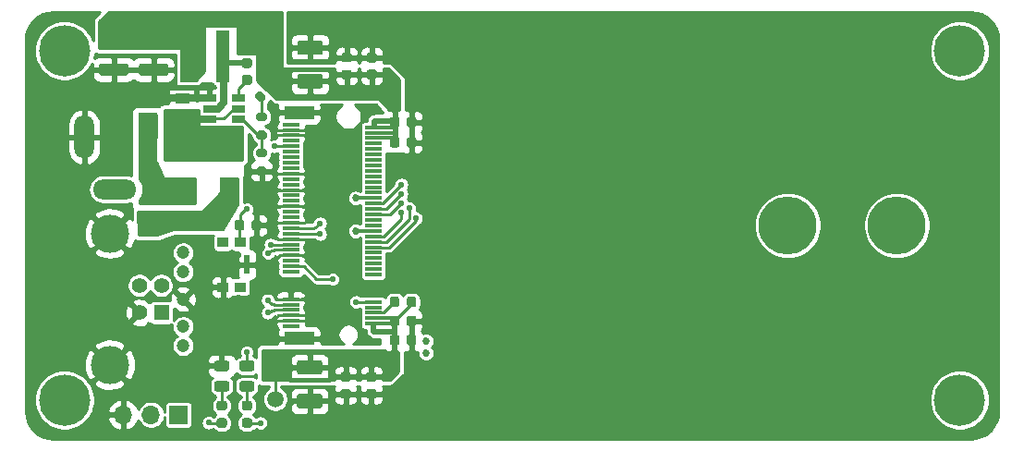
<source format=gbr>
G04 #@! TF.GenerationSoftware,KiCad,Pcbnew,(5.1.9-0-10_14)*
G04 #@! TF.CreationDate,2021-05-09T00:19:33+01:00*
G04 #@! TF.ProjectId,usb3-ngff-carrier,75736233-2d6e-4676-9666-2d6361727269,1*
G04 #@! TF.SameCoordinates,Original*
G04 #@! TF.FileFunction,Copper,L1,Top*
G04 #@! TF.FilePolarity,Positive*
%FSLAX46Y46*%
G04 Gerber Fmt 4.6, Leading zero omitted, Abs format (unit mm)*
G04 Created by KiCad (PCBNEW (5.1.9-0-10_14)) date 2021-05-09 00:19:33*
%MOMM*%
%LPD*%
G01*
G04 APERTURE LIST*
G04 #@! TA.AperFunction,SMDPad,CuDef*
%ADD10R,1.220000X0.650000*%
G04 #@! TD*
G04 #@! TA.AperFunction,SMDPad,CuDef*
%ADD11R,1.200000X4.700000*%
G04 #@! TD*
G04 #@! TA.AperFunction,SMDPad,CuDef*
%ADD12C,1.500000*%
G04 #@! TD*
G04 #@! TA.AperFunction,ComponentPad*
%ADD13C,3.500000*%
G04 #@! TD*
G04 #@! TA.AperFunction,ComponentPad*
%ADD14C,1.420000*%
G04 #@! TD*
G04 #@! TA.AperFunction,ComponentPad*
%ADD15R,1.420000X1.420000*%
G04 #@! TD*
G04 #@! TA.AperFunction,ComponentPad*
%ADD16C,1.200000*%
G04 #@! TD*
G04 #@! TA.AperFunction,SMDPad,CuDef*
%ADD17C,5.300000*%
G04 #@! TD*
G04 #@! TA.AperFunction,ComponentPad*
%ADD18O,1.700000X1.700000*%
G04 #@! TD*
G04 #@! TA.AperFunction,ComponentPad*
%ADD19R,1.700000X1.700000*%
G04 #@! TD*
G04 #@! TA.AperFunction,SMDPad,CuDef*
%ADD20R,1.550000X0.300000*%
G04 #@! TD*
G04 #@! TA.AperFunction,SMDPad,CuDef*
%ADD21R,2.750000X1.200000*%
G04 #@! TD*
G04 #@! TA.AperFunction,SMDPad,CuDef*
%ADD22R,1.000000X0.900000*%
G04 #@! TD*
G04 #@! TA.AperFunction,SMDPad,CuDef*
%ADD23R,0.550000X1.700000*%
G04 #@! TD*
G04 #@! TA.AperFunction,SMDPad,CuDef*
%ADD24R,1.800000X2.500000*%
G04 #@! TD*
G04 #@! TA.AperFunction,ComponentPad*
%ADD25R,1.800000X4.400000*%
G04 #@! TD*
G04 #@! TA.AperFunction,ComponentPad*
%ADD26O,1.800000X4.000000*%
G04 #@! TD*
G04 #@! TA.AperFunction,ComponentPad*
%ADD27O,4.000000X1.800000*%
G04 #@! TD*
G04 #@! TA.AperFunction,ComponentPad*
%ADD28C,4.700000*%
G04 #@! TD*
G04 #@! TA.AperFunction,ViaPad*
%ADD29C,0.550000*%
G04 #@! TD*
G04 #@! TA.AperFunction,ViaPad*
%ADD30C,0.685800*%
G04 #@! TD*
G04 #@! TA.AperFunction,Conductor*
%ADD31C,0.254000*%
G04 #@! TD*
G04 #@! TA.AperFunction,Conductor*
%ADD32C,0.508000*%
G04 #@! TD*
G04 #@! TA.AperFunction,Conductor*
%ADD33C,0.762000*%
G04 #@! TD*
G04 #@! TA.AperFunction,Conductor*
%ADD34C,0.650000*%
G04 #@! TD*
G04 #@! TA.AperFunction,Conductor*
%ADD35C,0.152400*%
G04 #@! TD*
G04 #@! TA.AperFunction,Conductor*
%ADD36C,0.300000*%
G04 #@! TD*
G04 #@! TA.AperFunction,Conductor*
%ADD37C,0.400000*%
G04 #@! TD*
G04 APERTURE END LIST*
D10*
X17290000Y-8350000D03*
X17290000Y-9300000D03*
X17290000Y-10250000D03*
X19910000Y-10250000D03*
X19910000Y-9300000D03*
X19910000Y-8350000D03*
D11*
X15195000Y-4500000D03*
X18505000Y-4500000D03*
G04 #@! TA.AperFunction,SMDPad,CuDef*
G36*
G01*
X23196751Y-6564340D02*
X23585660Y-6953249D01*
G75*
G02*
X23585660Y-7236091I-141421J-141421D01*
G01*
X23302817Y-7518934D01*
G75*
G02*
X23019975Y-7518934I-141421J141421D01*
G01*
X22631066Y-7130025D01*
G75*
G02*
X22631066Y-6847183I141421J141421D01*
G01*
X22913909Y-6564340D01*
G75*
G02*
X23196751Y-6564340I141421J-141421D01*
G01*
G37*
G04 #@! TD.AperFunction*
G04 #@! TA.AperFunction,SMDPad,CuDef*
G36*
G01*
X22030025Y-7731066D02*
X22418934Y-8119975D01*
G75*
G02*
X22418934Y-8402817I-141421J-141421D01*
G01*
X22136091Y-8685660D01*
G75*
G02*
X21853249Y-8685660I-141421J141421D01*
G01*
X21464340Y-8296751D01*
G75*
G02*
X21464340Y-8013909I141421J141421D01*
G01*
X21747183Y-7731066D01*
G75*
G02*
X22030025Y-7731066I141421J-141421D01*
G01*
G37*
G04 #@! TD.AperFunction*
G04 #@! TA.AperFunction,SMDPad,CuDef*
G36*
G01*
X21775000Y-11325000D02*
X22325000Y-11325000D01*
G75*
G02*
X22525000Y-11525000I0J-200000D01*
G01*
X22525000Y-11925000D01*
G75*
G02*
X22325000Y-12125000I-200000J0D01*
G01*
X21775000Y-12125000D01*
G75*
G02*
X21575000Y-11925000I0J200000D01*
G01*
X21575000Y-11525000D01*
G75*
G02*
X21775000Y-11325000I200000J0D01*
G01*
G37*
G04 #@! TD.AperFunction*
G04 #@! TA.AperFunction,SMDPad,CuDef*
G36*
G01*
X21775000Y-9675000D02*
X22325000Y-9675000D01*
G75*
G02*
X22525000Y-9875000I0J-200000D01*
G01*
X22525000Y-10275000D01*
G75*
G02*
X22325000Y-10475000I-200000J0D01*
G01*
X21775000Y-10475000D01*
G75*
G02*
X21575000Y-10275000I0J200000D01*
G01*
X21575000Y-9875000D01*
G75*
G02*
X21775000Y-9675000I200000J0D01*
G01*
G37*
G04 #@! TD.AperFunction*
G04 #@! TA.AperFunction,SMDPad,CuDef*
G36*
G01*
X20475000Y-19725000D02*
X20475000Y-20225000D01*
G75*
G02*
X20250000Y-20450000I-225000J0D01*
G01*
X19800000Y-20450000D01*
G75*
G02*
X19575000Y-20225000I0J225000D01*
G01*
X19575000Y-19725000D01*
G75*
G02*
X19800000Y-19500000I225000J0D01*
G01*
X20250000Y-19500000D01*
G75*
G02*
X20475000Y-19725000I0J-225000D01*
G01*
G37*
G04 #@! TD.AperFunction*
G04 #@! TA.AperFunction,SMDPad,CuDef*
G36*
G01*
X22025000Y-19725000D02*
X22025000Y-20225000D01*
G75*
G02*
X21800000Y-20450000I-225000J0D01*
G01*
X21350000Y-20450000D01*
G75*
G02*
X21125000Y-20225000I0J225000D01*
G01*
X21125000Y-19725000D01*
G75*
G02*
X21350000Y-19500000I225000J0D01*
G01*
X21800000Y-19500000D01*
G75*
G02*
X22025000Y-19725000I0J-225000D01*
G01*
G37*
G04 #@! TD.AperFunction*
G04 #@! TA.AperFunction,SMDPad,CuDef*
G36*
G01*
X35325000Y-29000000D02*
X35325000Y-28500000D01*
G75*
G02*
X35550000Y-28275000I225000J0D01*
G01*
X36000000Y-28275000D01*
G75*
G02*
X36225000Y-28500000I0J-225000D01*
G01*
X36225000Y-29000000D01*
G75*
G02*
X36000000Y-29225000I-225000J0D01*
G01*
X35550000Y-29225000D01*
G75*
G02*
X35325000Y-29000000I0J225000D01*
G01*
G37*
G04 #@! TD.AperFunction*
G04 #@! TA.AperFunction,SMDPad,CuDef*
G36*
G01*
X33775000Y-29000000D02*
X33775000Y-28500000D01*
G75*
G02*
X34000000Y-28275000I225000J0D01*
G01*
X34450000Y-28275000D01*
G75*
G02*
X34675000Y-28500000I0J-225000D01*
G01*
X34675000Y-29000000D01*
G75*
G02*
X34450000Y-29225000I-225000J0D01*
G01*
X34000000Y-29225000D01*
G75*
G02*
X33775000Y-29000000I0J225000D01*
G01*
G37*
G04 #@! TD.AperFunction*
G04 #@! TA.AperFunction,SMDPad,CuDef*
G36*
G01*
X35325000Y-30750000D02*
X35325000Y-30250000D01*
G75*
G02*
X35550000Y-30025000I225000J0D01*
G01*
X36000000Y-30025000D01*
G75*
G02*
X36225000Y-30250000I0J-225000D01*
G01*
X36225000Y-30750000D01*
G75*
G02*
X36000000Y-30975000I-225000J0D01*
G01*
X35550000Y-30975000D01*
G75*
G02*
X35325000Y-30750000I0J225000D01*
G01*
G37*
G04 #@! TD.AperFunction*
G04 #@! TA.AperFunction,SMDPad,CuDef*
G36*
G01*
X33775000Y-30750000D02*
X33775000Y-30250000D01*
G75*
G02*
X34000000Y-30025000I225000J0D01*
G01*
X34450000Y-30025000D01*
G75*
G02*
X34675000Y-30250000I0J-225000D01*
G01*
X34675000Y-30750000D01*
G75*
G02*
X34450000Y-30975000I-225000J0D01*
G01*
X34000000Y-30975000D01*
G75*
G02*
X33775000Y-30750000I0J225000D01*
G01*
G37*
G04 #@! TD.AperFunction*
G04 #@! TA.AperFunction,SMDPad,CuDef*
G36*
G01*
X31850000Y-34975000D02*
X32350000Y-34975000D01*
G75*
G02*
X32575000Y-35200000I0J-225000D01*
G01*
X32575000Y-35650000D01*
G75*
G02*
X32350000Y-35875000I-225000J0D01*
G01*
X31850000Y-35875000D01*
G75*
G02*
X31625000Y-35650000I0J225000D01*
G01*
X31625000Y-35200000D01*
G75*
G02*
X31850000Y-34975000I225000J0D01*
G01*
G37*
G04 #@! TD.AperFunction*
G04 #@! TA.AperFunction,SMDPad,CuDef*
G36*
G01*
X31850000Y-33425000D02*
X32350000Y-33425000D01*
G75*
G02*
X32575000Y-33650000I0J-225000D01*
G01*
X32575000Y-34100000D01*
G75*
G02*
X32350000Y-34325000I-225000J0D01*
G01*
X31850000Y-34325000D01*
G75*
G02*
X31625000Y-34100000I0J225000D01*
G01*
X31625000Y-33650000D01*
G75*
G02*
X31850000Y-33425000I225000J0D01*
G01*
G37*
G04 #@! TD.AperFunction*
G04 #@! TA.AperFunction,SMDPad,CuDef*
G36*
G01*
X35340000Y-10800000D02*
X35340000Y-10300000D01*
G75*
G02*
X35565000Y-10075000I225000J0D01*
G01*
X36015000Y-10075000D01*
G75*
G02*
X36240000Y-10300000I0J-225000D01*
G01*
X36240000Y-10800000D01*
G75*
G02*
X36015000Y-11025000I-225000J0D01*
G01*
X35565000Y-11025000D01*
G75*
G02*
X35340000Y-10800000I0J225000D01*
G01*
G37*
G04 #@! TD.AperFunction*
G04 #@! TA.AperFunction,SMDPad,CuDef*
G36*
G01*
X33790000Y-10800000D02*
X33790000Y-10300000D01*
G75*
G02*
X34015000Y-10075000I225000J0D01*
G01*
X34465000Y-10075000D01*
G75*
G02*
X34690000Y-10300000I0J-225000D01*
G01*
X34690000Y-10800000D01*
G75*
G02*
X34465000Y-11025000I-225000J0D01*
G01*
X34015000Y-11025000D01*
G75*
G02*
X33790000Y-10800000I0J225000D01*
G01*
G37*
G04 #@! TD.AperFunction*
G04 #@! TA.AperFunction,SMDPad,CuDef*
G36*
G01*
X35350000Y-12650000D02*
X35350000Y-12150000D01*
G75*
G02*
X35575000Y-11925000I225000J0D01*
G01*
X36025000Y-11925000D01*
G75*
G02*
X36250000Y-12150000I0J-225000D01*
G01*
X36250000Y-12650000D01*
G75*
G02*
X36025000Y-12875000I-225000J0D01*
G01*
X35575000Y-12875000D01*
G75*
G02*
X35350000Y-12650000I0J225000D01*
G01*
G37*
G04 #@! TD.AperFunction*
G04 #@! TA.AperFunction,SMDPad,CuDef*
G36*
G01*
X33800000Y-12650000D02*
X33800000Y-12150000D01*
G75*
G02*
X34025000Y-11925000I225000J0D01*
G01*
X34475000Y-11925000D01*
G75*
G02*
X34700000Y-12150000I0J-225000D01*
G01*
X34700000Y-12650000D01*
G75*
G02*
X34475000Y-12875000I-225000J0D01*
G01*
X34025000Y-12875000D01*
G75*
G02*
X33800000Y-12650000I0J225000D01*
G01*
G37*
G04 #@! TD.AperFunction*
G04 #@! TA.AperFunction,SMDPad,CuDef*
G36*
G01*
X32400000Y-5075000D02*
X31900000Y-5075000D01*
G75*
G02*
X31675000Y-4850000I0J225000D01*
G01*
X31675000Y-4400000D01*
G75*
G02*
X31900000Y-4175000I225000J0D01*
G01*
X32400000Y-4175000D01*
G75*
G02*
X32625000Y-4400000I0J-225000D01*
G01*
X32625000Y-4850000D01*
G75*
G02*
X32400000Y-5075000I-225000J0D01*
G01*
G37*
G04 #@! TD.AperFunction*
G04 #@! TA.AperFunction,SMDPad,CuDef*
G36*
G01*
X32400000Y-6625000D02*
X31900000Y-6625000D01*
G75*
G02*
X31675000Y-6400000I0J225000D01*
G01*
X31675000Y-5950000D01*
G75*
G02*
X31900000Y-5725000I225000J0D01*
G01*
X32400000Y-5725000D01*
G75*
G02*
X32625000Y-5950000I0J-225000D01*
G01*
X32625000Y-6400000D01*
G75*
G02*
X32400000Y-6625000I-225000J0D01*
G01*
G37*
G04 #@! TD.AperFunction*
G04 #@! TA.AperFunction,SMDPad,CuDef*
G36*
G01*
X20950000Y-5575000D02*
X20450000Y-5575000D01*
G75*
G02*
X20225000Y-5350000I0J225000D01*
G01*
X20225000Y-4900000D01*
G75*
G02*
X20450000Y-4675000I225000J0D01*
G01*
X20950000Y-4675000D01*
G75*
G02*
X21175000Y-4900000I0J-225000D01*
G01*
X21175000Y-5350000D01*
G75*
G02*
X20950000Y-5575000I-225000J0D01*
G01*
G37*
G04 #@! TD.AperFunction*
G04 #@! TA.AperFunction,SMDPad,CuDef*
G36*
G01*
X20950000Y-7125000D02*
X20450000Y-7125000D01*
G75*
G02*
X20225000Y-6900000I0J225000D01*
G01*
X20225000Y-6450000D01*
G75*
G02*
X20450000Y-6225000I225000J0D01*
G01*
X20950000Y-6225000D01*
G75*
G02*
X21175000Y-6450000I0J-225000D01*
G01*
X21175000Y-6900000D01*
G75*
G02*
X20950000Y-7125000I-225000J0D01*
G01*
G37*
G04 #@! TD.AperFunction*
D12*
X22500000Y-1750000D03*
G04 #@! TA.AperFunction,SMDPad,CuDef*
G36*
G01*
X21775000Y-14625000D02*
X22325000Y-14625000D01*
G75*
G02*
X22525000Y-14825000I0J-200000D01*
G01*
X22525000Y-15225000D01*
G75*
G02*
X22325000Y-15425000I-200000J0D01*
G01*
X21775000Y-15425000D01*
G75*
G02*
X21575000Y-15225000I0J200000D01*
G01*
X21575000Y-14825000D01*
G75*
G02*
X21775000Y-14625000I200000J0D01*
G01*
G37*
G04 #@! TD.AperFunction*
G04 #@! TA.AperFunction,SMDPad,CuDef*
G36*
G01*
X21775000Y-12975000D02*
X22325000Y-12975000D01*
G75*
G02*
X22525000Y-13175000I0J-200000D01*
G01*
X22525000Y-13575000D01*
G75*
G02*
X22325000Y-13775000I-200000J0D01*
G01*
X21775000Y-13775000D01*
G75*
G02*
X21575000Y-13575000I0J200000D01*
G01*
X21575000Y-13175000D01*
G75*
G02*
X21775000Y-12975000I200000J0D01*
G01*
G37*
G04 #@! TD.AperFunction*
G04 #@! TA.AperFunction,SMDPad,CuDef*
G36*
G01*
X11049999Y-5150000D02*
X13250001Y-5150000D01*
G75*
G02*
X13500000Y-5399999I0J-249999D01*
G01*
X13500000Y-6050001D01*
G75*
G02*
X13250001Y-6300000I-249999J0D01*
G01*
X11049999Y-6300000D01*
G75*
G02*
X10800000Y-6050001I0J249999D01*
G01*
X10800000Y-5399999D01*
G75*
G02*
X11049999Y-5150000I249999J0D01*
G01*
G37*
G04 #@! TD.AperFunction*
G04 #@! TA.AperFunction,SMDPad,CuDef*
G36*
G01*
X11049550Y-2200000D02*
X13250450Y-2200000D01*
G75*
G02*
X13500000Y-2449550I0J-249550D01*
G01*
X13500000Y-3100450D01*
G75*
G02*
X13250450Y-3350000I-249550J0D01*
G01*
X11049550Y-3350000D01*
G75*
G02*
X10800000Y-3100450I0J249550D01*
G01*
X10800000Y-2449550D01*
G75*
G02*
X11049550Y-2200000I249550J0D01*
G01*
G37*
G04 #@! TD.AperFunction*
G04 #@! TA.AperFunction,SMDPad,CuDef*
G36*
G01*
X7399999Y-5150000D02*
X9600001Y-5150000D01*
G75*
G02*
X9850000Y-5399999I0J-249999D01*
G01*
X9850000Y-6050001D01*
G75*
G02*
X9600001Y-6300000I-249999J0D01*
G01*
X7399999Y-6300000D01*
G75*
G02*
X7150000Y-6050001I0J249999D01*
G01*
X7150000Y-5399999D01*
G75*
G02*
X7399999Y-5150000I249999J0D01*
G01*
G37*
G04 #@! TD.AperFunction*
G04 #@! TA.AperFunction,SMDPad,CuDef*
G36*
G01*
X7399550Y-2200000D02*
X9600450Y-2200000D01*
G75*
G02*
X9850000Y-2449550I0J-249550D01*
G01*
X9850000Y-3100450D01*
G75*
G02*
X9600450Y-3350000I-249550J0D01*
G01*
X7399550Y-3350000D01*
G75*
G02*
X7150000Y-3100450I0J249550D01*
G01*
X7150000Y-2449550D01*
G75*
G02*
X7399550Y-2200000I249550J0D01*
G01*
G37*
G04 #@! TD.AperFunction*
D13*
X8150000Y-20730000D03*
X8150000Y-32770000D03*
D14*
X10860000Y-25500000D03*
X10860000Y-28000000D03*
X12859999Y-25500000D03*
D15*
X12859999Y-28000000D03*
D16*
X14860000Y-22500000D03*
X14860000Y-24250000D03*
X14860000Y-31000000D03*
X14860000Y-29250000D03*
X14860000Y-26750000D03*
D17*
X70250000Y-20000000D03*
X80250000Y-20000000D03*
D18*
X9370000Y-37350000D03*
X11910000Y-37350000D03*
D19*
X14450000Y-37350000D03*
D20*
X24725000Y-29250000D03*
X32275000Y-29000000D03*
X24725000Y-28750000D03*
X32275000Y-28500000D03*
X24725000Y-28250000D03*
X32275000Y-28000000D03*
X24725000Y-27750000D03*
X32275000Y-27500000D03*
X24725000Y-27250000D03*
X32275000Y-27000000D03*
X24725000Y-26750000D03*
X32275000Y-24500000D03*
X24725000Y-24250000D03*
X32275000Y-24000000D03*
X24725000Y-23750000D03*
X32275000Y-23500000D03*
X24725000Y-23250000D03*
X32275000Y-23000000D03*
X24725000Y-22750000D03*
X32275000Y-22500000D03*
X24725000Y-22250000D03*
X32275000Y-22000000D03*
X24725000Y-21750000D03*
X32275000Y-21500000D03*
X24725000Y-21250000D03*
X32275000Y-21000000D03*
X24725000Y-20750000D03*
X32275000Y-20500000D03*
X24725000Y-20250000D03*
X32275000Y-20000000D03*
X24725000Y-19750000D03*
X32275000Y-19500000D03*
X24725000Y-19250000D03*
X32275000Y-19000000D03*
X24725000Y-18750000D03*
X32275000Y-18500000D03*
X24725000Y-18250000D03*
X32275000Y-18000000D03*
X24725000Y-17750000D03*
X32275000Y-17500000D03*
X24725000Y-17250000D03*
X32275000Y-17000000D03*
X24725000Y-16750000D03*
X32275000Y-16500000D03*
X24725000Y-16250000D03*
X32275000Y-16000000D03*
X24725000Y-15750000D03*
X32275000Y-15500000D03*
X24725000Y-15250000D03*
X32275000Y-15000000D03*
X24725000Y-14750000D03*
X32275000Y-14500000D03*
X24725000Y-14250000D03*
X32275000Y-14000000D03*
X24725000Y-13750000D03*
X32275000Y-13500000D03*
X24725000Y-13250000D03*
X32275000Y-13000000D03*
X24725000Y-12750000D03*
X32275000Y-12500000D03*
X24725000Y-12250000D03*
X32275000Y-12000000D03*
X24725000Y-11750000D03*
X32275000Y-11500000D03*
X24725000Y-11250000D03*
X32275000Y-11000000D03*
X24725000Y-10750000D03*
D21*
X25500000Y-30350000D03*
X25500000Y-9650000D03*
G04 #@! TA.AperFunction,SMDPad,CuDef*
G36*
G01*
X35350000Y-27256250D02*
X35350000Y-26743750D01*
G75*
G02*
X35568750Y-26525000I218750J0D01*
G01*
X36006250Y-26525000D01*
G75*
G02*
X36225000Y-26743750I0J-218750D01*
G01*
X36225000Y-27256250D01*
G75*
G02*
X36006250Y-27475000I-218750J0D01*
G01*
X35568750Y-27475000D01*
G75*
G02*
X35350000Y-27256250I0J218750D01*
G01*
G37*
G04 #@! TD.AperFunction*
G04 #@! TA.AperFunction,SMDPad,CuDef*
G36*
G01*
X33775000Y-27256250D02*
X33775000Y-26743750D01*
G75*
G02*
X33993750Y-26525000I218750J0D01*
G01*
X34431250Y-26525000D01*
G75*
G02*
X34650000Y-26743750I0J-218750D01*
G01*
X34650000Y-27256250D01*
G75*
G02*
X34431250Y-27475000I-218750J0D01*
G01*
X33993750Y-27475000D01*
G75*
G02*
X33775000Y-27256250I0J218750D01*
G01*
G37*
G04 #@! TD.AperFunction*
G04 #@! TA.AperFunction,SMDPad,CuDef*
G36*
G01*
X29493750Y-35000000D02*
X30006250Y-35000000D01*
G75*
G02*
X30225000Y-35218750I0J-218750D01*
G01*
X30225000Y-35656250D01*
G75*
G02*
X30006250Y-35875000I-218750J0D01*
G01*
X29493750Y-35875000D01*
G75*
G02*
X29275000Y-35656250I0J218750D01*
G01*
X29275000Y-35218750D01*
G75*
G02*
X29493750Y-35000000I218750J0D01*
G01*
G37*
G04 #@! TD.AperFunction*
G04 #@! TA.AperFunction,SMDPad,CuDef*
G36*
G01*
X29493750Y-33425000D02*
X30006250Y-33425000D01*
G75*
G02*
X30225000Y-33643750I0J-218750D01*
G01*
X30225000Y-34081250D01*
G75*
G02*
X30006250Y-34300000I-218750J0D01*
G01*
X29493750Y-34300000D01*
G75*
G02*
X29275000Y-34081250I0J218750D01*
G01*
X29275000Y-33643750D01*
G75*
G02*
X29493750Y-33425000I218750J0D01*
G01*
G37*
G04 #@! TD.AperFunction*
G04 #@! TA.AperFunction,SMDPad,CuDef*
G36*
G01*
X30106250Y-5050000D02*
X29593750Y-5050000D01*
G75*
G02*
X29375000Y-4831250I0J218750D01*
G01*
X29375000Y-4393750D01*
G75*
G02*
X29593750Y-4175000I218750J0D01*
G01*
X30106250Y-4175000D01*
G75*
G02*
X30325000Y-4393750I0J-218750D01*
G01*
X30325000Y-4831250D01*
G75*
G02*
X30106250Y-5050000I-218750J0D01*
G01*
G37*
G04 #@! TD.AperFunction*
G04 #@! TA.AperFunction,SMDPad,CuDef*
G36*
G01*
X30106250Y-6625000D02*
X29593750Y-6625000D01*
G75*
G02*
X29375000Y-6406250I0J218750D01*
G01*
X29375000Y-5968750D01*
G75*
G02*
X29593750Y-5750000I218750J0D01*
G01*
X30106250Y-5750000D01*
G75*
G02*
X30325000Y-5968750I0J-218750D01*
G01*
X30325000Y-6406250D01*
G75*
G02*
X30106250Y-6625000I-218750J0D01*
G01*
G37*
G04 #@! TD.AperFunction*
D22*
X20100000Y-21550001D03*
X20100000Y-25649999D03*
X18500000Y-21550001D03*
X18500000Y-25649999D03*
D23*
X20725000Y-23600000D03*
G04 #@! TA.AperFunction,SMDPad,CuDef*
G36*
G01*
X18143750Y-37650000D02*
X18656250Y-37650000D01*
G75*
G02*
X18875000Y-37868750I0J-218750D01*
G01*
X18875000Y-38306250D01*
G75*
G02*
X18656250Y-38525000I-218750J0D01*
G01*
X18143750Y-38525000D01*
G75*
G02*
X17925000Y-38306250I0J218750D01*
G01*
X17925000Y-37868750D01*
G75*
G02*
X18143750Y-37650000I218750J0D01*
G01*
G37*
G04 #@! TD.AperFunction*
G04 #@! TA.AperFunction,SMDPad,CuDef*
G36*
G01*
X18143750Y-36075000D02*
X18656250Y-36075000D01*
G75*
G02*
X18875000Y-36293750I0J-218750D01*
G01*
X18875000Y-36731250D01*
G75*
G02*
X18656250Y-36950000I-218750J0D01*
G01*
X18143750Y-36950000D01*
G75*
G02*
X17925000Y-36731250I0J218750D01*
G01*
X17925000Y-36293750D01*
G75*
G02*
X18143750Y-36075000I218750J0D01*
G01*
G37*
G04 #@! TD.AperFunction*
G04 #@! TA.AperFunction,SMDPad,CuDef*
G36*
G01*
X17943750Y-34250000D02*
X18856250Y-34250000D01*
G75*
G02*
X19100000Y-34493750I0J-243750D01*
G01*
X19100000Y-34981250D01*
G75*
G02*
X18856250Y-35225000I-243750J0D01*
G01*
X17943750Y-35225000D01*
G75*
G02*
X17700000Y-34981250I0J243750D01*
G01*
X17700000Y-34493750D01*
G75*
G02*
X17943750Y-34250000I243750J0D01*
G01*
G37*
G04 #@! TD.AperFunction*
G04 #@! TA.AperFunction,SMDPad,CuDef*
G36*
G01*
X17943750Y-32375000D02*
X18856250Y-32375000D01*
G75*
G02*
X19100000Y-32618750I0J-243750D01*
G01*
X19100000Y-33106250D01*
G75*
G02*
X18856250Y-33350000I-243750J0D01*
G01*
X17943750Y-33350000D01*
G75*
G02*
X17700000Y-33106250I0J243750D01*
G01*
X17700000Y-32618750D01*
G75*
G02*
X17943750Y-32375000I243750J0D01*
G01*
G37*
G04 #@! TD.AperFunction*
D12*
X23300000Y-35900000D03*
G04 #@! TA.AperFunction,SMDPad,CuDef*
G36*
G01*
X20443750Y-37650000D02*
X20956250Y-37650000D01*
G75*
G02*
X21175000Y-37868750I0J-218750D01*
G01*
X21175000Y-38306250D01*
G75*
G02*
X20956250Y-38525000I-218750J0D01*
G01*
X20443750Y-38525000D01*
G75*
G02*
X20225000Y-38306250I0J218750D01*
G01*
X20225000Y-37868750D01*
G75*
G02*
X20443750Y-37650000I218750J0D01*
G01*
G37*
G04 #@! TD.AperFunction*
G04 #@! TA.AperFunction,SMDPad,CuDef*
G36*
G01*
X20443750Y-36075000D02*
X20956250Y-36075000D01*
G75*
G02*
X21175000Y-36293750I0J-218750D01*
G01*
X21175000Y-36731250D01*
G75*
G02*
X20956250Y-36950000I-218750J0D01*
G01*
X20443750Y-36950000D01*
G75*
G02*
X20225000Y-36731250I0J218750D01*
G01*
X20225000Y-36293750D01*
G75*
G02*
X20443750Y-36075000I218750J0D01*
G01*
G37*
G04 #@! TD.AperFunction*
G04 #@! TA.AperFunction,SMDPad,CuDef*
G36*
G01*
X20243750Y-34250000D02*
X21156250Y-34250000D01*
G75*
G02*
X21400000Y-34493750I0J-243750D01*
G01*
X21400000Y-34981250D01*
G75*
G02*
X21156250Y-35225000I-243750J0D01*
G01*
X20243750Y-35225000D01*
G75*
G02*
X20000000Y-34981250I0J243750D01*
G01*
X20000000Y-34493750D01*
G75*
G02*
X20243750Y-34250000I243750J0D01*
G01*
G37*
G04 #@! TD.AperFunction*
G04 #@! TA.AperFunction,SMDPad,CuDef*
G36*
G01*
X20243750Y-32375000D02*
X21156250Y-32375000D01*
G75*
G02*
X21400000Y-32618750I0J-243750D01*
G01*
X21400000Y-33106250D01*
G75*
G02*
X21156250Y-33350000I-243750J0D01*
G01*
X20243750Y-33350000D01*
G75*
G02*
X20000000Y-33106250I0J243750D01*
G01*
X20000000Y-32618750D01*
G75*
G02*
X20243750Y-32375000I243750J0D01*
G01*
G37*
G04 #@! TD.AperFunction*
G04 #@! TA.AperFunction,SMDPad,CuDef*
G36*
G01*
X25524998Y-35425000D02*
X27375002Y-35425000D01*
G75*
G02*
X27625000Y-35674998I0J-249998D01*
G01*
X27625000Y-36500002D01*
G75*
G02*
X27375002Y-36750000I-249998J0D01*
G01*
X25524998Y-36750000D01*
G75*
G02*
X25275000Y-36500002I0J249998D01*
G01*
X25275000Y-35674998D01*
G75*
G02*
X25524998Y-35425000I249998J0D01*
G01*
G37*
G04 #@! TD.AperFunction*
G04 #@! TA.AperFunction,SMDPad,CuDef*
G36*
G01*
X25524998Y-32350000D02*
X27375002Y-32350000D01*
G75*
G02*
X27625000Y-32599998I0J-249998D01*
G01*
X27625000Y-33425002D01*
G75*
G02*
X27375002Y-33675000I-249998J0D01*
G01*
X25524998Y-33675000D01*
G75*
G02*
X25275000Y-33425002I0J249998D01*
G01*
X25275000Y-32599998D01*
G75*
G02*
X25524998Y-32350000I249998J0D01*
G01*
G37*
G04 #@! TD.AperFunction*
G04 #@! TA.AperFunction,SMDPad,CuDef*
G36*
G01*
X27415002Y-4375000D02*
X25564998Y-4375000D01*
G75*
G02*
X25315000Y-4125002I0J249998D01*
G01*
X25315000Y-3299998D01*
G75*
G02*
X25564998Y-3050000I249998J0D01*
G01*
X27415002Y-3050000D01*
G75*
G02*
X27665000Y-3299998I0J-249998D01*
G01*
X27665000Y-4125002D01*
G75*
G02*
X27415002Y-4375000I-249998J0D01*
G01*
G37*
G04 #@! TD.AperFunction*
G04 #@! TA.AperFunction,SMDPad,CuDef*
G36*
G01*
X27415002Y-7450000D02*
X25564998Y-7450000D01*
G75*
G02*
X25315000Y-7200002I0J249998D01*
G01*
X25315000Y-6374998D01*
G75*
G02*
X25564998Y-6125000I249998J0D01*
G01*
X27415002Y-6125000D01*
G75*
G02*
X27665000Y-6374998I0J-249998D01*
G01*
X27665000Y-7200002D01*
G75*
G02*
X27415002Y-7450000I-249998J0D01*
G01*
G37*
G04 #@! TD.AperFunction*
G04 #@! TA.AperFunction,SMDPad,CuDef*
G36*
G01*
X15256250Y-10725000D02*
X14343750Y-10725000D01*
G75*
G02*
X14100000Y-10481250I0J243750D01*
G01*
X14100000Y-9993750D01*
G75*
G02*
X14343750Y-9750000I243750J0D01*
G01*
X15256250Y-9750000D01*
G75*
G02*
X15500000Y-9993750I0J-243750D01*
G01*
X15500000Y-10481250D01*
G75*
G02*
X15256250Y-10725000I-243750J0D01*
G01*
G37*
G04 #@! TD.AperFunction*
G04 #@! TA.AperFunction,SMDPad,CuDef*
G36*
G01*
X15256250Y-8850000D02*
X14343750Y-8850000D01*
G75*
G02*
X14100000Y-8606250I0J243750D01*
G01*
X14100000Y-8118750D01*
G75*
G02*
X14343750Y-7875000I243750J0D01*
G01*
X15256250Y-7875000D01*
G75*
G02*
X15500000Y-8118750I0J-243750D01*
G01*
X15500000Y-8606250D01*
G75*
G02*
X15256250Y-8850000I-243750J0D01*
G01*
G37*
G04 #@! TD.AperFunction*
D24*
X15100000Y-16850000D03*
X15100000Y-12850000D03*
X19100000Y-16850000D03*
X19100000Y-12850000D03*
D25*
X11600000Y-11900000D03*
D26*
X5800000Y-11900000D03*
D27*
X8600000Y-16700000D03*
D28*
X4000000Y-36000000D03*
X86000000Y-36000000D03*
X86000000Y-4000000D03*
X4000000Y-4000000D03*
D29*
X17550000Y-12675000D03*
X16650000Y-12675000D03*
X17125000Y-13400000D03*
X27600000Y-28500000D03*
X27600000Y-27600000D03*
X19950000Y-22700000D03*
X6050000Y-6700000D03*
X7350000Y-7400000D03*
X6550000Y-7400000D03*
X26700000Y-28500000D03*
X26700000Y-27600000D03*
X23200000Y-18800000D03*
X29125000Y-3100000D03*
X29875000Y-3100000D03*
X30625000Y-3100000D03*
X31375000Y-3100000D03*
X32125000Y-3100000D03*
X32875000Y-3100000D03*
X25600000Y-38650000D03*
X25200000Y-37850000D03*
X27600000Y-37850000D03*
X26400000Y-38650000D03*
X26000000Y-37850000D03*
X26800000Y-37850000D03*
X27200000Y-38650000D03*
X27275000Y-1075000D03*
X27675000Y-1875000D03*
X25275000Y-1875000D03*
X26475000Y-1075000D03*
X26875000Y-1875000D03*
X26075000Y-1875000D03*
X25675000Y-1075000D03*
X20750000Y-16700000D03*
X47500000Y-7500000D03*
X50000000Y-7500000D03*
X52500000Y-7500000D03*
X55000000Y-7500000D03*
X57500000Y-7500000D03*
X60000000Y-7500000D03*
X62500000Y-7500000D03*
X65000000Y-7500000D03*
X67500000Y-7500000D03*
X70000000Y-7500000D03*
X72500000Y-7500000D03*
X75000000Y-7500000D03*
X77500000Y-7500000D03*
X80000000Y-7500000D03*
X82500000Y-7500000D03*
X85000000Y-7500000D03*
X87500000Y-7500000D03*
X87500000Y-10000000D03*
X85000000Y-10000000D03*
X87500000Y-32500000D03*
X87500000Y-30000000D03*
X87500000Y-27500000D03*
X87500000Y-25000000D03*
X87500000Y-22500000D03*
X87500000Y-20000000D03*
X87500000Y-20000000D03*
X87500000Y-15000000D03*
X87500000Y-17500000D03*
X87500000Y-12500000D03*
X85000000Y-12500000D03*
X82500000Y-10000000D03*
X82500000Y-12500000D03*
X80000000Y-10000000D03*
X80000000Y-12500000D03*
X77500000Y-10000000D03*
X77500000Y-12500000D03*
X75000000Y-10000000D03*
X75000000Y-12500000D03*
X72500000Y-10000000D03*
X72500000Y-12500000D03*
X70000000Y-10000000D03*
X70000000Y-10000000D03*
X67500000Y-10000000D03*
X67500000Y-12500000D03*
X70000000Y-12500000D03*
X65000000Y-12500000D03*
X65000000Y-10000000D03*
X62500000Y-10000000D03*
X62500000Y-12500000D03*
X60000000Y-12500000D03*
X57500000Y-10000000D03*
X60000000Y-10000000D03*
X57500000Y-12500000D03*
X55000000Y-12500000D03*
X55000000Y-10000000D03*
X52500000Y-10000000D03*
X52500000Y-12500000D03*
X50000000Y-12500000D03*
X50000000Y-10000000D03*
X47500000Y-10000000D03*
X47500000Y-12500000D03*
X45000000Y-12500000D03*
X45000000Y-10000000D03*
X50000000Y-15000000D03*
X52500000Y-15000000D03*
X55000000Y-15000000D03*
X57500000Y-15000000D03*
X60000000Y-15000000D03*
X62500000Y-15000000D03*
X65000000Y-15000000D03*
X67500000Y-15000000D03*
X70000000Y-15000000D03*
X72500000Y-15000000D03*
X75000000Y-15000000D03*
X77500000Y-15000000D03*
X80000000Y-15000000D03*
X82500000Y-15000000D03*
X85000000Y-15000000D03*
X85000000Y-17500000D03*
X75000000Y-17500000D03*
X75000000Y-20000000D03*
X75000000Y-22500000D03*
X77500000Y-25000000D03*
X75000000Y-25000000D03*
X80000000Y-25000000D03*
X82500000Y-25000000D03*
X85000000Y-25000000D03*
X85000000Y-22500000D03*
X85000000Y-20000000D03*
X72500000Y-25000000D03*
X70000000Y-25000000D03*
X67500000Y-25000000D03*
X85000000Y-27500000D03*
X82500000Y-27500000D03*
X85000000Y-30000000D03*
X82500000Y-30000000D03*
X85000000Y-32500000D03*
X82500000Y-32500000D03*
X82500000Y-35000000D03*
X82500000Y-5000000D03*
X80000000Y-5000000D03*
X77500000Y-5000000D03*
X75000000Y-5000000D03*
X72500000Y-5000000D03*
X70000000Y-5000000D03*
X67500000Y-5000000D03*
X65000000Y-5000000D03*
X62500000Y-5000000D03*
X60000000Y-5000000D03*
X57500000Y-5000000D03*
X55000000Y-5000000D03*
X52500000Y-5000000D03*
X50000000Y-5000000D03*
X47500000Y-5000000D03*
X45000000Y-7500000D03*
X42500000Y-10000000D03*
X42500000Y-12500000D03*
X67500000Y-27500000D03*
X70000000Y-27500000D03*
X67500000Y-30000000D03*
X70000000Y-30000000D03*
X67500000Y-32500000D03*
X70000000Y-32500000D03*
X70000000Y-35000000D03*
X67500000Y-35000000D03*
X72500000Y-27500000D03*
X80000000Y-27500000D03*
X77500000Y-27500000D03*
X75000000Y-27500000D03*
X72500000Y-30000000D03*
X75000000Y-30000000D03*
X77500000Y-30000000D03*
X80000000Y-30000000D03*
X80000000Y-32500000D03*
X77500000Y-32500000D03*
X72500000Y-32500000D03*
X75000000Y-32500000D03*
X72500000Y-35000000D03*
X75000000Y-35000000D03*
X77500000Y-35000000D03*
X80000000Y-35000000D03*
X12500000Y-34000000D03*
X13500000Y-34000000D03*
X14500000Y-34000000D03*
X15500000Y-34000000D03*
X16500000Y-34000000D03*
X29000000Y-36750000D03*
X29750000Y-36750000D03*
X30500000Y-36750000D03*
X31250000Y-36750000D03*
X32000000Y-36750000D03*
X32750000Y-36750000D03*
X23300000Y-30300000D03*
X22600000Y-28900000D03*
X26700000Y-26700000D03*
X27400000Y-14250000D03*
X27400000Y-15800000D03*
X27400000Y-17400000D03*
X37300000Y-12100000D03*
X35600000Y-32050000D03*
X35600000Y-33350000D03*
X33700000Y-35600000D03*
X27450000Y-25850000D03*
X13400000Y-30100000D03*
X13400000Y-30900000D03*
X12800000Y-31300000D03*
X12800000Y-30500000D03*
X12800000Y-29700000D03*
X36400000Y-32700000D03*
X65000000Y-25000000D03*
X62500000Y-25000000D03*
X62500000Y-27500000D03*
X65000000Y-27500000D03*
X62500000Y-30000000D03*
X65000000Y-30000000D03*
X62500000Y-32500000D03*
X65000000Y-32500000D03*
X65000000Y-35000000D03*
X62500000Y-35000000D03*
X57500000Y-20000000D03*
X60000000Y-20000000D03*
X62500000Y-20000000D03*
X65000000Y-20000000D03*
X65000000Y-17500000D03*
X62500000Y-17500000D03*
X60000000Y-17500000D03*
X57500000Y-17500000D03*
X47500000Y-15000000D03*
X40000000Y-15000000D03*
X42500000Y-15000000D03*
X45000000Y-15000000D03*
X38100000Y-11400000D03*
X28550000Y-9850000D03*
X27950000Y-30350000D03*
X23200000Y-16300000D03*
X23200000Y-15050000D03*
X23200000Y-13900000D03*
X20750000Y-15700000D03*
X23200000Y-11550000D03*
X7800000Y-25000000D03*
X7000000Y-25600000D03*
X6300000Y-26400000D03*
X6200000Y-27600000D03*
X6200000Y-28800000D03*
X6800000Y-29800000D03*
X19600000Y-31000000D03*
X20400000Y-30200000D03*
X21200000Y-29400000D03*
X28550000Y-15050000D03*
X28550000Y-16450000D03*
X27400000Y-10900000D03*
X27400000Y-12550000D03*
X28550000Y-11600000D03*
X40000000Y-12500000D03*
X40000000Y-10000000D03*
X42500000Y-7500000D03*
X45000000Y-5000000D03*
X67500000Y-17500000D03*
X72500000Y-17500000D03*
X72500000Y-22500000D03*
X67500000Y-22500000D03*
X77500000Y-17500000D03*
X82500000Y-17500000D03*
X82500000Y-22500000D03*
X77500000Y-22500000D03*
X22300000Y-18150000D03*
X23200000Y-17550000D03*
X13000000Y-7400000D03*
X12200000Y-7400000D03*
X11400000Y-7400000D03*
X10600000Y-7400000D03*
X9800000Y-7400000D03*
X9000000Y-7400000D03*
X8200000Y-7400000D03*
X23250000Y-10300000D03*
X23250000Y-9150000D03*
X17100000Y-7350000D03*
X16120000Y-7400000D03*
X16110000Y-8350000D03*
X65000000Y-22500000D03*
X62500000Y-22500000D03*
X60000000Y-25000000D03*
X60000000Y-27500000D03*
X57500000Y-25000000D03*
X57500000Y-27500000D03*
X60000000Y-32500000D03*
X57500000Y-32500000D03*
X60000000Y-35000000D03*
X57500000Y-35000000D03*
X55000000Y-17500000D03*
X47500000Y-25000000D03*
X45000000Y-25000000D03*
X42800000Y-25000000D03*
X55000000Y-32500000D03*
X52500000Y-32500000D03*
X50000000Y-32500000D03*
X47500000Y-32500000D03*
X47500000Y-35000000D03*
X45000000Y-32500000D03*
X45000000Y-35000000D03*
X42500000Y-32500000D03*
X42500000Y-30000000D03*
X60000000Y-22500000D03*
X55000000Y-20000000D03*
X45000000Y-22500000D03*
X40000000Y-20000000D03*
X40600000Y-21900000D03*
X50800000Y-21800000D03*
X36100000Y-22100000D03*
X36100000Y-23100000D03*
X36100000Y-21100000D03*
X50800000Y-20800000D03*
X50800000Y-22800000D03*
X53700000Y-26800000D03*
X52900000Y-26800000D03*
X52100000Y-26800000D03*
X41400000Y-21900000D03*
X42200000Y-21900000D03*
X55300000Y-21900000D03*
X56100000Y-21900000D03*
X56900000Y-21900000D03*
X37300000Y-10600000D03*
X45000000Y-20000000D03*
X42500000Y-20000000D03*
X39400000Y-26900000D03*
X14950000Y-7400000D03*
X13850000Y-7400000D03*
X57500000Y-30000000D03*
X40400000Y-26900000D03*
X50800000Y-19800000D03*
X48400000Y-25000000D03*
X47950000Y-25800000D03*
X47500000Y-20000000D03*
X33300000Y-25450000D03*
X28550000Y-13400000D03*
X17250000Y-24650000D03*
X16450000Y-23500000D03*
X16450000Y-26000000D03*
X18500000Y-22750000D03*
X17100000Y-29450000D03*
X18500000Y-28000000D03*
X19900000Y-26650000D03*
X28550000Y-18550000D03*
X27400000Y-22100000D03*
X28550000Y-24000000D03*
X29900000Y-22250000D03*
X19300000Y-23800000D03*
X12700000Y-19100000D03*
X11200000Y-19600000D03*
X11700000Y-19100000D03*
X12200000Y-20600000D03*
X11200000Y-20600000D03*
X12200000Y-19600000D03*
X11700000Y-20100000D03*
X12700000Y-20100000D03*
X22600000Y-28000000D03*
X20700000Y-31600000D03*
X30700000Y-27000000D03*
X36200000Y-19350000D03*
X35564957Y-18414440D03*
X34850000Y-18850000D03*
D30*
X30650000Y-20500000D03*
X37100000Y-30600000D03*
D29*
X22600000Y-26850000D03*
X28533531Y-24925596D03*
X22650000Y-22550000D03*
X22850000Y-21750000D03*
X27400727Y-20806813D03*
X27400000Y-19800000D03*
X23200000Y-12750000D03*
X20700000Y-18500000D03*
X13490000Y-12290000D03*
X13490000Y-13090000D03*
X13490000Y-11490000D03*
X17150000Y-11925000D03*
X17575000Y-11200000D03*
X16675000Y-11200000D03*
X16025000Y-9850000D03*
X13490000Y-9860000D03*
X13490000Y-10680000D03*
X16025000Y-10675000D03*
X14325000Y-11200000D03*
X15225000Y-11200000D03*
X21950000Y-3640000D03*
X22450000Y-4140000D03*
X23450000Y-4140000D03*
X22950000Y-3640000D03*
X21950000Y-4640000D03*
X22950000Y-5640000D03*
X22450000Y-5140000D03*
X21950000Y-5640000D03*
X23450000Y-5140000D03*
X22950000Y-4640000D03*
X24200000Y-32300000D03*
X24200000Y-33300000D03*
X22650000Y-33800000D03*
X22650000Y-32800000D03*
X22650000Y-31800000D03*
X23150000Y-32300000D03*
X23150000Y-33300000D03*
X23650000Y-33800000D03*
X23650000Y-32800000D03*
X23650000Y-31800000D03*
X17200000Y-38075000D03*
X21925000Y-38100000D03*
D30*
X30650000Y-17500000D03*
X37100000Y-31700000D03*
D29*
X34850000Y-16250000D03*
X34850000Y-17950000D03*
X34850000Y-17100000D03*
D31*
X28104089Y-4870594D02*
X24804089Y-4870594D01*
X24725000Y-28750000D02*
X23300000Y-28750000D01*
X24725000Y-28250000D02*
X26100000Y-28250000D01*
X24725000Y-28750000D02*
X26100000Y-28750000D01*
X26100000Y-28250000D02*
X26100000Y-28250000D01*
X26100000Y-28750000D02*
X26100000Y-28750000D01*
X24725000Y-15250000D02*
X23250000Y-15250000D01*
X24725000Y-15250000D02*
X26250000Y-15250000D01*
X24725000Y-16750000D02*
X26250000Y-16750000D01*
X24725000Y-16750000D02*
X23250000Y-16750000D01*
X24725000Y-18250000D02*
X23250000Y-18250000D01*
X24725000Y-18250000D02*
X26250000Y-18250000D01*
X24725000Y-19750000D02*
X23250000Y-19750000D01*
X24725000Y-11750000D02*
X23250000Y-11750000D01*
X24725000Y-11750000D02*
X26250000Y-11750000D01*
X24725000Y-11250000D02*
X26250000Y-11250000D01*
X24725000Y-11250000D02*
X23250000Y-11250000D01*
X23250000Y-16750000D02*
X23250000Y-16750000D01*
X26250000Y-15250000D02*
X26250000Y-15250000D01*
X26250000Y-16750000D02*
X26250000Y-16750000D01*
X26250000Y-18250000D02*
X26250000Y-18250000D01*
X23250000Y-19750000D02*
X23250000Y-19750000D01*
X23250000Y-15250000D02*
X23250000Y-15250000D01*
X23250000Y-18250000D02*
X23250000Y-18250000D01*
X24725000Y-21250000D02*
X23550000Y-21250000D01*
X23550000Y-21250000D02*
X23250000Y-20950000D01*
X24725000Y-21250000D02*
X26100000Y-21250000D01*
X26100000Y-21250000D02*
X26400000Y-21600000D01*
X24725000Y-22750000D02*
X26250000Y-22750000D01*
X26250000Y-22750000D02*
X26150000Y-22750000D01*
X26400000Y-21600000D02*
X26300000Y-21450000D01*
D32*
X16110000Y-7530000D02*
X16110000Y-8350000D01*
X17400000Y-7400000D02*
X16230000Y-7400000D01*
X16230000Y-7400000D02*
X16120000Y-7400000D01*
X16120000Y-7400000D02*
X14950000Y-7400000D01*
X16110000Y-8350000D02*
X16110000Y-8350000D01*
X14950000Y-7400000D02*
X13850000Y-7400000D01*
X13850000Y-7400000D02*
X13680000Y-7400000D01*
D31*
X26500000Y-26750000D02*
X24725000Y-26750000D01*
D32*
X24937500Y-36087500D02*
X24675000Y-36350000D01*
X26450000Y-36087500D02*
X24937500Y-36087500D01*
D31*
X25975000Y-19750000D02*
X26250000Y-19475000D01*
X24725000Y-19750000D02*
X25975000Y-19750000D01*
X23700000Y-22750000D02*
X23300000Y-23150000D01*
X24725000Y-22750000D02*
X23700000Y-22750000D01*
X23600000Y-28250000D02*
X23300000Y-28550000D01*
X24725000Y-28250000D02*
X23600000Y-28250000D01*
X23325000Y-26750000D02*
X23275000Y-26700000D01*
X24725000Y-26750000D02*
X23325000Y-26750000D01*
D33*
X12975000Y-8425000D02*
X13200000Y-8350000D01*
D34*
X17500000Y-8350000D02*
X13217373Y-8350000D01*
D31*
X33225000Y-28000000D02*
X34025000Y-27200000D01*
X34025000Y-27200000D02*
X34500000Y-27200000D01*
X32275000Y-28000000D02*
X33225000Y-28000000D01*
D35*
X11410000Y-25500000D02*
X11400000Y-25500000D01*
D31*
X22600000Y-28000000D02*
X22750000Y-28000000D01*
X23250000Y-27750000D02*
X24725000Y-27750000D01*
X23250000Y-27750000D02*
X23220385Y-27750726D01*
X23220385Y-27750726D02*
X23190841Y-27752905D01*
X23190841Y-27752905D02*
X23161440Y-27756532D01*
X23161440Y-27756532D02*
X23132252Y-27761596D01*
X23132252Y-27761596D02*
X23103348Y-27768087D01*
X23103348Y-27768087D02*
X23074797Y-27775988D01*
X23074797Y-27775988D02*
X23046668Y-27785280D01*
X23046668Y-27785280D02*
X23019029Y-27795942D01*
X23019029Y-27795942D02*
X22991947Y-27807947D01*
X22991947Y-27807947D02*
X22965486Y-27821266D01*
X22965486Y-27821266D02*
X22939711Y-27835867D01*
X22939711Y-27835867D02*
X22914683Y-27851716D01*
X22914683Y-27851716D02*
X22890463Y-27868774D01*
X22890463Y-27868774D02*
X22867109Y-27886999D01*
X22867109Y-27886999D02*
X22844677Y-27906349D01*
X22844677Y-27906349D02*
X22823223Y-27926776D01*
X22823223Y-27926776D02*
X22750000Y-28000000D01*
X20700000Y-32862500D02*
X20700000Y-31600000D01*
X30700000Y-27000000D02*
X32000000Y-27000000D01*
X33750000Y-22000000D02*
X32275000Y-22000000D01*
X36200000Y-19350000D02*
X36200000Y-19550000D01*
X36200000Y-19550000D02*
X33750000Y-22000000D01*
X35564957Y-19435043D02*
X33500000Y-21500000D01*
X33500000Y-21500000D02*
X32275000Y-21500000D01*
X35564957Y-18414440D02*
X35564957Y-19435043D01*
X33250000Y-21000000D02*
X32800000Y-21000000D01*
X34850000Y-19400000D02*
X33250000Y-21000000D01*
X34850000Y-18850000D02*
X34850000Y-19400000D01*
D36*
X32275000Y-20500000D02*
X30650000Y-20500000D01*
D31*
X22823223Y-27073223D02*
X22600000Y-26850000D01*
X22823223Y-27073223D02*
X22844678Y-27093649D01*
X22844678Y-27093649D02*
X22867109Y-27112999D01*
X22867109Y-27112999D02*
X22890463Y-27131224D01*
X22890463Y-27131224D02*
X22914683Y-27148282D01*
X22914683Y-27148282D02*
X22939711Y-27164131D01*
X22939711Y-27164131D02*
X22965486Y-27178732D01*
X22965486Y-27178732D02*
X22991947Y-27192052D01*
X22991947Y-27192052D02*
X23019029Y-27204057D01*
X23019029Y-27204057D02*
X23046668Y-27214718D01*
X23046668Y-27214718D02*
X23074797Y-27224010D01*
X23074797Y-27224010D02*
X23103348Y-27231912D01*
X23103348Y-27231912D02*
X23132252Y-27238402D01*
X23132252Y-27238402D02*
X23161440Y-27243467D01*
X23161440Y-27243467D02*
X23190841Y-27247093D01*
X23190841Y-27247093D02*
X23220385Y-27249272D01*
X23220385Y-27249272D02*
X23250000Y-27250000D01*
X23250000Y-27250000D02*
X24725000Y-27250000D01*
X25900000Y-23750000D02*
X24725000Y-23750000D01*
X28533531Y-24925596D02*
X27075596Y-24925596D01*
X27075596Y-24925596D02*
X25900000Y-23750000D01*
X22996668Y-22285280D02*
X23024797Y-22275988D01*
X22840463Y-22368773D02*
X22864683Y-22351716D01*
X23053348Y-22268087D02*
X23082252Y-22261596D01*
X22864683Y-22351716D02*
X22889711Y-22335867D01*
X22889711Y-22335867D02*
X22915486Y-22321266D01*
X23024797Y-22275988D02*
X23053348Y-22268087D01*
X22794677Y-22406348D02*
X22817109Y-22386999D01*
X22915486Y-22321266D02*
X22941947Y-22307946D01*
X22969029Y-22295942D02*
X22996668Y-22285280D01*
X23111440Y-22256532D02*
X23140841Y-22252905D01*
X23200000Y-22250000D02*
X24725000Y-22250000D01*
X23082252Y-22261596D02*
X23111440Y-22256532D01*
X23170385Y-22250726D02*
X23200000Y-22250000D01*
X22941947Y-22307946D02*
X22969029Y-22295942D01*
X22817109Y-22386999D02*
X22840463Y-22368773D01*
X22651025Y-22550000D02*
X22794677Y-22406348D01*
X23140841Y-22252905D02*
X23170385Y-22250726D01*
X22650000Y-22550000D02*
X22651025Y-22550000D01*
X24725000Y-21750000D02*
X22850000Y-21750000D01*
X27400727Y-20806813D02*
X27343914Y-20750000D01*
X27343914Y-20750000D02*
X24725000Y-20750000D01*
X27162132Y-20037867D02*
X27400000Y-19800000D01*
X27162132Y-20037867D02*
X27136385Y-20062379D01*
X27136385Y-20062379D02*
X27109468Y-20085598D01*
X27109468Y-20085598D02*
X27081443Y-20107469D01*
X27081443Y-20107469D02*
X27052379Y-20127938D01*
X27052379Y-20127938D02*
X27022346Y-20146957D01*
X27022346Y-20146957D02*
X26991415Y-20164478D01*
X26991415Y-20164478D02*
X26959662Y-20180462D01*
X26959662Y-20180462D02*
X26927163Y-20194867D01*
X26927163Y-20194867D02*
X26893997Y-20207661D01*
X26893997Y-20207661D02*
X26860242Y-20218812D01*
X26860242Y-20218812D02*
X26825981Y-20228293D01*
X26825981Y-20228293D02*
X26791296Y-20236082D01*
X26791296Y-20236082D02*
X26756271Y-20242160D01*
X26756271Y-20242160D02*
X26720990Y-20246511D01*
X26720990Y-20246511D02*
X26685537Y-20249126D01*
X26685537Y-20249126D02*
X26650000Y-20250000D01*
X26650000Y-20250000D02*
X24725000Y-20250000D01*
X23250000Y-12750000D02*
X24500000Y-12750000D01*
X20600000Y-18500000D02*
X20100000Y-19000000D01*
X20700000Y-18500000D02*
X20600000Y-18500000D01*
X20100000Y-19000000D02*
X20100000Y-20100000D01*
X20025000Y-20000000D02*
X20025000Y-21525000D01*
X18575000Y-10225000D02*
X17450000Y-10225000D01*
X19400000Y-9400000D02*
X18575000Y-10225000D01*
X19800000Y-9400000D02*
X19400000Y-9400000D01*
D34*
X17550000Y-10250000D02*
X15000000Y-10250000D01*
D37*
X24825000Y-5700000D02*
X28400000Y-5700000D01*
X24645000Y-34110000D02*
X28220000Y-34110000D01*
D36*
X32275000Y-11000000D02*
X34000000Y-11000000D01*
X32275000Y-11500000D02*
X34000000Y-11500000D01*
D31*
X32275000Y-12000000D02*
X32500000Y-12000000D01*
D36*
X32500000Y-12000000D02*
X34000000Y-12000000D01*
D31*
X23300000Y-35900000D02*
X23300000Y-34100000D01*
X17212500Y-38087500D02*
X17200000Y-38075000D01*
X18400000Y-38087500D02*
X17212500Y-38087500D01*
X21925000Y-38100000D02*
X20700000Y-38100000D01*
D32*
X32350000Y-10400000D02*
X34100000Y-10400000D01*
D36*
X32275000Y-28500000D02*
X34100000Y-28500000D01*
X32275000Y-29000000D02*
X34100000Y-29000000D01*
D31*
X36050000Y-27000000D02*
X35900000Y-27150000D01*
X34225000Y-28750000D02*
X34250000Y-28750000D01*
X34250000Y-28750000D02*
X35800000Y-27200000D01*
D32*
X32284571Y-29684571D02*
X32310000Y-29710000D01*
X32310000Y-29710000D02*
X34200000Y-29710000D01*
X32284571Y-29113138D02*
X32284571Y-29684571D01*
X32350000Y-10880557D02*
X32344912Y-10885645D01*
X32350000Y-10400000D02*
X32350000Y-10880557D01*
D31*
X22050000Y-10175000D02*
X22050000Y-8500000D01*
X20700000Y-36512500D02*
X20700000Y-35000000D01*
X18400000Y-36512500D02*
X18400000Y-35000000D01*
X20500000Y-6900000D02*
X20400000Y-6800000D01*
X19910000Y-7490000D02*
X20500000Y-6900000D01*
X19910000Y-8050000D02*
X19910000Y-7490000D01*
D32*
X20575000Y-5100000D02*
X19000000Y-5100000D01*
D34*
X18575000Y-6700000D02*
X18675000Y-6600000D01*
X18575000Y-8775000D02*
X18575000Y-6700000D01*
X18046739Y-9303261D02*
X18575000Y-8775000D01*
X17475000Y-9303261D02*
X18046739Y-9303261D01*
D31*
X22050000Y-13275000D02*
X22050000Y-11800000D01*
X21112500Y-11112500D02*
X20200000Y-10200000D01*
X21125000Y-11112500D02*
X21112500Y-11112500D01*
X21912500Y-11900000D02*
X21125000Y-11112500D01*
X22100000Y-11900000D02*
X21912500Y-11900000D01*
D36*
X32275000Y-17500000D02*
X30650000Y-17500000D01*
D31*
X33125000Y-18000000D02*
X32275000Y-18000000D01*
X34850000Y-16275000D02*
X33125000Y-18000000D01*
X34850000Y-16250000D02*
X34850000Y-16275000D01*
X33800000Y-19000000D02*
X32850000Y-19000000D01*
X34850000Y-17950000D02*
X33800000Y-19000000D01*
X33450000Y-18500000D02*
X32275000Y-18500000D01*
X34850000Y-17100000D02*
X33450000Y-18500000D01*
X6763520Y-883364D02*
X6694962Y-962772D01*
X6655503Y-1036594D01*
X6631205Y-1116696D01*
X6623000Y-1200000D01*
X6623000Y-3075830D01*
X6460946Y-2684597D01*
X6157037Y-2229766D01*
X5770234Y-1842963D01*
X5315403Y-1539054D01*
X4810021Y-1329718D01*
X4273511Y-1223000D01*
X3726489Y-1223000D01*
X3189979Y-1329718D01*
X2684597Y-1539054D01*
X2229766Y-1842963D01*
X1842963Y-2229766D01*
X1539054Y-2684597D01*
X1329718Y-3189979D01*
X1223000Y-3726489D01*
X1223000Y-4273511D01*
X1329718Y-4810021D01*
X1539054Y-5315403D01*
X1842963Y-5770234D01*
X2229766Y-6157037D01*
X2684597Y-6460946D01*
X3189979Y-6670282D01*
X3726489Y-6777000D01*
X4273511Y-6777000D01*
X4810021Y-6670282D01*
X5315403Y-6460946D01*
X5556275Y-6300000D01*
X6511928Y-6300000D01*
X6524188Y-6424482D01*
X6560498Y-6544180D01*
X6619463Y-6654494D01*
X6698815Y-6751185D01*
X6795506Y-6830537D01*
X6905820Y-6889502D01*
X7025518Y-6925812D01*
X7150000Y-6938072D01*
X8214250Y-6935000D01*
X8373000Y-6776250D01*
X8373000Y-5852000D01*
X8627000Y-5852000D01*
X8627000Y-6776250D01*
X8785750Y-6935000D01*
X9850000Y-6938072D01*
X9974482Y-6925812D01*
X10094180Y-6889502D01*
X10204494Y-6830537D01*
X10301185Y-6751185D01*
X10325000Y-6722166D01*
X10348815Y-6751185D01*
X10445506Y-6830537D01*
X10555820Y-6889502D01*
X10675518Y-6925812D01*
X10800000Y-6938072D01*
X11864250Y-6935000D01*
X12023000Y-6776250D01*
X12023000Y-5852000D01*
X12277000Y-5852000D01*
X12277000Y-6776250D01*
X12435750Y-6935000D01*
X13500000Y-6938072D01*
X13624482Y-6925812D01*
X13744180Y-6889502D01*
X13854494Y-6830537D01*
X13951185Y-6751185D01*
X14030537Y-6654494D01*
X14089502Y-6544180D01*
X14125812Y-6424482D01*
X14138072Y-6300000D01*
X14135000Y-6010750D01*
X13976250Y-5852000D01*
X12277000Y-5852000D01*
X12023000Y-5852000D01*
X8627000Y-5852000D01*
X8373000Y-5852000D01*
X6673750Y-5852000D01*
X6515000Y-6010750D01*
X6511928Y-6300000D01*
X5556275Y-6300000D01*
X5770234Y-6157037D01*
X6157037Y-5770234D01*
X6460946Y-5315403D01*
X6512366Y-5191264D01*
X6515000Y-5439250D01*
X6673750Y-5598000D01*
X8373000Y-5598000D01*
X8373000Y-4673750D01*
X8627000Y-4673750D01*
X8627000Y-5598000D01*
X12023000Y-5598000D01*
X12023000Y-4673750D01*
X12277000Y-4673750D01*
X12277000Y-5598000D01*
X13976250Y-5598000D01*
X14135000Y-5439250D01*
X14138072Y-5150000D01*
X14125812Y-5025518D01*
X14089502Y-4905820D01*
X14030537Y-4795506D01*
X13951185Y-4698815D01*
X13854494Y-4619463D01*
X13744180Y-4560498D01*
X13624482Y-4524188D01*
X13500000Y-4511928D01*
X12435750Y-4515000D01*
X12277000Y-4673750D01*
X12023000Y-4673750D01*
X11864250Y-4515000D01*
X10800000Y-4511928D01*
X10675518Y-4524188D01*
X10555820Y-4560498D01*
X10445506Y-4619463D01*
X10348815Y-4698815D01*
X10325000Y-4727834D01*
X10301185Y-4698815D01*
X10204494Y-4619463D01*
X10094180Y-4560498D01*
X9974482Y-4524188D01*
X9850000Y-4511928D01*
X8785750Y-4515000D01*
X8627000Y-4673750D01*
X8373000Y-4673750D01*
X8214250Y-4515000D01*
X7150000Y-4511928D01*
X7025518Y-4524188D01*
X6905820Y-4560498D01*
X6795506Y-4619463D01*
X6698815Y-4698815D01*
X6690351Y-4709129D01*
X6777000Y-4273511D01*
X6777000Y-4222551D01*
X6812478Y-4251716D01*
X6886268Y-4291236D01*
X6966350Y-4315601D01*
X7049647Y-4323875D01*
X14165934Y-4329766D01*
X14165934Y-6850000D01*
X14174178Y-6933707D01*
X14178158Y-6946826D01*
X14180989Y-6975962D01*
X14205079Y-7056128D01*
X14244346Y-7130053D01*
X14297280Y-7194897D01*
X14350476Y-7238785D01*
X14100000Y-7236928D01*
X13975518Y-7249188D01*
X13855820Y-7285498D01*
X13745506Y-7344463D01*
X13648815Y-7423815D01*
X13569463Y-7520506D01*
X13510498Y-7630820D01*
X13474188Y-7750518D01*
X13461928Y-7875000D01*
X13465000Y-8076750D01*
X13623750Y-8235500D01*
X14673000Y-8235500D01*
X14673000Y-8215500D01*
X14927000Y-8215500D01*
X14927000Y-8235500D01*
X15976250Y-8235500D01*
X16096250Y-8115500D01*
X16203750Y-8223000D01*
X17163000Y-8223000D01*
X17163000Y-7548750D01*
X17004250Y-7390000D01*
X16680000Y-7386928D01*
X16555518Y-7399188D01*
X16435820Y-7435498D01*
X16325506Y-7494463D01*
X16228815Y-7573815D01*
X16149463Y-7670506D01*
X16118891Y-7727702D01*
X16089502Y-7630820D01*
X16030537Y-7520506D01*
X15951185Y-7423815D01*
X15854494Y-7344463D01*
X15816060Y-7323920D01*
X16048895Y-7324526D01*
X16144054Y-7314041D01*
X16223505Y-7287690D01*
X16296289Y-7246346D01*
X16359607Y-7191596D01*
X16610929Y-6927000D01*
X17483517Y-6927000D01*
X17484178Y-6933707D01*
X17508595Y-7014196D01*
X17548245Y-7088376D01*
X17601605Y-7153395D01*
X17666624Y-7206755D01*
X17740804Y-7246405D01*
X17821293Y-7270822D01*
X17823001Y-7270990D01*
X17823001Y-7387658D01*
X17575750Y-7390000D01*
X17417000Y-7548750D01*
X17417000Y-8223000D01*
X17437000Y-8223000D01*
X17437000Y-8477000D01*
X17417000Y-8477000D01*
X17417000Y-8497000D01*
X17163000Y-8497000D01*
X17163000Y-8477000D01*
X16203750Y-8477000D01*
X16083750Y-8597000D01*
X15976250Y-8489500D01*
X14927000Y-8489500D01*
X14927000Y-8509500D01*
X14673000Y-8509500D01*
X14673000Y-8489500D01*
X13623750Y-8489500D01*
X13465000Y-8648250D01*
X13461928Y-8850000D01*
X13464134Y-8872402D01*
X13000164Y-8872307D01*
X12916787Y-8880509D01*
X12836684Y-8904805D01*
X12762860Y-8944262D01*
X12698152Y-8997363D01*
X12645047Y-9062067D01*
X12635133Y-9080614D01*
X12623882Y-9077201D01*
X12500000Y-9065000D01*
X10700000Y-9065000D01*
X10575932Y-9077238D01*
X10456821Y-9113409D01*
X10347056Y-9172122D01*
X10250854Y-9251121D01*
X10171912Y-9347370D01*
X10113264Y-9457171D01*
X10077165Y-9576303D01*
X10065000Y-9700189D01*
X10066704Y-15424528D01*
X9960137Y-15392201D01*
X9765184Y-15373000D01*
X7434816Y-15373000D01*
X7239863Y-15392201D01*
X6989722Y-15468081D01*
X6759192Y-15591302D01*
X6557130Y-15757130D01*
X6391302Y-15959192D01*
X6268081Y-16189722D01*
X6192201Y-16439863D01*
X6166580Y-16700000D01*
X6192201Y-16960137D01*
X6268081Y-17210278D01*
X6391302Y-17440808D01*
X6557130Y-17642870D01*
X6759192Y-17808698D01*
X6989722Y-17931919D01*
X7239863Y-18007799D01*
X7434816Y-18027000D01*
X9765184Y-18027000D01*
X9960137Y-18007799D01*
X10067463Y-17975242D01*
X10067500Y-18100189D01*
X10079701Y-18223882D01*
X10115836Y-18343004D01*
X10174517Y-18452787D01*
X10200696Y-18484686D01*
X10190619Y-18518398D01*
X10182753Y-18601734D01*
X10186295Y-19473835D01*
X10160766Y-19426073D01*
X9819609Y-19239997D01*
X8329605Y-20730000D01*
X9819609Y-22220003D01*
X10160766Y-22033927D01*
X10376513Y-21616591D01*
X10442638Y-21387306D01*
X10456091Y-21394497D01*
X10536193Y-21418795D01*
X10619497Y-21427000D01*
X12519497Y-21427000D01*
X12576096Y-21423232D01*
X12657577Y-21404058D01*
X14089862Y-20914597D01*
X17609662Y-20924454D01*
X17603595Y-20935805D01*
X17579178Y-21016294D01*
X17570934Y-21100001D01*
X17570934Y-22000001D01*
X17579178Y-22083708D01*
X17603595Y-22164197D01*
X17643245Y-22238377D01*
X17696605Y-22303396D01*
X17761624Y-22356756D01*
X17835804Y-22396406D01*
X17916293Y-22420823D01*
X18000000Y-22429067D01*
X19000000Y-22429067D01*
X19083707Y-22420823D01*
X19164196Y-22396406D01*
X19238376Y-22356756D01*
X19300000Y-22306182D01*
X19361624Y-22356756D01*
X19435804Y-22396406D01*
X19516293Y-22420823D01*
X19600000Y-22429067D01*
X19901388Y-22429067D01*
X19859380Y-22508537D01*
X19823622Y-22628401D01*
X19811935Y-22752938D01*
X19815000Y-23314250D01*
X19973750Y-23473000D01*
X20598000Y-23473000D01*
X20598000Y-23453000D01*
X20852000Y-23453000D01*
X20852000Y-23473000D01*
X21476250Y-23473000D01*
X21635000Y-23314250D01*
X21638065Y-22752938D01*
X21626378Y-22628401D01*
X21590620Y-22508537D01*
X21532164Y-22397952D01*
X21453257Y-22300897D01*
X21356933Y-22221100D01*
X21246891Y-22161629D01*
X21127361Y-22124768D01*
X21011315Y-22115047D01*
X21020822Y-22083708D01*
X21029066Y-22000001D01*
X21029066Y-21100001D01*
X21026940Y-21078414D01*
X21125000Y-21088072D01*
X21289250Y-21085000D01*
X21448000Y-20926250D01*
X21448000Y-20102000D01*
X21702000Y-20102000D01*
X21702000Y-20926250D01*
X21860750Y-21085000D01*
X22025000Y-21088072D01*
X22149482Y-21075812D01*
X22269180Y-21039502D01*
X22379494Y-20980537D01*
X22476185Y-20901185D01*
X22555537Y-20804494D01*
X22614502Y-20694180D01*
X22650812Y-20574482D01*
X22663072Y-20450000D01*
X22660000Y-20260750D01*
X22501250Y-20102000D01*
X21702000Y-20102000D01*
X21448000Y-20102000D01*
X21428000Y-20102000D01*
X21428000Y-19848000D01*
X21448000Y-19848000D01*
X21448000Y-19023750D01*
X21702000Y-19023750D01*
X21702000Y-19848000D01*
X22501250Y-19848000D01*
X22660000Y-19689250D01*
X22663072Y-19500000D01*
X22650812Y-19375518D01*
X22614502Y-19255820D01*
X22555537Y-19145506D01*
X22476185Y-19048815D01*
X22379494Y-18969463D01*
X22269180Y-18910498D01*
X22149482Y-18874188D01*
X22025000Y-18861928D01*
X21860750Y-18865000D01*
X21702000Y-19023750D01*
X21448000Y-19023750D01*
X21295936Y-18871686D01*
X21322105Y-18832522D01*
X21375023Y-18704766D01*
X21402000Y-18569141D01*
X21402000Y-18430859D01*
X21375023Y-18295234D01*
X21322105Y-18167478D01*
X21245279Y-18052501D01*
X21147499Y-17954721D01*
X21032522Y-17877895D01*
X20904766Y-17824977D01*
X20769141Y-17798000D01*
X20630859Y-17798000D01*
X20495234Y-17824977D01*
X20429066Y-17852385D01*
X20429066Y-15600000D01*
X20421179Y-15519917D01*
X20424776Y-15519560D01*
X20448601Y-15512333D01*
X20470557Y-15500597D01*
X20489803Y-15484803D01*
X20505597Y-15465557D01*
X20517333Y-15443601D01*
X20522975Y-15425000D01*
X20936928Y-15425000D01*
X20949188Y-15549482D01*
X20985498Y-15669180D01*
X21044463Y-15779494D01*
X21123815Y-15876185D01*
X21220506Y-15955537D01*
X21330820Y-16014502D01*
X21450518Y-16050812D01*
X21575000Y-16063072D01*
X21764250Y-16060000D01*
X21923000Y-15901250D01*
X21923000Y-15152000D01*
X22177000Y-15152000D01*
X22177000Y-15901250D01*
X22335750Y-16060000D01*
X22525000Y-16063072D01*
X22649482Y-16050812D01*
X22769180Y-16014502D01*
X22879494Y-15955537D01*
X22976185Y-15876185D01*
X23055537Y-15779494D01*
X23114502Y-15669180D01*
X23150812Y-15549482D01*
X23163072Y-15425000D01*
X23160000Y-15310750D01*
X23001250Y-15152000D01*
X22177000Y-15152000D01*
X21923000Y-15152000D01*
X21098750Y-15152000D01*
X20940000Y-15310750D01*
X20936928Y-15425000D01*
X20522975Y-15425000D01*
X20524560Y-15419776D01*
X20527000Y-15395000D01*
X20527000Y-14501087D01*
X20563406Y-14490044D01*
X20637228Y-14450585D01*
X20701935Y-14397482D01*
X20755038Y-14332775D01*
X20794497Y-14258953D01*
X20818795Y-14178851D01*
X20827000Y-14095547D01*
X20827000Y-11597973D01*
X21145934Y-11916908D01*
X21145934Y-11925000D01*
X21158021Y-12047725D01*
X21193819Y-12165733D01*
X21251951Y-12274490D01*
X21330183Y-12369817D01*
X21425510Y-12448049D01*
X21496001Y-12485727D01*
X21496000Y-12614273D01*
X21425510Y-12651951D01*
X21330183Y-12730183D01*
X21251951Y-12825510D01*
X21193819Y-12934267D01*
X21158021Y-13052275D01*
X21145934Y-13175000D01*
X21145934Y-13575000D01*
X21158021Y-13697725D01*
X21193819Y-13815733D01*
X21251951Y-13924490D01*
X21330183Y-14019817D01*
X21344306Y-14031407D01*
X21330820Y-14035498D01*
X21220506Y-14094463D01*
X21123815Y-14173815D01*
X21044463Y-14270506D01*
X20985498Y-14380820D01*
X20949188Y-14500518D01*
X20936928Y-14625000D01*
X20940000Y-14739250D01*
X21098750Y-14898000D01*
X21923000Y-14898000D01*
X21923000Y-14878000D01*
X22177000Y-14878000D01*
X22177000Y-14898000D01*
X23001250Y-14898000D01*
X23160000Y-14739250D01*
X23163072Y-14625000D01*
X23150812Y-14500518D01*
X23114502Y-14380820D01*
X23055537Y-14270506D01*
X22976185Y-14173815D01*
X22879494Y-14094463D01*
X22769180Y-14035498D01*
X22755694Y-14031407D01*
X22769817Y-14019817D01*
X22848049Y-13924490D01*
X22906181Y-13815733D01*
X22941979Y-13697725D01*
X22954066Y-13575000D01*
X22954066Y-13407971D01*
X22995234Y-13425023D01*
X23130859Y-13452000D01*
X23269141Y-13452000D01*
X23404766Y-13425023D01*
X23520934Y-13376905D01*
X23520934Y-13400000D01*
X23529178Y-13483707D01*
X23534121Y-13500000D01*
X23529178Y-13516293D01*
X23520934Y-13600000D01*
X23520934Y-13900000D01*
X23529178Y-13983707D01*
X23534121Y-14000000D01*
X23529178Y-14016293D01*
X23520934Y-14100000D01*
X23520934Y-14400000D01*
X23529178Y-14483707D01*
X23534121Y-14500000D01*
X23529178Y-14516293D01*
X23520934Y-14600000D01*
X23520934Y-14629946D01*
X23505418Y-14642307D01*
X23424669Y-14737835D01*
X23364108Y-14847281D01*
X23326063Y-14966439D01*
X23315000Y-15068250D01*
X23473750Y-15227000D01*
X23675368Y-15227000D01*
X23703393Y-15250000D01*
X23675368Y-15273000D01*
X23473750Y-15273000D01*
X23315000Y-15431750D01*
X23326063Y-15533561D01*
X23364108Y-15652719D01*
X23424669Y-15762165D01*
X23505418Y-15857693D01*
X23520934Y-15870054D01*
X23520934Y-15900000D01*
X23529178Y-15983707D01*
X23534121Y-16000000D01*
X23529178Y-16016293D01*
X23520934Y-16100000D01*
X23520934Y-16129946D01*
X23505418Y-16142307D01*
X23424669Y-16237835D01*
X23364108Y-16347281D01*
X23326063Y-16466439D01*
X23315000Y-16568250D01*
X23473750Y-16727000D01*
X23675368Y-16727000D01*
X23703393Y-16750000D01*
X23675368Y-16773000D01*
X23473750Y-16773000D01*
X23315000Y-16931750D01*
X23326063Y-17033561D01*
X23364108Y-17152719D01*
X23424669Y-17262165D01*
X23505418Y-17357693D01*
X23520934Y-17370054D01*
X23520934Y-17400000D01*
X23529178Y-17483707D01*
X23534121Y-17500000D01*
X23529178Y-17516293D01*
X23520934Y-17600000D01*
X23520934Y-17629946D01*
X23505418Y-17642307D01*
X23424669Y-17737835D01*
X23364108Y-17847281D01*
X23326063Y-17966439D01*
X23315000Y-18068250D01*
X23473750Y-18227000D01*
X23675368Y-18227000D01*
X23703393Y-18250000D01*
X23675368Y-18273000D01*
X23473750Y-18273000D01*
X23315000Y-18431750D01*
X23326063Y-18533561D01*
X23364108Y-18652719D01*
X23424669Y-18762165D01*
X23505418Y-18857693D01*
X23520934Y-18870054D01*
X23520934Y-18900000D01*
X23529178Y-18983707D01*
X23534121Y-19000000D01*
X23529178Y-19016293D01*
X23520934Y-19100000D01*
X23520934Y-19129946D01*
X23505418Y-19142307D01*
X23424669Y-19237835D01*
X23364108Y-19347281D01*
X23326063Y-19466439D01*
X23315000Y-19568250D01*
X23473750Y-19727000D01*
X23675368Y-19727000D01*
X23703393Y-19750000D01*
X23675368Y-19773000D01*
X23473750Y-19773000D01*
X23315000Y-19931750D01*
X23326063Y-20033561D01*
X23364108Y-20152719D01*
X23424669Y-20262165D01*
X23505418Y-20357693D01*
X23520934Y-20370054D01*
X23520934Y-20400000D01*
X23529178Y-20483707D01*
X23534121Y-20500000D01*
X23529178Y-20516293D01*
X23520934Y-20600000D01*
X23520934Y-20629946D01*
X23505418Y-20642307D01*
X23424669Y-20737835D01*
X23364108Y-20847281D01*
X23326063Y-20966439D01*
X23315000Y-21068250D01*
X23369748Y-21122998D01*
X23315000Y-21122998D01*
X23315000Y-21196000D01*
X23284447Y-21196000D01*
X23182522Y-21127895D01*
X23054766Y-21074977D01*
X22919141Y-21048000D01*
X22780859Y-21048000D01*
X22645234Y-21074977D01*
X22517478Y-21127895D01*
X22402501Y-21204721D01*
X22304721Y-21302501D01*
X22227895Y-21417478D01*
X22174977Y-21545234D01*
X22148000Y-21680859D01*
X22148000Y-21819141D01*
X22174977Y-21954766D01*
X22197670Y-22009552D01*
X22104721Y-22102501D01*
X22027895Y-22217478D01*
X21974977Y-22345234D01*
X21948000Y-22480859D01*
X21948000Y-22619141D01*
X21974977Y-22754766D01*
X22027895Y-22882522D01*
X22104721Y-22997499D01*
X22202501Y-23095279D01*
X22317478Y-23172105D01*
X22445234Y-23225023D01*
X22580859Y-23252000D01*
X22719141Y-23252000D01*
X22854766Y-23225023D01*
X22982522Y-23172105D01*
X23097499Y-23095279D01*
X23195279Y-22997499D01*
X23272105Y-22882522D01*
X23304630Y-22804000D01*
X23315000Y-22804000D01*
X23315000Y-22877002D01*
X23369748Y-22877002D01*
X23315000Y-22931750D01*
X23326063Y-23033561D01*
X23364108Y-23152719D01*
X23424669Y-23262165D01*
X23505418Y-23357693D01*
X23520934Y-23370054D01*
X23520934Y-23400000D01*
X23529178Y-23483707D01*
X23534121Y-23500000D01*
X23529178Y-23516293D01*
X23520934Y-23600000D01*
X23520934Y-23900000D01*
X23529178Y-23983707D01*
X23534121Y-24000000D01*
X23529178Y-24016293D01*
X23520934Y-24100000D01*
X23520934Y-24400000D01*
X23529178Y-24483707D01*
X23553595Y-24564196D01*
X23593245Y-24638376D01*
X23646605Y-24703395D01*
X23711624Y-24756755D01*
X23785804Y-24796405D01*
X23866293Y-24820822D01*
X23950000Y-24829066D01*
X25500000Y-24829066D01*
X25583707Y-24820822D01*
X25664196Y-24796405D01*
X25738376Y-24756755D01*
X25803395Y-24703395D01*
X25856755Y-24638376D01*
X25896405Y-24564196D01*
X25904392Y-24537866D01*
X26664622Y-25298097D01*
X26681964Y-25319228D01*
X26703095Y-25336570D01*
X26703100Y-25336575D01*
X26766321Y-25388459D01*
X26862563Y-25439901D01*
X26964669Y-25470875D01*
X26966993Y-25471580D01*
X27048384Y-25479596D01*
X27048392Y-25479596D01*
X27075596Y-25482275D01*
X27102800Y-25479596D01*
X28099084Y-25479596D01*
X28201009Y-25547701D01*
X28328765Y-25600619D01*
X28464390Y-25627596D01*
X28602672Y-25627596D01*
X28738297Y-25600619D01*
X28866053Y-25547701D01*
X28981030Y-25470875D01*
X29078810Y-25373095D01*
X29155636Y-25258118D01*
X29208554Y-25130362D01*
X29235531Y-24994737D01*
X29235531Y-24856455D01*
X29208554Y-24720830D01*
X29155636Y-24593074D01*
X29078810Y-24478097D01*
X28981030Y-24380317D01*
X28866053Y-24303491D01*
X28738297Y-24250573D01*
X28602672Y-24223596D01*
X28464390Y-24223596D01*
X28328765Y-24250573D01*
X28201009Y-24303491D01*
X28099084Y-24371596D01*
X27305071Y-24371596D01*
X26310983Y-23377510D01*
X26293632Y-23356368D01*
X26209275Y-23287137D01*
X26113032Y-23235695D01*
X26050478Y-23216719D01*
X26085892Y-23152719D01*
X26123937Y-23033561D01*
X26135000Y-22931750D01*
X25976250Y-22773000D01*
X25774632Y-22773000D01*
X25746607Y-22750000D01*
X25774632Y-22727000D01*
X25976250Y-22727000D01*
X26135000Y-22568250D01*
X26123937Y-22466439D01*
X26085892Y-22347281D01*
X26025331Y-22237835D01*
X25944582Y-22142307D01*
X25929066Y-22129946D01*
X25929066Y-22100000D01*
X25920822Y-22016293D01*
X25915879Y-22000000D01*
X25920822Y-21983707D01*
X25929066Y-21900000D01*
X25929066Y-21870054D01*
X25944582Y-21857693D01*
X26025331Y-21762165D01*
X26085892Y-21652719D01*
X26123937Y-21533561D01*
X26135000Y-21431750D01*
X26080252Y-21377002D01*
X26135000Y-21377002D01*
X26135000Y-21304000D01*
X26905136Y-21304000D01*
X26953228Y-21352092D01*
X27068205Y-21428918D01*
X27195961Y-21481836D01*
X27331586Y-21508813D01*
X27469868Y-21508813D01*
X27605493Y-21481836D01*
X27733249Y-21428918D01*
X27848226Y-21352092D01*
X27946006Y-21254312D01*
X28022832Y-21139335D01*
X28075750Y-21011579D01*
X28102727Y-20875954D01*
X28102727Y-20737672D01*
X28075750Y-20602047D01*
X28022832Y-20474291D01*
X27946006Y-20359314D01*
X27889735Y-20303043D01*
X27945279Y-20247499D01*
X28022105Y-20132522D01*
X28075023Y-20004766D01*
X28102000Y-19869141D01*
X28102000Y-19730859D01*
X28075023Y-19595234D01*
X28022105Y-19467478D01*
X27945279Y-19352501D01*
X27847499Y-19254721D01*
X27732522Y-19177895D01*
X27604766Y-19124977D01*
X27469141Y-19098000D01*
X27330859Y-19098000D01*
X27195234Y-19124977D01*
X27067478Y-19177895D01*
X26952501Y-19254721D01*
X26854721Y-19352501D01*
X26777895Y-19467478D01*
X26724977Y-19595234D01*
X26706920Y-19686016D01*
X26699368Y-19688510D01*
X26691332Y-19690734D01*
X26683177Y-19692565D01*
X26674961Y-19693991D01*
X26666679Y-19695013D01*
X26658335Y-19695628D01*
X26643210Y-19696000D01*
X26135000Y-19696000D01*
X26135000Y-19622998D01*
X26080252Y-19622998D01*
X26135000Y-19568250D01*
X26123937Y-19466439D01*
X26085892Y-19347281D01*
X26025331Y-19237835D01*
X25944582Y-19142307D01*
X25929066Y-19129946D01*
X25929066Y-19100000D01*
X25920822Y-19016293D01*
X25915879Y-19000000D01*
X25920822Y-18983707D01*
X25929066Y-18900000D01*
X25929066Y-18870054D01*
X25944582Y-18857693D01*
X26025331Y-18762165D01*
X26085892Y-18652719D01*
X26123937Y-18533561D01*
X26135000Y-18431750D01*
X25976250Y-18273000D01*
X25774632Y-18273000D01*
X25746607Y-18250000D01*
X25774632Y-18227000D01*
X25976250Y-18227000D01*
X26135000Y-18068250D01*
X26123937Y-17966439D01*
X26085892Y-17847281D01*
X26025331Y-17737835D01*
X25944582Y-17642307D01*
X25929066Y-17629946D01*
X25929066Y-17600000D01*
X25920822Y-17516293D01*
X25915879Y-17500000D01*
X25920822Y-17483707D01*
X25929066Y-17400000D01*
X25929066Y-17370054D01*
X25944582Y-17357693D01*
X26025331Y-17262165D01*
X26085892Y-17152719D01*
X26123937Y-17033561D01*
X26135000Y-16931750D01*
X25976250Y-16773000D01*
X25774632Y-16773000D01*
X25746607Y-16750000D01*
X25774632Y-16727000D01*
X25976250Y-16727000D01*
X26135000Y-16568250D01*
X26123937Y-16466439D01*
X26085892Y-16347281D01*
X26025331Y-16237835D01*
X25944582Y-16142307D01*
X25929066Y-16129946D01*
X25929066Y-16100000D01*
X25920822Y-16016293D01*
X25915879Y-16000000D01*
X25920822Y-15983707D01*
X25929066Y-15900000D01*
X25929066Y-15870054D01*
X25944582Y-15857693D01*
X26025331Y-15762165D01*
X26085892Y-15652719D01*
X26123937Y-15533561D01*
X26135000Y-15431750D01*
X25976250Y-15273000D01*
X25774632Y-15273000D01*
X25746607Y-15250000D01*
X25774632Y-15227000D01*
X25976250Y-15227000D01*
X26135000Y-15068250D01*
X26123937Y-14966439D01*
X26085892Y-14847281D01*
X26025331Y-14737835D01*
X25944582Y-14642307D01*
X25929066Y-14629946D01*
X25929066Y-14600000D01*
X25920822Y-14516293D01*
X25915879Y-14500000D01*
X25920822Y-14483707D01*
X25929066Y-14400000D01*
X25929066Y-14100000D01*
X25920822Y-14016293D01*
X25915879Y-14000000D01*
X25920822Y-13983707D01*
X25929066Y-13900000D01*
X25929066Y-13600000D01*
X25920822Y-13516293D01*
X25915879Y-13500000D01*
X25920822Y-13483707D01*
X25929066Y-13400000D01*
X25929066Y-13100000D01*
X25920822Y-13016293D01*
X25915879Y-13000000D01*
X25920822Y-12983707D01*
X25929066Y-12900000D01*
X25929066Y-12600000D01*
X25920822Y-12516293D01*
X25915879Y-12500000D01*
X25920822Y-12483707D01*
X25929066Y-12400000D01*
X25929066Y-12370054D01*
X25944582Y-12357693D01*
X26025331Y-12262165D01*
X26085892Y-12152719D01*
X26123937Y-12033561D01*
X26135000Y-11931750D01*
X25997885Y-11794635D01*
X26025331Y-11762165D01*
X26085892Y-11652719D01*
X26102478Y-11600772D01*
X26135000Y-11568250D01*
X26127584Y-11500000D01*
X26135000Y-11431750D01*
X26102478Y-11399228D01*
X26085892Y-11347281D01*
X26025331Y-11237835D01*
X25997885Y-11205365D01*
X26135000Y-11068250D01*
X26123937Y-10966439D01*
X26098216Y-10885881D01*
X26875000Y-10888072D01*
X26999482Y-10875812D01*
X27119180Y-10839502D01*
X27229494Y-10780537D01*
X27326185Y-10701185D01*
X27405537Y-10604494D01*
X27464502Y-10494180D01*
X27500812Y-10374482D01*
X27513072Y-10250000D01*
X27510000Y-9935750D01*
X27351250Y-9777000D01*
X25627000Y-9777000D01*
X25627000Y-9797000D01*
X25373000Y-9797000D01*
X25373000Y-9777000D01*
X23648750Y-9777000D01*
X23490000Y-9935750D01*
X23486928Y-10250000D01*
X23499188Y-10374482D01*
X23535498Y-10494180D01*
X23535746Y-10494643D01*
X23529178Y-10516293D01*
X23520934Y-10600000D01*
X23520934Y-10629946D01*
X23505418Y-10642307D01*
X23424669Y-10737835D01*
X23364108Y-10847281D01*
X23326063Y-10966439D01*
X23315000Y-11068250D01*
X23452115Y-11205365D01*
X23424669Y-11237835D01*
X23364108Y-11347281D01*
X23347522Y-11399228D01*
X23315000Y-11431750D01*
X23322416Y-11500000D01*
X23315000Y-11568250D01*
X23347522Y-11600772D01*
X23364108Y-11652719D01*
X23424669Y-11762165D01*
X23452115Y-11794635D01*
X23315000Y-11931750D01*
X23326063Y-12033561D01*
X23334846Y-12061069D01*
X23269141Y-12048000D01*
X23130859Y-12048000D01*
X22995234Y-12074977D01*
X22924871Y-12104122D01*
X22941979Y-12047725D01*
X22954066Y-11925000D01*
X22954066Y-11525000D01*
X22941979Y-11402275D01*
X22906181Y-11284267D01*
X22848049Y-11175510D01*
X22769817Y-11080183D01*
X22674490Y-11001951D01*
X22565733Y-10943819D01*
X22447725Y-10908021D01*
X22366284Y-10900000D01*
X22447725Y-10891979D01*
X22565733Y-10856181D01*
X22674490Y-10798049D01*
X22769817Y-10719817D01*
X22848049Y-10624490D01*
X22906181Y-10515733D01*
X22941979Y-10397725D01*
X22954066Y-10275000D01*
X22954066Y-9875000D01*
X22941979Y-9752275D01*
X22906181Y-9634267D01*
X22848049Y-9525510D01*
X22769817Y-9430183D01*
X22674490Y-9351951D01*
X22604000Y-9314273D01*
X22604000Y-8824543D01*
X22722330Y-8706213D01*
X22800562Y-8610886D01*
X22813420Y-8586831D01*
X23061081Y-8814412D01*
X23112772Y-8855038D01*
X23186594Y-8894497D01*
X23266696Y-8918795D01*
X23350000Y-8927000D01*
X23499042Y-8927000D01*
X23486928Y-9050000D01*
X23490000Y-9364250D01*
X23648750Y-9523000D01*
X25373000Y-9523000D01*
X25373000Y-9503000D01*
X25627000Y-9503000D01*
X25627000Y-9523000D01*
X27351250Y-9523000D01*
X27510000Y-9364250D01*
X27513072Y-9050000D01*
X27500958Y-8927000D01*
X29397317Y-8927000D01*
X29217833Y-9046927D01*
X29046927Y-9217833D01*
X28912647Y-9418798D01*
X28820153Y-9642097D01*
X28773000Y-9879151D01*
X28773000Y-10120849D01*
X28820153Y-10357903D01*
X28912647Y-10581202D01*
X29046927Y-10782167D01*
X29217833Y-10953073D01*
X29418798Y-11087353D01*
X29642097Y-11179847D01*
X29879151Y-11227000D01*
X30120849Y-11227000D01*
X30357903Y-11179847D01*
X30581202Y-11087353D01*
X30782167Y-10953073D01*
X30953073Y-10782167D01*
X31087353Y-10581202D01*
X31179847Y-10357903D01*
X31227000Y-10120849D01*
X31227000Y-9879151D01*
X31179847Y-9642097D01*
X31087353Y-9418798D01*
X30953073Y-9217833D01*
X30782167Y-9046927D01*
X30602683Y-8927000D01*
X32509830Y-8927000D01*
X33173000Y-9663856D01*
X33173000Y-9719000D01*
X32383453Y-9719000D01*
X32350000Y-9715705D01*
X32275215Y-9723071D01*
X32216501Y-9728854D01*
X32088132Y-9767794D01*
X31969826Y-9831030D01*
X31866130Y-9916130D01*
X31781030Y-10019826D01*
X31717794Y-10138132D01*
X31678854Y-10266501D01*
X31665705Y-10400000D01*
X31667767Y-10420934D01*
X31500000Y-10420934D01*
X31416293Y-10429178D01*
X31335804Y-10453595D01*
X31261624Y-10493245D01*
X31196605Y-10546605D01*
X31143245Y-10611624D01*
X31103595Y-10685804D01*
X31079178Y-10766293D01*
X31070934Y-10850000D01*
X31070934Y-11150000D01*
X31079178Y-11233707D01*
X31084121Y-11250000D01*
X31079178Y-11266293D01*
X31070934Y-11350000D01*
X31070934Y-11650000D01*
X31079178Y-11733707D01*
X31084121Y-11750000D01*
X31079178Y-11766293D01*
X31070934Y-11850000D01*
X31070934Y-12150000D01*
X31079178Y-12233707D01*
X31084121Y-12250000D01*
X31079178Y-12266293D01*
X31070934Y-12350000D01*
X31070934Y-12650000D01*
X31079178Y-12733707D01*
X31084121Y-12750000D01*
X31079178Y-12766293D01*
X31070934Y-12850000D01*
X31070934Y-13150000D01*
X31079178Y-13233707D01*
X31084121Y-13250000D01*
X31079178Y-13266293D01*
X31070934Y-13350000D01*
X31070934Y-13650000D01*
X31079178Y-13733707D01*
X31084121Y-13750000D01*
X31079178Y-13766293D01*
X31070934Y-13850000D01*
X31070934Y-14150000D01*
X31079178Y-14233707D01*
X31084121Y-14250000D01*
X31079178Y-14266293D01*
X31070934Y-14350000D01*
X31070934Y-14650000D01*
X31079178Y-14733707D01*
X31084121Y-14750000D01*
X31079178Y-14766293D01*
X31070934Y-14850000D01*
X31070934Y-15150000D01*
X31079178Y-15233707D01*
X31084121Y-15250000D01*
X31079178Y-15266293D01*
X31070934Y-15350000D01*
X31070934Y-15650000D01*
X31079178Y-15733707D01*
X31084121Y-15750000D01*
X31079178Y-15766293D01*
X31070934Y-15850000D01*
X31070934Y-16150000D01*
X31079178Y-16233707D01*
X31084121Y-16250000D01*
X31079178Y-16266293D01*
X31070934Y-16350000D01*
X31070934Y-16650000D01*
X31079178Y-16733707D01*
X31084121Y-16750000D01*
X31079178Y-16766293D01*
X31070934Y-16850000D01*
X31070934Y-16855309D01*
X31014684Y-16817724D01*
X30874571Y-16759687D01*
X30725829Y-16730100D01*
X30574171Y-16730100D01*
X30425429Y-16759687D01*
X30285316Y-16817724D01*
X30159217Y-16901980D01*
X30051980Y-17009217D01*
X29967724Y-17135316D01*
X29909687Y-17275429D01*
X29880100Y-17424171D01*
X29880100Y-17575829D01*
X29909687Y-17724571D01*
X29967724Y-17864684D01*
X30051980Y-17990783D01*
X30159217Y-18098020D01*
X30285316Y-18182276D01*
X30425429Y-18240313D01*
X30574171Y-18269900D01*
X30725829Y-18269900D01*
X30874571Y-18240313D01*
X31014684Y-18182276D01*
X31070934Y-18144691D01*
X31070934Y-18150000D01*
X31079178Y-18233707D01*
X31084121Y-18250000D01*
X31079178Y-18266293D01*
X31070934Y-18350000D01*
X31070934Y-18650000D01*
X31079178Y-18733707D01*
X31084121Y-18750000D01*
X31079178Y-18766293D01*
X31070934Y-18850000D01*
X31070934Y-19150000D01*
X31079178Y-19233707D01*
X31084121Y-19250000D01*
X31079178Y-19266293D01*
X31070934Y-19350000D01*
X31070934Y-19650000D01*
X31079178Y-19733707D01*
X31084121Y-19750000D01*
X31079178Y-19766293D01*
X31070934Y-19850000D01*
X31070934Y-19855309D01*
X31014684Y-19817724D01*
X30874571Y-19759687D01*
X30725829Y-19730100D01*
X30574171Y-19730100D01*
X30425429Y-19759687D01*
X30285316Y-19817724D01*
X30159217Y-19901980D01*
X30051980Y-20009217D01*
X29967724Y-20135316D01*
X29909687Y-20275429D01*
X29880100Y-20424171D01*
X29880100Y-20575829D01*
X29909687Y-20724571D01*
X29967724Y-20864684D01*
X30051980Y-20990783D01*
X30159217Y-21098020D01*
X30285316Y-21182276D01*
X30425429Y-21240313D01*
X30574171Y-21269900D01*
X30725829Y-21269900D01*
X30874571Y-21240313D01*
X31014684Y-21182276D01*
X31070934Y-21144691D01*
X31070934Y-21150000D01*
X31079178Y-21233707D01*
X31084121Y-21250000D01*
X31079178Y-21266293D01*
X31070934Y-21350000D01*
X31070934Y-21650000D01*
X31079178Y-21733707D01*
X31084121Y-21750000D01*
X31079178Y-21766293D01*
X31070934Y-21850000D01*
X31070934Y-22150000D01*
X31079178Y-22233707D01*
X31084121Y-22250000D01*
X31079178Y-22266293D01*
X31070934Y-22350000D01*
X31070934Y-22650000D01*
X31079178Y-22733707D01*
X31084121Y-22750000D01*
X31079178Y-22766293D01*
X31070934Y-22850000D01*
X31070934Y-23150000D01*
X31079178Y-23233707D01*
X31084121Y-23250000D01*
X31079178Y-23266293D01*
X31070934Y-23350000D01*
X31070934Y-23650000D01*
X31079178Y-23733707D01*
X31084121Y-23750000D01*
X31079178Y-23766293D01*
X31070934Y-23850000D01*
X31070934Y-24150000D01*
X31079178Y-24233707D01*
X31084121Y-24250000D01*
X31079178Y-24266293D01*
X31070934Y-24350000D01*
X31070934Y-24650000D01*
X31079178Y-24733707D01*
X31103595Y-24814196D01*
X31143245Y-24888376D01*
X31196605Y-24953395D01*
X31261624Y-25006755D01*
X31335804Y-25046405D01*
X31416293Y-25070822D01*
X31500000Y-25079066D01*
X33050000Y-25079066D01*
X33133707Y-25070822D01*
X33214196Y-25046405D01*
X33288376Y-25006755D01*
X33353395Y-24953395D01*
X33406755Y-24888376D01*
X33446405Y-24814196D01*
X33470822Y-24733707D01*
X33479066Y-24650000D01*
X33479066Y-24350000D01*
X33470822Y-24266293D01*
X33465879Y-24250000D01*
X33470822Y-24233707D01*
X33479066Y-24150000D01*
X33479066Y-23850000D01*
X33470822Y-23766293D01*
X33465879Y-23750000D01*
X33470822Y-23733707D01*
X33479066Y-23650000D01*
X33479066Y-23350000D01*
X33470822Y-23266293D01*
X33465879Y-23250000D01*
X33470822Y-23233707D01*
X33479066Y-23150000D01*
X33479066Y-22850000D01*
X33470822Y-22766293D01*
X33465879Y-22750000D01*
X33470822Y-22733707D01*
X33479066Y-22650000D01*
X33479066Y-22554000D01*
X33722796Y-22554000D01*
X33750000Y-22556679D01*
X33777204Y-22554000D01*
X33777212Y-22554000D01*
X33858603Y-22545984D01*
X33963032Y-22514305D01*
X34059275Y-22462863D01*
X34143632Y-22393632D01*
X34160983Y-22372490D01*
X36572495Y-19960979D01*
X36593632Y-19943632D01*
X36616092Y-19916265D01*
X36647499Y-19895279D01*
X36745279Y-19797499D01*
X36812469Y-19696942D01*
X67173000Y-19696942D01*
X67173000Y-20303058D01*
X67291248Y-20897528D01*
X67523198Y-21457506D01*
X67859938Y-21961473D01*
X68288527Y-22390062D01*
X68792494Y-22726802D01*
X69352472Y-22958752D01*
X69946942Y-23077000D01*
X70553058Y-23077000D01*
X71147528Y-22958752D01*
X71707506Y-22726802D01*
X72211473Y-22390062D01*
X72640062Y-21961473D01*
X72976802Y-21457506D01*
X73208752Y-20897528D01*
X73327000Y-20303058D01*
X73327000Y-19696942D01*
X77173000Y-19696942D01*
X77173000Y-20303058D01*
X77291248Y-20897528D01*
X77523198Y-21457506D01*
X77859938Y-21961473D01*
X78288527Y-22390062D01*
X78792494Y-22726802D01*
X79352472Y-22958752D01*
X79946942Y-23077000D01*
X80553058Y-23077000D01*
X81147528Y-22958752D01*
X81707506Y-22726802D01*
X82211473Y-22390062D01*
X82640062Y-21961473D01*
X82976802Y-21457506D01*
X83208752Y-20897528D01*
X83327000Y-20303058D01*
X83327000Y-19696942D01*
X83208752Y-19102472D01*
X82976802Y-18542494D01*
X82640062Y-18038527D01*
X82211473Y-17609938D01*
X81707506Y-17273198D01*
X81147528Y-17041248D01*
X80553058Y-16923000D01*
X79946942Y-16923000D01*
X79352472Y-17041248D01*
X78792494Y-17273198D01*
X78288527Y-17609938D01*
X77859938Y-18038527D01*
X77523198Y-18542494D01*
X77291248Y-19102472D01*
X77173000Y-19696942D01*
X73327000Y-19696942D01*
X73208752Y-19102472D01*
X72976802Y-18542494D01*
X72640062Y-18038527D01*
X72211473Y-17609938D01*
X71707506Y-17273198D01*
X71147528Y-17041248D01*
X70553058Y-16923000D01*
X69946942Y-16923000D01*
X69352472Y-17041248D01*
X68792494Y-17273198D01*
X68288527Y-17609938D01*
X67859938Y-18038527D01*
X67523198Y-18542494D01*
X67291248Y-19102472D01*
X67173000Y-19696942D01*
X36812469Y-19696942D01*
X36822105Y-19682522D01*
X36875023Y-19554766D01*
X36902000Y-19419141D01*
X36902000Y-19280859D01*
X36875023Y-19145234D01*
X36822105Y-19017478D01*
X36745279Y-18902501D01*
X36647499Y-18804721D01*
X36532522Y-18727895D01*
X36404766Y-18674977D01*
X36269141Y-18648000D01*
X36228053Y-18648000D01*
X36239980Y-18619206D01*
X36266957Y-18483581D01*
X36266957Y-18345299D01*
X36239980Y-18209674D01*
X36187062Y-18081918D01*
X36110236Y-17966941D01*
X36012456Y-17869161D01*
X35897479Y-17792335D01*
X35769723Y-17739417D01*
X35634098Y-17712440D01*
X35511439Y-17712440D01*
X35472105Y-17617478D01*
X35410313Y-17525000D01*
X35472105Y-17432522D01*
X35525023Y-17304766D01*
X35552000Y-17169141D01*
X35552000Y-17030859D01*
X35525023Y-16895234D01*
X35472105Y-16767478D01*
X35410313Y-16675000D01*
X35472105Y-16582522D01*
X35525023Y-16454766D01*
X35552000Y-16319141D01*
X35552000Y-16180859D01*
X35525023Y-16045234D01*
X35472105Y-15917478D01*
X35395279Y-15802501D01*
X35297499Y-15704721D01*
X35182522Y-15627895D01*
X35054766Y-15574977D01*
X34919141Y-15548000D01*
X34780859Y-15548000D01*
X34645234Y-15574977D01*
X34517478Y-15627895D01*
X34402501Y-15704721D01*
X34304721Y-15802501D01*
X34227895Y-15917478D01*
X34174977Y-16045234D01*
X34148000Y-16180859D01*
X34148000Y-16193526D01*
X33479066Y-16862461D01*
X33479066Y-16850000D01*
X33470822Y-16766293D01*
X33465879Y-16750000D01*
X33470822Y-16733707D01*
X33479066Y-16650000D01*
X33479066Y-16350000D01*
X33470822Y-16266293D01*
X33465879Y-16250000D01*
X33470822Y-16233707D01*
X33479066Y-16150000D01*
X33479066Y-15850000D01*
X33470822Y-15766293D01*
X33465879Y-15750000D01*
X33470822Y-15733707D01*
X33479066Y-15650000D01*
X33479066Y-15350000D01*
X33470822Y-15266293D01*
X33465879Y-15250000D01*
X33470822Y-15233707D01*
X33479066Y-15150000D01*
X33479066Y-14850000D01*
X33470822Y-14766293D01*
X33465879Y-14750000D01*
X33470822Y-14733707D01*
X33479066Y-14650000D01*
X33479066Y-14350000D01*
X33470822Y-14266293D01*
X33465879Y-14250000D01*
X33470822Y-14233707D01*
X33479066Y-14150000D01*
X33479066Y-13850000D01*
X33470822Y-13766293D01*
X33465879Y-13750000D01*
X33470822Y-13733707D01*
X33479066Y-13650000D01*
X33479066Y-13407380D01*
X33516696Y-13418795D01*
X33600000Y-13427000D01*
X34800000Y-13427000D01*
X34883304Y-13418795D01*
X34963406Y-13394497D01*
X34974699Y-13388461D01*
X34995506Y-13405537D01*
X35105820Y-13464502D01*
X35225518Y-13500812D01*
X35350000Y-13513072D01*
X35514250Y-13510000D01*
X35673000Y-13351250D01*
X35673000Y-12527000D01*
X35927000Y-12527000D01*
X35927000Y-13351250D01*
X36085750Y-13510000D01*
X36250000Y-13513072D01*
X36374482Y-13500812D01*
X36494180Y-13464502D01*
X36604494Y-13405537D01*
X36701185Y-13326185D01*
X36780537Y-13229494D01*
X36839502Y-13119180D01*
X36875812Y-12999482D01*
X36888072Y-12875000D01*
X36885000Y-12685750D01*
X36726250Y-12527000D01*
X35927000Y-12527000D01*
X35673000Y-12527000D01*
X35653000Y-12527000D01*
X35653000Y-12273000D01*
X35673000Y-12273000D01*
X35673000Y-11448750D01*
X35663000Y-11438750D01*
X35663000Y-10677000D01*
X35917000Y-10677000D01*
X35917000Y-11501250D01*
X35927000Y-11511250D01*
X35927000Y-12273000D01*
X36726250Y-12273000D01*
X36885000Y-12114250D01*
X36888072Y-11925000D01*
X36875812Y-11800518D01*
X36839502Y-11680820D01*
X36780537Y-11570506D01*
X36701185Y-11473815D01*
X36696372Y-11469865D01*
X36770537Y-11379494D01*
X36829502Y-11269180D01*
X36865812Y-11149482D01*
X36878072Y-11025000D01*
X36875000Y-10835750D01*
X36716250Y-10677000D01*
X35917000Y-10677000D01*
X35663000Y-10677000D01*
X35643000Y-10677000D01*
X35643000Y-10423000D01*
X35663000Y-10423000D01*
X35663000Y-9598750D01*
X35917000Y-9598750D01*
X35917000Y-10423000D01*
X36716250Y-10423000D01*
X36875000Y-10264250D01*
X36878072Y-10075000D01*
X36865812Y-9950518D01*
X36829502Y-9830820D01*
X36770537Y-9720506D01*
X36691185Y-9623815D01*
X36594494Y-9544463D01*
X36484180Y-9485498D01*
X36364482Y-9449188D01*
X36240000Y-9436928D01*
X36075750Y-9440000D01*
X35917000Y-9598750D01*
X35663000Y-9598750D01*
X35504250Y-9440000D01*
X35340000Y-9436928D01*
X35227000Y-9448057D01*
X35227000Y-6600000D01*
X35217470Y-6510290D01*
X35191947Y-6430570D01*
X35151361Y-6357360D01*
X35097273Y-6293475D01*
X33963151Y-5193583D01*
X33903114Y-5145076D01*
X33829293Y-5105615D01*
X33749191Y-5081315D01*
X33665887Y-5073108D01*
X33263036Y-5073099D01*
X33260000Y-4910750D01*
X33101250Y-4752000D01*
X32277000Y-4752000D01*
X32277000Y-4772000D01*
X32023000Y-4772000D01*
X32023000Y-4752000D01*
X31198750Y-4752000D01*
X31040000Y-4910750D01*
X31036964Y-5073049D01*
X30960802Y-5073048D01*
X30963072Y-5050000D01*
X30960000Y-4898250D01*
X30801250Y-4739500D01*
X29977000Y-4739500D01*
X29977000Y-4759500D01*
X29723000Y-4759500D01*
X29723000Y-4739500D01*
X28898750Y-4739500D01*
X28740000Y-4898250D01*
X28736928Y-5050000D01*
X28739193Y-5072998D01*
X24427000Y-5072902D01*
X24427000Y-4375000D01*
X24676928Y-4375000D01*
X24689188Y-4499482D01*
X24725498Y-4619180D01*
X24784463Y-4729494D01*
X24863815Y-4826185D01*
X24960506Y-4905537D01*
X25070820Y-4964502D01*
X25190518Y-5000812D01*
X25315000Y-5013072D01*
X26204250Y-5010000D01*
X26363000Y-4851250D01*
X26363000Y-3839500D01*
X26617000Y-3839500D01*
X26617000Y-4851250D01*
X26775750Y-5010000D01*
X27665000Y-5013072D01*
X27789482Y-5000812D01*
X27909180Y-4964502D01*
X28019494Y-4905537D01*
X28116185Y-4826185D01*
X28195537Y-4729494D01*
X28254502Y-4619180D01*
X28290812Y-4499482D01*
X28303072Y-4375000D01*
X28301442Y-4175000D01*
X28736928Y-4175000D01*
X28740000Y-4326750D01*
X28898750Y-4485500D01*
X29723000Y-4485500D01*
X29723000Y-3698750D01*
X29977000Y-3698750D01*
X29977000Y-4485500D01*
X30801250Y-4485500D01*
X30960000Y-4326750D01*
X30963072Y-4175000D01*
X31036928Y-4175000D01*
X31040000Y-4339250D01*
X31198750Y-4498000D01*
X32023000Y-4498000D01*
X32023000Y-3698750D01*
X32277000Y-3698750D01*
X32277000Y-4498000D01*
X33101250Y-4498000D01*
X33260000Y-4339250D01*
X33263072Y-4175000D01*
X33250812Y-4050518D01*
X33214502Y-3930820D01*
X33155537Y-3820506D01*
X33078380Y-3726489D01*
X83223000Y-3726489D01*
X83223000Y-4273511D01*
X83329718Y-4810021D01*
X83539054Y-5315403D01*
X83842963Y-5770234D01*
X84229766Y-6157037D01*
X84684597Y-6460946D01*
X85189979Y-6670282D01*
X85726489Y-6777000D01*
X86273511Y-6777000D01*
X86810021Y-6670282D01*
X87315403Y-6460946D01*
X87770234Y-6157037D01*
X88157037Y-5770234D01*
X88460946Y-5315403D01*
X88670282Y-4810021D01*
X88777000Y-4273511D01*
X88777000Y-3726489D01*
X88670282Y-3189979D01*
X88460946Y-2684597D01*
X88157037Y-2229766D01*
X87770234Y-1842963D01*
X87315403Y-1539054D01*
X86810021Y-1329718D01*
X86273511Y-1223000D01*
X85726489Y-1223000D01*
X85189979Y-1329718D01*
X84684597Y-1539054D01*
X84229766Y-1842963D01*
X83842963Y-2229766D01*
X83539054Y-2684597D01*
X83329718Y-3189979D01*
X83223000Y-3726489D01*
X33078380Y-3726489D01*
X33076185Y-3723815D01*
X32979494Y-3644463D01*
X32869180Y-3585498D01*
X32749482Y-3549188D01*
X32625000Y-3536928D01*
X32435750Y-3540000D01*
X32277000Y-3698750D01*
X32023000Y-3698750D01*
X31864250Y-3540000D01*
X31675000Y-3536928D01*
X31550518Y-3549188D01*
X31430820Y-3585498D01*
X31320506Y-3644463D01*
X31223815Y-3723815D01*
X31144463Y-3820506D01*
X31085498Y-3930820D01*
X31049188Y-4050518D01*
X31036928Y-4175000D01*
X30963072Y-4175000D01*
X30950812Y-4050518D01*
X30914502Y-3930820D01*
X30855537Y-3820506D01*
X30776185Y-3723815D01*
X30679494Y-3644463D01*
X30569180Y-3585498D01*
X30449482Y-3549188D01*
X30325000Y-3536928D01*
X30135750Y-3540000D01*
X29977000Y-3698750D01*
X29723000Y-3698750D01*
X29564250Y-3540000D01*
X29375000Y-3536928D01*
X29250518Y-3549188D01*
X29130820Y-3585498D01*
X29020506Y-3644463D01*
X28923815Y-3723815D01*
X28844463Y-3820506D01*
X28785498Y-3930820D01*
X28749188Y-4050518D01*
X28736928Y-4175000D01*
X28301442Y-4175000D01*
X28300000Y-3998250D01*
X28141250Y-3839500D01*
X26617000Y-3839500D01*
X26363000Y-3839500D01*
X24838750Y-3839500D01*
X24680000Y-3998250D01*
X24676928Y-4375000D01*
X24427000Y-4375000D01*
X24427000Y-3050000D01*
X24676928Y-3050000D01*
X24680000Y-3426750D01*
X24838750Y-3585500D01*
X26363000Y-3585500D01*
X26363000Y-2573750D01*
X26617000Y-2573750D01*
X26617000Y-3585500D01*
X28141250Y-3585500D01*
X28300000Y-3426750D01*
X28303072Y-3050000D01*
X28290812Y-2925518D01*
X28254502Y-2805820D01*
X28195537Y-2695506D01*
X28116185Y-2598815D01*
X28019494Y-2519463D01*
X27909180Y-2460498D01*
X27789482Y-2424188D01*
X27665000Y-2411928D01*
X26775750Y-2415000D01*
X26617000Y-2573750D01*
X26363000Y-2573750D01*
X26204250Y-2415000D01*
X25315000Y-2411928D01*
X25190518Y-2424188D01*
X25070820Y-2460498D01*
X24960506Y-2519463D01*
X24863815Y-2598815D01*
X24784463Y-2695506D01*
X24725498Y-2805820D01*
X24689188Y-2925518D01*
X24676928Y-3050000D01*
X24427000Y-3050000D01*
X24427000Y-446050D01*
X86978186Y-446050D01*
X87495651Y-496788D01*
X87972419Y-640733D01*
X88412149Y-874541D01*
X88798096Y-1189312D01*
X89115547Y-1573045D01*
X89352420Y-2011135D01*
X89499690Y-2486886D01*
X89553950Y-3003131D01*
X89553951Y-36978176D01*
X89503212Y-37495651D01*
X89359268Y-37972416D01*
X89125459Y-38412149D01*
X88810688Y-38798096D01*
X88426955Y-39115548D01*
X87988869Y-39352419D01*
X87513110Y-39499692D01*
X86996868Y-39553950D01*
X3021814Y-39553950D01*
X2504349Y-39503212D01*
X2027584Y-39359268D01*
X1587851Y-39125459D01*
X1201904Y-38810688D01*
X884452Y-38426955D01*
X647581Y-37988869D01*
X500308Y-37513110D01*
X446050Y-36996868D01*
X446050Y-35726489D01*
X1223000Y-35726489D01*
X1223000Y-36273511D01*
X1329718Y-36810021D01*
X1539054Y-37315403D01*
X1842963Y-37770234D01*
X2229766Y-38157037D01*
X2684597Y-38460946D01*
X3189979Y-38670282D01*
X3726489Y-38777000D01*
X4273511Y-38777000D01*
X4810021Y-38670282D01*
X5315403Y-38460946D01*
X5770234Y-38157037D01*
X6157037Y-37770234D01*
X6199361Y-37706891D01*
X7928519Y-37706891D01*
X8025843Y-37981252D01*
X8174822Y-38231355D01*
X8369731Y-38447588D01*
X8603080Y-38621641D01*
X8865901Y-38746825D01*
X9013110Y-38791476D01*
X9243000Y-38670155D01*
X9243000Y-37477000D01*
X8049186Y-37477000D01*
X7928519Y-37706891D01*
X6199361Y-37706891D01*
X6460946Y-37315403D01*
X6594444Y-36993109D01*
X7928519Y-36993109D01*
X8049186Y-37223000D01*
X9243000Y-37223000D01*
X9243000Y-36029845D01*
X9497000Y-36029845D01*
X9497000Y-37223000D01*
X9517000Y-37223000D01*
X9517000Y-37477000D01*
X9497000Y-37477000D01*
X9497000Y-38670155D01*
X9726890Y-38791476D01*
X9874099Y-38746825D01*
X10136920Y-38621641D01*
X10370269Y-38447588D01*
X10565178Y-38231355D01*
X10714157Y-37981252D01*
X10748803Y-37883584D01*
X10778337Y-37954886D01*
X10918089Y-38164040D01*
X11095960Y-38341911D01*
X11305114Y-38481663D01*
X11537513Y-38577926D01*
X11784226Y-38627000D01*
X12035774Y-38627000D01*
X12282487Y-38577926D01*
X12514886Y-38481663D01*
X12724040Y-38341911D01*
X12901911Y-38164040D01*
X13041663Y-37954886D01*
X13137926Y-37722487D01*
X13170934Y-37556544D01*
X13170934Y-38200000D01*
X13179178Y-38283707D01*
X13203595Y-38364196D01*
X13243245Y-38438376D01*
X13296605Y-38503395D01*
X13361624Y-38556755D01*
X13435804Y-38596405D01*
X13516293Y-38620822D01*
X13600000Y-38629066D01*
X15300000Y-38629066D01*
X15383707Y-38620822D01*
X15464196Y-38596405D01*
X15538376Y-38556755D01*
X15603395Y-38503395D01*
X15656755Y-38438376D01*
X15696405Y-38364196D01*
X15720822Y-38283707D01*
X15729066Y-38200000D01*
X15729066Y-38005859D01*
X16498000Y-38005859D01*
X16498000Y-38144141D01*
X16524977Y-38279766D01*
X16577895Y-38407522D01*
X16654721Y-38522499D01*
X16752501Y-38620279D01*
X16867478Y-38697105D01*
X16995234Y-38750023D01*
X17130859Y-38777000D01*
X17269141Y-38777000D01*
X17404766Y-38750023D01*
X17532522Y-38697105D01*
X17598197Y-38653222D01*
X17605111Y-38666157D01*
X17685675Y-38764325D01*
X17783843Y-38844889D01*
X17895842Y-38904754D01*
X18017367Y-38941618D01*
X18143750Y-38954066D01*
X18656250Y-38954066D01*
X18782633Y-38941618D01*
X18904158Y-38904754D01*
X19016157Y-38844889D01*
X19114325Y-38764325D01*
X19194889Y-38666157D01*
X19254754Y-38554158D01*
X19291618Y-38432633D01*
X19304066Y-38306250D01*
X19304066Y-37868750D01*
X19291618Y-37742367D01*
X19254754Y-37620842D01*
X19194889Y-37508843D01*
X19114325Y-37410675D01*
X19016157Y-37330111D01*
X18959824Y-37300000D01*
X19016157Y-37269889D01*
X19114325Y-37189325D01*
X19194889Y-37091157D01*
X19254754Y-36979158D01*
X19291618Y-36857633D01*
X19304066Y-36731250D01*
X19304066Y-36293750D01*
X19291618Y-36167367D01*
X19254754Y-36045842D01*
X19194889Y-35933843D01*
X19114325Y-35835675D01*
X19016157Y-35755111D01*
X18954000Y-35721887D01*
X18954000Y-35644438D01*
X18987510Y-35641138D01*
X19113726Y-35602851D01*
X19230047Y-35540676D01*
X19332003Y-35457003D01*
X19415676Y-35355047D01*
X19477851Y-35238726D01*
X19516138Y-35112510D01*
X19529066Y-34981250D01*
X19529066Y-34493750D01*
X19516138Y-34362490D01*
X19477851Y-34236274D01*
X19415676Y-34119953D01*
X19332003Y-34017997D01*
X19265455Y-33963383D01*
X19344180Y-33939502D01*
X19454494Y-33880537D01*
X19551185Y-33801185D01*
X19630537Y-33704494D01*
X19689502Y-33594180D01*
X19713383Y-33515455D01*
X19767997Y-33582003D01*
X19869953Y-33665676D01*
X19986274Y-33727851D01*
X20112490Y-33766138D01*
X20243750Y-33779066D01*
X21156250Y-33779066D01*
X21287510Y-33766138D01*
X21413726Y-33727851D01*
X21530047Y-33665676D01*
X21573000Y-33630425D01*
X21573000Y-33969575D01*
X21530047Y-33934324D01*
X21413726Y-33872149D01*
X21287510Y-33833862D01*
X21156250Y-33820934D01*
X20243750Y-33820934D01*
X20112490Y-33833862D01*
X19986274Y-33872149D01*
X19869953Y-33934324D01*
X19767997Y-34017997D01*
X19684324Y-34119953D01*
X19622149Y-34236274D01*
X19583862Y-34362490D01*
X19570934Y-34493750D01*
X19570934Y-34981250D01*
X19583862Y-35112510D01*
X19622149Y-35238726D01*
X19684324Y-35355047D01*
X19767997Y-35457003D01*
X19869953Y-35540676D01*
X19986274Y-35602851D01*
X20112490Y-35641138D01*
X20146001Y-35644439D01*
X20146001Y-35721887D01*
X20083843Y-35755111D01*
X19985675Y-35835675D01*
X19905111Y-35933843D01*
X19845246Y-36045842D01*
X19808382Y-36167367D01*
X19795934Y-36293750D01*
X19795934Y-36731250D01*
X19808382Y-36857633D01*
X19845246Y-36979158D01*
X19905111Y-37091157D01*
X19985675Y-37189325D01*
X20083843Y-37269889D01*
X20140176Y-37300000D01*
X20083843Y-37330111D01*
X19985675Y-37410675D01*
X19905111Y-37508843D01*
X19845246Y-37620842D01*
X19808382Y-37742367D01*
X19795934Y-37868750D01*
X19795934Y-38306250D01*
X19808382Y-38432633D01*
X19845246Y-38554158D01*
X19905111Y-38666157D01*
X19985675Y-38764325D01*
X20083843Y-38844889D01*
X20195842Y-38904754D01*
X20317367Y-38941618D01*
X20443750Y-38954066D01*
X20956250Y-38954066D01*
X21082633Y-38941618D01*
X21204158Y-38904754D01*
X21316157Y-38844889D01*
X21414325Y-38764325D01*
X21494889Y-38666157D01*
X21498536Y-38659334D01*
X21592478Y-38722105D01*
X21720234Y-38775023D01*
X21855859Y-38802000D01*
X21994141Y-38802000D01*
X22129766Y-38775023D01*
X22257522Y-38722105D01*
X22372499Y-38645279D01*
X22470279Y-38547499D01*
X22547105Y-38432522D01*
X22600023Y-38304766D01*
X22627000Y-38169141D01*
X22627000Y-38030859D01*
X22600023Y-37895234D01*
X22547105Y-37767478D01*
X22470279Y-37652501D01*
X22372499Y-37554721D01*
X22257522Y-37477895D01*
X22129766Y-37424977D01*
X21994141Y-37398000D01*
X21855859Y-37398000D01*
X21720234Y-37424977D01*
X21592478Y-37477895D01*
X21508382Y-37534087D01*
X21494889Y-37508843D01*
X21414325Y-37410675D01*
X21316157Y-37330111D01*
X21259824Y-37300000D01*
X21316157Y-37269889D01*
X21414325Y-37189325D01*
X21494889Y-37091157D01*
X21554754Y-36979158D01*
X21591618Y-36857633D01*
X21604066Y-36731250D01*
X21604066Y-36293750D01*
X21591618Y-36167367D01*
X21554754Y-36045842D01*
X21494889Y-35933843D01*
X21414325Y-35835675D01*
X21316157Y-35755111D01*
X21254000Y-35721887D01*
X21254000Y-35644438D01*
X21287510Y-35641138D01*
X21413726Y-35602851D01*
X21530047Y-35540676D01*
X21632003Y-35457003D01*
X21715676Y-35355047D01*
X21777851Y-35238726D01*
X21816138Y-35112510D01*
X21829066Y-34981250D01*
X21829066Y-34690473D01*
X21836594Y-34694497D01*
X21916696Y-34718795D01*
X22000000Y-34727000D01*
X22746001Y-34727000D01*
X22746001Y-34855498D01*
X22742481Y-34856956D01*
X22549706Y-34985764D01*
X22385764Y-35149706D01*
X22256956Y-35342481D01*
X22168231Y-35556682D01*
X22123000Y-35784076D01*
X22123000Y-36015924D01*
X22168231Y-36243318D01*
X22256956Y-36457519D01*
X22385764Y-36650294D01*
X22549706Y-36814236D01*
X22742481Y-36943044D01*
X22956682Y-37031769D01*
X23184076Y-37077000D01*
X23415924Y-37077000D01*
X23643318Y-37031769D01*
X23857519Y-36943044D01*
X24050294Y-36814236D01*
X24114530Y-36750000D01*
X24636928Y-36750000D01*
X24649188Y-36874482D01*
X24685498Y-36994180D01*
X24744463Y-37104494D01*
X24823815Y-37201185D01*
X24920506Y-37280537D01*
X25030820Y-37339502D01*
X25150518Y-37375812D01*
X25275000Y-37388072D01*
X26164250Y-37385000D01*
X26323000Y-37226250D01*
X26323000Y-36214500D01*
X26577000Y-36214500D01*
X26577000Y-37226250D01*
X26735750Y-37385000D01*
X27625000Y-37388072D01*
X27749482Y-37375812D01*
X27869180Y-37339502D01*
X27979494Y-37280537D01*
X28076185Y-37201185D01*
X28155537Y-37104494D01*
X28214502Y-36994180D01*
X28250812Y-36874482D01*
X28263072Y-36750000D01*
X28260000Y-36373250D01*
X28101250Y-36214500D01*
X26577000Y-36214500D01*
X26323000Y-36214500D01*
X24798750Y-36214500D01*
X24640000Y-36373250D01*
X24636928Y-36750000D01*
X24114530Y-36750000D01*
X24214236Y-36650294D01*
X24343044Y-36457519D01*
X24431769Y-36243318D01*
X24477000Y-36015924D01*
X24477000Y-35784076D01*
X24431769Y-35556682D01*
X24377225Y-35425000D01*
X24636928Y-35425000D01*
X24640000Y-35801750D01*
X24798750Y-35960500D01*
X26323000Y-35960500D01*
X26323000Y-34948750D01*
X26577000Y-34948750D01*
X26577000Y-35960500D01*
X28101250Y-35960500D01*
X28186750Y-35875000D01*
X28636928Y-35875000D01*
X28649188Y-35999482D01*
X28685498Y-36119180D01*
X28744463Y-36229494D01*
X28823815Y-36326185D01*
X28920506Y-36405537D01*
X29030820Y-36464502D01*
X29150518Y-36500812D01*
X29275000Y-36513072D01*
X29464250Y-36510000D01*
X29623000Y-36351250D01*
X29623000Y-35564500D01*
X29877000Y-35564500D01*
X29877000Y-36351250D01*
X30035750Y-36510000D01*
X30225000Y-36513072D01*
X30349482Y-36500812D01*
X30469180Y-36464502D01*
X30579494Y-36405537D01*
X30676185Y-36326185D01*
X30755537Y-36229494D01*
X30814502Y-36119180D01*
X30850812Y-35999482D01*
X30863072Y-35875000D01*
X30986928Y-35875000D01*
X30999188Y-35999482D01*
X31035498Y-36119180D01*
X31094463Y-36229494D01*
X31173815Y-36326185D01*
X31270506Y-36405537D01*
X31380820Y-36464502D01*
X31500518Y-36500812D01*
X31625000Y-36513072D01*
X31814250Y-36510000D01*
X31973000Y-36351250D01*
X31973000Y-35552000D01*
X32227000Y-35552000D01*
X32227000Y-36351250D01*
X32385750Y-36510000D01*
X32575000Y-36513072D01*
X32699482Y-36500812D01*
X32819180Y-36464502D01*
X32929494Y-36405537D01*
X33026185Y-36326185D01*
X33105537Y-36229494D01*
X33164502Y-36119180D01*
X33200812Y-35999482D01*
X33213072Y-35875000D01*
X33210295Y-35726489D01*
X83223000Y-35726489D01*
X83223000Y-36273511D01*
X83329718Y-36810021D01*
X83539054Y-37315403D01*
X83842963Y-37770234D01*
X84229766Y-38157037D01*
X84684597Y-38460946D01*
X85189979Y-38670282D01*
X85726489Y-38777000D01*
X86273511Y-38777000D01*
X86810021Y-38670282D01*
X87315403Y-38460946D01*
X87770234Y-38157037D01*
X88157037Y-37770234D01*
X88460946Y-37315403D01*
X88670282Y-36810021D01*
X88777000Y-36273511D01*
X88777000Y-35726489D01*
X88670282Y-35189979D01*
X88460946Y-34684597D01*
X88157037Y-34229766D01*
X87770234Y-33842963D01*
X87315403Y-33539054D01*
X86810021Y-33329718D01*
X86273511Y-33223000D01*
X85726489Y-33223000D01*
X85189979Y-33329718D01*
X84684597Y-33539054D01*
X84229766Y-33842963D01*
X83842963Y-34229766D01*
X83539054Y-34684597D01*
X83329718Y-35189979D01*
X83223000Y-35726489D01*
X33210295Y-35726489D01*
X33210000Y-35710750D01*
X33051250Y-35552000D01*
X32227000Y-35552000D01*
X31973000Y-35552000D01*
X31148750Y-35552000D01*
X30990000Y-35710750D01*
X30986928Y-35875000D01*
X30863072Y-35875000D01*
X30860000Y-35723250D01*
X30701250Y-35564500D01*
X29877000Y-35564500D01*
X29623000Y-35564500D01*
X28798750Y-35564500D01*
X28640000Y-35723250D01*
X28636928Y-35875000D01*
X28186750Y-35875000D01*
X28260000Y-35801750D01*
X28263072Y-35425000D01*
X28250812Y-35300518D01*
X28214502Y-35180820D01*
X28155537Y-35070506D01*
X28076185Y-34973815D01*
X27979494Y-34894463D01*
X27869180Y-34835498D01*
X27749482Y-34799188D01*
X27625000Y-34786928D01*
X26735750Y-34790000D01*
X26577000Y-34948750D01*
X26323000Y-34948750D01*
X26164250Y-34790000D01*
X25275000Y-34786928D01*
X25150518Y-34799188D01*
X25030820Y-34835498D01*
X24920506Y-34894463D01*
X24823815Y-34973815D01*
X24744463Y-35070506D01*
X24685498Y-35180820D01*
X24649188Y-35300518D01*
X24636928Y-35425000D01*
X24377225Y-35425000D01*
X24343044Y-35342481D01*
X24214236Y-35149706D01*
X24050294Y-34985764D01*
X23857519Y-34856956D01*
X23854000Y-34855498D01*
X23854000Y-34727000D01*
X24519031Y-34727000D01*
X24522087Y-34727927D01*
X24614206Y-34737000D01*
X28250794Y-34737000D01*
X28342913Y-34727927D01*
X28345969Y-34727000D01*
X28700903Y-34727000D01*
X28685498Y-34755820D01*
X28649188Y-34875518D01*
X28636928Y-35000000D01*
X28640000Y-35151750D01*
X28798750Y-35310500D01*
X29623000Y-35310500D01*
X29623000Y-35290500D01*
X29877000Y-35290500D01*
X29877000Y-35310500D01*
X30701250Y-35310500D01*
X30860000Y-35151750D01*
X30863072Y-35000000D01*
X30850812Y-34875518D01*
X30814502Y-34755820D01*
X30799097Y-34727000D01*
X31037540Y-34727000D01*
X31035498Y-34730820D01*
X30999188Y-34850518D01*
X30986928Y-34975000D01*
X30990000Y-35139250D01*
X31148750Y-35298000D01*
X31973000Y-35298000D01*
X31973000Y-35278000D01*
X32227000Y-35278000D01*
X32227000Y-35298000D01*
X33051250Y-35298000D01*
X33210000Y-35139250D01*
X33213072Y-34975000D01*
X33200812Y-34850518D01*
X33164502Y-34730820D01*
X33162460Y-34727000D01*
X33850000Y-34727000D01*
X33931333Y-34719182D01*
X34011549Y-34695261D01*
X34085556Y-34656149D01*
X34150511Y-34603351D01*
X35008544Y-33753351D01*
X35063071Y-33687228D01*
X35102530Y-33613406D01*
X35126828Y-33533304D01*
X35135033Y-33450000D01*
X35135033Y-31580947D01*
X35200518Y-31600812D01*
X35325000Y-31613072D01*
X35489250Y-31610000D01*
X35648000Y-31451250D01*
X35648000Y-30627000D01*
X35628000Y-30627000D01*
X35628000Y-30373000D01*
X35648000Y-30373000D01*
X35648000Y-28877000D01*
X35902000Y-28877000D01*
X35902000Y-30373000D01*
X35922000Y-30373000D01*
X35922000Y-30627000D01*
X35902000Y-30627000D01*
X35902000Y-31451250D01*
X36060750Y-31610000D01*
X36225000Y-31613072D01*
X36334452Y-31602292D01*
X36330100Y-31624171D01*
X36330100Y-31775829D01*
X36359687Y-31924571D01*
X36417724Y-32064684D01*
X36501980Y-32190783D01*
X36609217Y-32298020D01*
X36735316Y-32382276D01*
X36875429Y-32440313D01*
X37024171Y-32469900D01*
X37175829Y-32469900D01*
X37324571Y-32440313D01*
X37464684Y-32382276D01*
X37590783Y-32298020D01*
X37698020Y-32190783D01*
X37782276Y-32064684D01*
X37840313Y-31924571D01*
X37869900Y-31775829D01*
X37869900Y-31624171D01*
X37840313Y-31475429D01*
X37782276Y-31335316D01*
X37698020Y-31209217D01*
X37638803Y-31150000D01*
X37698020Y-31090783D01*
X37782276Y-30964684D01*
X37840313Y-30824571D01*
X37869900Y-30675829D01*
X37869900Y-30524171D01*
X37840313Y-30375429D01*
X37782276Y-30235316D01*
X37698020Y-30109217D01*
X37590783Y-30001980D01*
X37464684Y-29917724D01*
X37324571Y-29859687D01*
X37175829Y-29830100D01*
X37024171Y-29830100D01*
X36875429Y-29859687D01*
X36842557Y-29873303D01*
X36814502Y-29780820D01*
X36755537Y-29670506D01*
X36718191Y-29625000D01*
X36755537Y-29579494D01*
X36814502Y-29469180D01*
X36850812Y-29349482D01*
X36863072Y-29225000D01*
X36860000Y-29035750D01*
X36701250Y-28877000D01*
X35902000Y-28877000D01*
X35648000Y-28877000D01*
X35628000Y-28877000D01*
X35628000Y-28623000D01*
X35648000Y-28623000D01*
X35648000Y-28603000D01*
X35902000Y-28603000D01*
X35902000Y-28623000D01*
X36701250Y-28623000D01*
X36860000Y-28464250D01*
X36863072Y-28275000D01*
X36850812Y-28150518D01*
X36814502Y-28030820D01*
X36755537Y-27920506D01*
X36676185Y-27823815D01*
X36579494Y-27744463D01*
X36482249Y-27692484D01*
X36544889Y-27616157D01*
X36604754Y-27504158D01*
X36641618Y-27382633D01*
X36654066Y-27256250D01*
X36654066Y-26743750D01*
X36641618Y-26617367D01*
X36604754Y-26495842D01*
X36544889Y-26383843D01*
X36464325Y-26285675D01*
X36366157Y-26205111D01*
X36254158Y-26145246D01*
X36132633Y-26108382D01*
X36006250Y-26095934D01*
X35568750Y-26095934D01*
X35442367Y-26108382D01*
X35320842Y-26145246D01*
X35208843Y-26205111D01*
X35110675Y-26285675D01*
X35030111Y-26383843D01*
X35000000Y-26440176D01*
X34969889Y-26383843D01*
X34889325Y-26285675D01*
X34791157Y-26205111D01*
X34679158Y-26145246D01*
X34557633Y-26108382D01*
X34431250Y-26095934D01*
X33993750Y-26095934D01*
X33867367Y-26108382D01*
X33745842Y-26145246D01*
X33633843Y-26205111D01*
X33535675Y-26285675D01*
X33455111Y-26383843D01*
X33395246Y-26495842D01*
X33372709Y-26570138D01*
X33353395Y-26546605D01*
X33288376Y-26493245D01*
X33214196Y-26453595D01*
X33133707Y-26429178D01*
X33050000Y-26420934D01*
X31500000Y-26420934D01*
X31416293Y-26429178D01*
X31360840Y-26446000D01*
X31134447Y-26446000D01*
X31032522Y-26377895D01*
X30904766Y-26324977D01*
X30769141Y-26298000D01*
X30630859Y-26298000D01*
X30495234Y-26324977D01*
X30367478Y-26377895D01*
X30252501Y-26454721D01*
X30154721Y-26552501D01*
X30077895Y-26667478D01*
X30024977Y-26795234D01*
X29998000Y-26930859D01*
X29998000Y-27069141D01*
X30024977Y-27204766D01*
X30077895Y-27332522D01*
X30154721Y-27447499D01*
X30252501Y-27545279D01*
X30367478Y-27622105D01*
X30495234Y-27675023D01*
X30630859Y-27702000D01*
X30769141Y-27702000D01*
X30904766Y-27675023D01*
X31032522Y-27622105D01*
X31070934Y-27596439D01*
X31070934Y-27650000D01*
X31079178Y-27733707D01*
X31084121Y-27750000D01*
X31079178Y-27766293D01*
X31070934Y-27850000D01*
X31070934Y-28150000D01*
X31079178Y-28233707D01*
X31084121Y-28250000D01*
X31079178Y-28266293D01*
X31070934Y-28350000D01*
X31070934Y-28650000D01*
X31079178Y-28733707D01*
X31084121Y-28750000D01*
X31079178Y-28766293D01*
X31070934Y-28850000D01*
X31070934Y-29150000D01*
X31079178Y-29233707D01*
X31103595Y-29314196D01*
X31143245Y-29388376D01*
X31196605Y-29453395D01*
X31261624Y-29506755D01*
X31335804Y-29546405D01*
X31416293Y-29570822D01*
X31500000Y-29579066D01*
X31603571Y-29579066D01*
X31603571Y-29651118D01*
X31600276Y-29684571D01*
X31603571Y-29718024D01*
X31613425Y-29818070D01*
X31652365Y-29946439D01*
X31715602Y-30064745D01*
X31800702Y-30168441D01*
X31814666Y-30179901D01*
X31826130Y-30193870D01*
X31929826Y-30278970D01*
X32048132Y-30342206D01*
X32176501Y-30381146D01*
X32228260Y-30386244D01*
X32309999Y-30394295D01*
X32343452Y-30391000D01*
X32881033Y-30391000D01*
X32881033Y-30873000D01*
X30445415Y-30873000D01*
X30462783Y-30865806D01*
X30622801Y-30758885D01*
X30758885Y-30622801D01*
X30865806Y-30462783D01*
X30939454Y-30284980D01*
X30977000Y-30096226D01*
X30977000Y-29903774D01*
X30939454Y-29715020D01*
X30865806Y-29537217D01*
X30758885Y-29377199D01*
X30622801Y-29241115D01*
X30462783Y-29134194D01*
X30284980Y-29060546D01*
X30096226Y-29023000D01*
X29903774Y-29023000D01*
X29715020Y-29060546D01*
X29537217Y-29134194D01*
X29377199Y-29241115D01*
X29241115Y-29377199D01*
X29134194Y-29537217D01*
X29060546Y-29715020D01*
X29023000Y-29903774D01*
X29023000Y-30096226D01*
X29060546Y-30284980D01*
X29134194Y-30462783D01*
X29241115Y-30622801D01*
X29377199Y-30758885D01*
X29537217Y-30865806D01*
X29554585Y-30873000D01*
X27512319Y-30873000D01*
X27510000Y-30635750D01*
X27351250Y-30477000D01*
X25627000Y-30477000D01*
X25627000Y-30497000D01*
X25373000Y-30497000D01*
X25373000Y-30477000D01*
X23648750Y-30477000D01*
X23490000Y-30635750D01*
X23487681Y-30873000D01*
X22000000Y-30873000D01*
X21916696Y-30881205D01*
X21836594Y-30905503D01*
X21762772Y-30944962D01*
X21698065Y-30998065D01*
X21644962Y-31062772D01*
X21605503Y-31136594D01*
X21581205Y-31216696D01*
X21573000Y-31300000D01*
X21573000Y-32094575D01*
X21530047Y-32059324D01*
X21413726Y-31997149D01*
X21301641Y-31963149D01*
X21322105Y-31932522D01*
X21375023Y-31804766D01*
X21402000Y-31669141D01*
X21402000Y-31530859D01*
X21375023Y-31395234D01*
X21322105Y-31267478D01*
X21245279Y-31152501D01*
X21147499Y-31054721D01*
X21032522Y-30977895D01*
X20904766Y-30924977D01*
X20769141Y-30898000D01*
X20630859Y-30898000D01*
X20495234Y-30924977D01*
X20367478Y-30977895D01*
X20252501Y-31054721D01*
X20154721Y-31152501D01*
X20077895Y-31267478D01*
X20024977Y-31395234D01*
X19998000Y-31530859D01*
X19998000Y-31669141D01*
X20024977Y-31804766D01*
X20077895Y-31932522D01*
X20098359Y-31963149D01*
X19986274Y-31997149D01*
X19869953Y-32059324D01*
X19767997Y-32142997D01*
X19713383Y-32209545D01*
X19689502Y-32130820D01*
X19630537Y-32020506D01*
X19551185Y-31923815D01*
X19454494Y-31844463D01*
X19344180Y-31785498D01*
X19224482Y-31749188D01*
X19100000Y-31736928D01*
X18685750Y-31740000D01*
X18527000Y-31898750D01*
X18527000Y-32735500D01*
X18547000Y-32735500D01*
X18547000Y-32989500D01*
X18527000Y-32989500D01*
X18527000Y-33009500D01*
X18273000Y-33009500D01*
X18273000Y-32989500D01*
X17223750Y-32989500D01*
X17065000Y-33148250D01*
X17061928Y-33350000D01*
X17074188Y-33474482D01*
X17110498Y-33594180D01*
X17169463Y-33704494D01*
X17248815Y-33801185D01*
X17345506Y-33880537D01*
X17455820Y-33939502D01*
X17534545Y-33963383D01*
X17467997Y-34017997D01*
X17384324Y-34119953D01*
X17322149Y-34236274D01*
X17283862Y-34362490D01*
X17270934Y-34493750D01*
X17270934Y-34981250D01*
X17283862Y-35112510D01*
X17322149Y-35238726D01*
X17384324Y-35355047D01*
X17467997Y-35457003D01*
X17569953Y-35540676D01*
X17686274Y-35602851D01*
X17812490Y-35641138D01*
X17846001Y-35644439D01*
X17846001Y-35721887D01*
X17783843Y-35755111D01*
X17685675Y-35835675D01*
X17605111Y-35933843D01*
X17545246Y-36045842D01*
X17508382Y-36167367D01*
X17495934Y-36293750D01*
X17495934Y-36731250D01*
X17508382Y-36857633D01*
X17545246Y-36979158D01*
X17605111Y-37091157D01*
X17685675Y-37189325D01*
X17783843Y-37269889D01*
X17840176Y-37300000D01*
X17783843Y-37330111D01*
X17685675Y-37410675D01*
X17609057Y-37504035D01*
X17532522Y-37452895D01*
X17404766Y-37399977D01*
X17269141Y-37373000D01*
X17130859Y-37373000D01*
X16995234Y-37399977D01*
X16867478Y-37452895D01*
X16752501Y-37529721D01*
X16654721Y-37627501D01*
X16577895Y-37742478D01*
X16524977Y-37870234D01*
X16498000Y-38005859D01*
X15729066Y-38005859D01*
X15729066Y-36500000D01*
X15720822Y-36416293D01*
X15696405Y-36335804D01*
X15656755Y-36261624D01*
X15603395Y-36196605D01*
X15538376Y-36143245D01*
X15464196Y-36103595D01*
X15383707Y-36079178D01*
X15300000Y-36070934D01*
X13600000Y-36070934D01*
X13516293Y-36079178D01*
X13435804Y-36103595D01*
X13361624Y-36143245D01*
X13296605Y-36196605D01*
X13243245Y-36261624D01*
X13203595Y-36335804D01*
X13179178Y-36416293D01*
X13170934Y-36500000D01*
X13170934Y-37143456D01*
X13137926Y-36977513D01*
X13041663Y-36745114D01*
X12901911Y-36535960D01*
X12724040Y-36358089D01*
X12514886Y-36218337D01*
X12282487Y-36122074D01*
X12035774Y-36073000D01*
X11784226Y-36073000D01*
X11537513Y-36122074D01*
X11305114Y-36218337D01*
X11095960Y-36358089D01*
X10918089Y-36535960D01*
X10778337Y-36745114D01*
X10748803Y-36816416D01*
X10714157Y-36718748D01*
X10565178Y-36468645D01*
X10370269Y-36252412D01*
X10136920Y-36078359D01*
X9874099Y-35953175D01*
X9726890Y-35908524D01*
X9497000Y-36029845D01*
X9243000Y-36029845D01*
X9013110Y-35908524D01*
X8865901Y-35953175D01*
X8603080Y-36078359D01*
X8369731Y-36252412D01*
X8174822Y-36468645D01*
X8025843Y-36718748D01*
X7928519Y-36993109D01*
X6594444Y-36993109D01*
X6670282Y-36810021D01*
X6777000Y-36273511D01*
X6777000Y-35726489D01*
X6670282Y-35189979D01*
X6460946Y-34684597D01*
X6297250Y-34439609D01*
X6659997Y-34439609D01*
X6846073Y-34780766D01*
X7263409Y-34996513D01*
X7714815Y-35126696D01*
X8182946Y-35166313D01*
X8649811Y-35113842D01*
X9097468Y-34971297D01*
X9453927Y-34780766D01*
X9640003Y-34439609D01*
X8150000Y-32949605D01*
X6659997Y-34439609D01*
X6297250Y-34439609D01*
X6157037Y-34229766D01*
X5770234Y-33842963D01*
X5315403Y-33539054D01*
X4810021Y-33329718D01*
X4273511Y-33223000D01*
X3726489Y-33223000D01*
X3189979Y-33329718D01*
X2684597Y-33539054D01*
X2229766Y-33842963D01*
X1842963Y-34229766D01*
X1539054Y-34684597D01*
X1329718Y-35189979D01*
X1223000Y-35726489D01*
X446050Y-35726489D01*
X446050Y-32802946D01*
X5753687Y-32802946D01*
X5806158Y-33269811D01*
X5948703Y-33717468D01*
X6139234Y-34073927D01*
X6480391Y-34260003D01*
X7970395Y-32770000D01*
X8329605Y-32770000D01*
X9819609Y-34260003D01*
X10160766Y-34073927D01*
X10376513Y-33656591D01*
X10506696Y-33205185D01*
X10546313Y-32737054D01*
X10505622Y-32375000D01*
X17061928Y-32375000D01*
X17065000Y-32576750D01*
X17223750Y-32735500D01*
X18273000Y-32735500D01*
X18273000Y-31898750D01*
X18114250Y-31740000D01*
X17700000Y-31736928D01*
X17575518Y-31749188D01*
X17455820Y-31785498D01*
X17345506Y-31844463D01*
X17248815Y-31923815D01*
X17169463Y-32020506D01*
X17110498Y-32130820D01*
X17074188Y-32250518D01*
X17061928Y-32375000D01*
X10505622Y-32375000D01*
X10493842Y-32270189D01*
X10351297Y-31822532D01*
X10160766Y-31466073D01*
X9819609Y-31279997D01*
X8329605Y-32770000D01*
X7970395Y-32770000D01*
X6480391Y-31279997D01*
X6139234Y-31466073D01*
X5923487Y-31883409D01*
X5793304Y-32334815D01*
X5753687Y-32802946D01*
X446050Y-32802946D01*
X446050Y-31100391D01*
X6659997Y-31100391D01*
X8150000Y-32590395D01*
X9640003Y-31100391D01*
X9453927Y-30759234D01*
X9036591Y-30543487D01*
X8585185Y-30413304D01*
X8117054Y-30373687D01*
X7650189Y-30426158D01*
X7202532Y-30568703D01*
X6846073Y-30759234D01*
X6659997Y-31100391D01*
X446050Y-31100391D01*
X446050Y-28074077D01*
X9510523Y-28074077D01*
X9550905Y-28335922D01*
X9641594Y-28584859D01*
X9696797Y-28688137D01*
X9931584Y-28748811D01*
X10680395Y-28000000D01*
X9931584Y-27251189D01*
X9696797Y-27311863D01*
X9584898Y-27552015D01*
X9522002Y-27809383D01*
X9510523Y-28074077D01*
X446050Y-28074077D01*
X446050Y-25388015D01*
X9723000Y-25388015D01*
X9723000Y-25611985D01*
X9766695Y-25831651D01*
X9852404Y-26038571D01*
X9976835Y-26224795D01*
X10135205Y-26383165D01*
X10321429Y-26507596D01*
X10528349Y-26593305D01*
X10748015Y-26637000D01*
X10971985Y-26637000D01*
X11191651Y-26593305D01*
X11398571Y-26507596D01*
X11584795Y-26383165D01*
X11743165Y-26224795D01*
X11860000Y-26049940D01*
X11976834Y-26224795D01*
X12135204Y-26383165D01*
X12321428Y-26507596D01*
X12528348Y-26593305D01*
X12748014Y-26637000D01*
X12971984Y-26637000D01*
X13191650Y-26593305D01*
X13398570Y-26507596D01*
X13584794Y-26383165D01*
X13741299Y-26226660D01*
X13685763Y-26348516D01*
X13630000Y-26585313D01*
X13621505Y-26828438D01*
X13627722Y-26866619D01*
X13569999Y-26860934D01*
X12149999Y-26860934D01*
X12066292Y-26869178D01*
X11985803Y-26893595D01*
X11911623Y-26933245D01*
X11846604Y-26986605D01*
X11806240Y-27035788D01*
X11725422Y-26954970D01*
X11608810Y-27071582D01*
X11548137Y-26836797D01*
X11307985Y-26724898D01*
X11050617Y-26662002D01*
X10785923Y-26650523D01*
X10524078Y-26690905D01*
X10275141Y-26781594D01*
X10171863Y-26836797D01*
X10111189Y-27071584D01*
X10860000Y-27820395D01*
X10874143Y-27806253D01*
X11053748Y-27985858D01*
X11039605Y-28000000D01*
X11053748Y-28014143D01*
X10874143Y-28193748D01*
X10860000Y-28179605D01*
X10111189Y-28928416D01*
X10171863Y-29163203D01*
X10412015Y-29275102D01*
X10669383Y-29337998D01*
X10934077Y-29349477D01*
X11195922Y-29309095D01*
X11444859Y-29218406D01*
X11548137Y-29163203D01*
X11608810Y-28928418D01*
X11725422Y-29045030D01*
X11806240Y-28964212D01*
X11846604Y-29013395D01*
X11911623Y-29066755D01*
X11985803Y-29106405D01*
X12066292Y-29130822D01*
X12149999Y-29139066D01*
X13569999Y-29139066D01*
X13653706Y-29130822D01*
X13734195Y-29106405D01*
X13808375Y-29066755D01*
X13857319Y-29026587D01*
X13833000Y-29148849D01*
X13833000Y-29351151D01*
X13872467Y-29549565D01*
X13949885Y-29736467D01*
X14062277Y-29904674D01*
X14205326Y-30047723D01*
X14320980Y-30125000D01*
X14205326Y-30202277D01*
X14062277Y-30345326D01*
X13949885Y-30513533D01*
X13872467Y-30700435D01*
X13833000Y-30898849D01*
X13833000Y-31101151D01*
X13872467Y-31299565D01*
X13949885Y-31486467D01*
X14062277Y-31654674D01*
X14205326Y-31797723D01*
X14373533Y-31910115D01*
X14560435Y-31987533D01*
X14758849Y-32027000D01*
X14961151Y-32027000D01*
X15159565Y-31987533D01*
X15346467Y-31910115D01*
X15514674Y-31797723D01*
X15657723Y-31654674D01*
X15770115Y-31486467D01*
X15847533Y-31299565D01*
X15887000Y-31101151D01*
X15887000Y-30898849D01*
X15847533Y-30700435D01*
X15770115Y-30513533D01*
X15657723Y-30345326D01*
X15514674Y-30202277D01*
X15399020Y-30125000D01*
X15514674Y-30047723D01*
X15657723Y-29904674D01*
X15770115Y-29736467D01*
X15847533Y-29549565D01*
X15887000Y-29351151D01*
X15887000Y-29148849D01*
X15847533Y-28950435D01*
X15770115Y-28763533D01*
X15657723Y-28595326D01*
X15514674Y-28452277D01*
X15346467Y-28339885D01*
X15159565Y-28262467D01*
X14961151Y-28223000D01*
X14758849Y-28223000D01*
X14560435Y-28262467D01*
X14373533Y-28339885D01*
X14205326Y-28452277D01*
X14062277Y-28595326D01*
X13999065Y-28689930D01*
X13999065Y-27643201D01*
X14072736Y-27716872D01*
X14189842Y-27599766D01*
X14237148Y-27823348D01*
X14458516Y-27924237D01*
X14695313Y-27980000D01*
X14938438Y-27988495D01*
X15178549Y-27949395D01*
X15406418Y-27864202D01*
X15482852Y-27823348D01*
X15530159Y-27599764D01*
X14860000Y-26929605D01*
X14845858Y-26943748D01*
X14666253Y-26764143D01*
X14680395Y-26750000D01*
X15039605Y-26750000D01*
X15709764Y-27420159D01*
X15933348Y-27372852D01*
X16034237Y-27151484D01*
X16090000Y-26914687D01*
X16094676Y-26780859D01*
X21898000Y-26780859D01*
X21898000Y-26919141D01*
X21924977Y-27054766D01*
X21977895Y-27182522D01*
X22054721Y-27297499D01*
X22152501Y-27395279D01*
X22196981Y-27425000D01*
X22152501Y-27454721D01*
X22054721Y-27552501D01*
X21977895Y-27667478D01*
X21924977Y-27795234D01*
X21898000Y-27930859D01*
X21898000Y-28069141D01*
X21924977Y-28204766D01*
X21977895Y-28332522D01*
X22054721Y-28447499D01*
X22152501Y-28545279D01*
X22267478Y-28622105D01*
X22395234Y-28675023D01*
X22530859Y-28702000D01*
X22669141Y-28702000D01*
X22804766Y-28675023D01*
X22932522Y-28622105D01*
X23047499Y-28545279D01*
X23145279Y-28447499D01*
X23222105Y-28332522D01*
X23232521Y-28307376D01*
X23233352Y-28307055D01*
X23235662Y-28306292D01*
X23238008Y-28305643D01*
X23240348Y-28305118D01*
X23242760Y-28304699D01*
X23245169Y-28304402D01*
X23247559Y-28304226D01*
X23256764Y-28304000D01*
X23315000Y-28304000D01*
X23315000Y-28377002D01*
X23354618Y-28377002D01*
X23347522Y-28399228D01*
X23315000Y-28431750D01*
X23322416Y-28500000D01*
X23315000Y-28568250D01*
X23347522Y-28600772D01*
X23364108Y-28652719D01*
X23424669Y-28762165D01*
X23452115Y-28794635D01*
X23315000Y-28931750D01*
X23326063Y-29033561D01*
X23364108Y-29152719D01*
X23424669Y-29262165D01*
X23505418Y-29357693D01*
X23520934Y-29370054D01*
X23520934Y-29400000D01*
X23529178Y-29483707D01*
X23535746Y-29505357D01*
X23535498Y-29505820D01*
X23499188Y-29625518D01*
X23486928Y-29750000D01*
X23490000Y-30064250D01*
X23648750Y-30223000D01*
X25373000Y-30223000D01*
X25373000Y-30203000D01*
X25627000Y-30203000D01*
X25627000Y-30223000D01*
X27351250Y-30223000D01*
X27510000Y-30064250D01*
X27513072Y-29750000D01*
X27500812Y-29625518D01*
X27464502Y-29505820D01*
X27405537Y-29395506D01*
X27326185Y-29298815D01*
X27229494Y-29219463D01*
X27119180Y-29160498D01*
X26999482Y-29124188D01*
X26875000Y-29111928D01*
X26098216Y-29114119D01*
X26123937Y-29033561D01*
X26135000Y-28931750D01*
X25997885Y-28794635D01*
X26025331Y-28762165D01*
X26085892Y-28652719D01*
X26102478Y-28600772D01*
X26135000Y-28568250D01*
X26127584Y-28500000D01*
X26135000Y-28431750D01*
X26102478Y-28399228D01*
X26085892Y-28347281D01*
X26025331Y-28237835D01*
X25997885Y-28205365D01*
X26135000Y-28068250D01*
X26123937Y-27966439D01*
X26085892Y-27847281D01*
X26025331Y-27737835D01*
X25944582Y-27642307D01*
X25929066Y-27629946D01*
X25929066Y-27600000D01*
X25920822Y-27516293D01*
X25915879Y-27500000D01*
X25920822Y-27483707D01*
X25929066Y-27400000D01*
X25929066Y-27370054D01*
X25944582Y-27357693D01*
X26025331Y-27262165D01*
X26085892Y-27152719D01*
X26123937Y-27033561D01*
X26135000Y-26931750D01*
X25976250Y-26773000D01*
X25774632Y-26773000D01*
X25738376Y-26743245D01*
X25707984Y-26727000D01*
X25976250Y-26727000D01*
X26135000Y-26568250D01*
X26123937Y-26466439D01*
X26085892Y-26347281D01*
X26025331Y-26237835D01*
X25944582Y-26142307D01*
X25846748Y-26064368D01*
X25735589Y-26007013D01*
X25615376Y-25972446D01*
X25490729Y-25961995D01*
X25010750Y-25965000D01*
X24852000Y-26123750D01*
X24852000Y-26670934D01*
X24598000Y-26670934D01*
X24598000Y-26123750D01*
X24439250Y-25965000D01*
X23959271Y-25961995D01*
X23834624Y-25972446D01*
X23714411Y-26007013D01*
X23603252Y-26064368D01*
X23505418Y-26142307D01*
X23424669Y-26237835D01*
X23364108Y-26347281D01*
X23326063Y-26466439D01*
X23315000Y-26568250D01*
X23369748Y-26622998D01*
X23315000Y-26622998D01*
X23315000Y-26696000D01*
X23285121Y-26696000D01*
X23275023Y-26645234D01*
X23222105Y-26517478D01*
X23145279Y-26402501D01*
X23047499Y-26304721D01*
X22932522Y-26227895D01*
X22804766Y-26174977D01*
X22669141Y-26148000D01*
X22530859Y-26148000D01*
X22395234Y-26174977D01*
X22267478Y-26227895D01*
X22152501Y-26304721D01*
X22054721Y-26402501D01*
X21977895Y-26517478D01*
X21924977Y-26645234D01*
X21898000Y-26780859D01*
X16094676Y-26780859D01*
X16098495Y-26671562D01*
X16059395Y-26431451D01*
X15974202Y-26203582D01*
X15933348Y-26127148D01*
X15805036Y-26099999D01*
X17361928Y-26099999D01*
X17374188Y-26224481D01*
X17410498Y-26344179D01*
X17469463Y-26454493D01*
X17548815Y-26551184D01*
X17645506Y-26630536D01*
X17755820Y-26689501D01*
X17875518Y-26725811D01*
X18000000Y-26738071D01*
X18214250Y-26734999D01*
X18373000Y-26576249D01*
X18373000Y-25776999D01*
X17523750Y-25776999D01*
X17365000Y-25935749D01*
X17361928Y-26099999D01*
X15805036Y-26099999D01*
X15709764Y-26079841D01*
X15039605Y-26750000D01*
X14680395Y-26750000D01*
X14010236Y-26079841D01*
X13811992Y-26121786D01*
X13867595Y-26038571D01*
X13924895Y-25900236D01*
X14189841Y-25900236D01*
X14860000Y-26570395D01*
X15530159Y-25900236D01*
X15482852Y-25676652D01*
X15261484Y-25575763D01*
X15024687Y-25520000D01*
X14781562Y-25511505D01*
X14541451Y-25550605D01*
X14313582Y-25635798D01*
X14237148Y-25676652D01*
X14189841Y-25900236D01*
X13924895Y-25900236D01*
X13953304Y-25831651D01*
X13996999Y-25611985D01*
X13996999Y-25388015D01*
X13953304Y-25168349D01*
X13867595Y-24961429D01*
X13743164Y-24775205D01*
X13584794Y-24616835D01*
X13398570Y-24492404D01*
X13191650Y-24406695D01*
X12971984Y-24363000D01*
X12748014Y-24363000D01*
X12528348Y-24406695D01*
X12321428Y-24492404D01*
X12135204Y-24616835D01*
X11976834Y-24775205D01*
X11860000Y-24950060D01*
X11743165Y-24775205D01*
X11584795Y-24616835D01*
X11398571Y-24492404D01*
X11191651Y-24406695D01*
X10971985Y-24363000D01*
X10748015Y-24363000D01*
X10528349Y-24406695D01*
X10321429Y-24492404D01*
X10135205Y-24616835D01*
X9976835Y-24775205D01*
X9852404Y-24961429D01*
X9766695Y-25168349D01*
X9723000Y-25388015D01*
X446050Y-25388015D01*
X446050Y-22399609D01*
X6659997Y-22399609D01*
X6846073Y-22740766D01*
X7263409Y-22956513D01*
X7714815Y-23086696D01*
X8182946Y-23126313D01*
X8649811Y-23073842D01*
X9097468Y-22931297D01*
X9453927Y-22740766D01*
X9640003Y-22399609D01*
X9639244Y-22398849D01*
X13833000Y-22398849D01*
X13833000Y-22601151D01*
X13872467Y-22799565D01*
X13949885Y-22986467D01*
X14062277Y-23154674D01*
X14205326Y-23297723D01*
X14320980Y-23375000D01*
X14205326Y-23452277D01*
X14062277Y-23595326D01*
X13949885Y-23763533D01*
X13872467Y-23950435D01*
X13833000Y-24148849D01*
X13833000Y-24351151D01*
X13872467Y-24549565D01*
X13949885Y-24736467D01*
X14062277Y-24904674D01*
X14205326Y-25047723D01*
X14373533Y-25160115D01*
X14560435Y-25237533D01*
X14758849Y-25277000D01*
X14961151Y-25277000D01*
X15159565Y-25237533D01*
X15250179Y-25199999D01*
X17361928Y-25199999D01*
X17365000Y-25364249D01*
X17523750Y-25522999D01*
X18373000Y-25522999D01*
X18373000Y-24723749D01*
X18627000Y-24723749D01*
X18627000Y-25522999D01*
X18647000Y-25522999D01*
X18647000Y-25776999D01*
X18627000Y-25776999D01*
X18627000Y-26576249D01*
X18785750Y-26734999D01*
X19000000Y-26738071D01*
X19124482Y-26725811D01*
X19244180Y-26689501D01*
X19354494Y-26630536D01*
X19451185Y-26551184D01*
X19484114Y-26511059D01*
X19516293Y-26520821D01*
X19600000Y-26529065D01*
X20600000Y-26529065D01*
X20683707Y-26520821D01*
X20764196Y-26496404D01*
X20838376Y-26456754D01*
X20903395Y-26403394D01*
X20956755Y-26338375D01*
X20996405Y-26264195D01*
X21020822Y-26183706D01*
X21029066Y-26099999D01*
X21029066Y-25199999D01*
X21020822Y-25116292D01*
X21011315Y-25084953D01*
X21127361Y-25075232D01*
X21246891Y-25038371D01*
X21356933Y-24978900D01*
X21453257Y-24899103D01*
X21532164Y-24802048D01*
X21590620Y-24691463D01*
X21626378Y-24571599D01*
X21638065Y-24447062D01*
X21635000Y-23885750D01*
X21476250Y-23727000D01*
X20852000Y-23727000D01*
X20852000Y-23747000D01*
X20598000Y-23747000D01*
X20598000Y-23727000D01*
X19973750Y-23727000D01*
X19815000Y-23885750D01*
X19811935Y-24447062D01*
X19823622Y-24571599D01*
X19859380Y-24691463D01*
X19901388Y-24770933D01*
X19600000Y-24770933D01*
X19516293Y-24779177D01*
X19484114Y-24788939D01*
X19451185Y-24748814D01*
X19354494Y-24669462D01*
X19244180Y-24610497D01*
X19124482Y-24574187D01*
X19000000Y-24561927D01*
X18785750Y-24564999D01*
X18627000Y-24723749D01*
X18373000Y-24723749D01*
X18214250Y-24564999D01*
X18000000Y-24561927D01*
X17875518Y-24574187D01*
X17755820Y-24610497D01*
X17645506Y-24669462D01*
X17548815Y-24748814D01*
X17469463Y-24845505D01*
X17410498Y-24955819D01*
X17374188Y-25075517D01*
X17361928Y-25199999D01*
X15250179Y-25199999D01*
X15346467Y-25160115D01*
X15514674Y-25047723D01*
X15657723Y-24904674D01*
X15770115Y-24736467D01*
X15847533Y-24549565D01*
X15887000Y-24351151D01*
X15887000Y-24148849D01*
X15847533Y-23950435D01*
X15770115Y-23763533D01*
X15657723Y-23595326D01*
X15514674Y-23452277D01*
X15399020Y-23375000D01*
X15514674Y-23297723D01*
X15657723Y-23154674D01*
X15770115Y-22986467D01*
X15847533Y-22799565D01*
X15887000Y-22601151D01*
X15887000Y-22398849D01*
X15847533Y-22200435D01*
X15770115Y-22013533D01*
X15657723Y-21845326D01*
X15514674Y-21702277D01*
X15346467Y-21589885D01*
X15159565Y-21512467D01*
X14961151Y-21473000D01*
X14758849Y-21473000D01*
X14560435Y-21512467D01*
X14373533Y-21589885D01*
X14205326Y-21702277D01*
X14062277Y-21845326D01*
X13949885Y-22013533D01*
X13872467Y-22200435D01*
X13833000Y-22398849D01*
X9639244Y-22398849D01*
X8150000Y-20909605D01*
X6659997Y-22399609D01*
X446050Y-22399609D01*
X446050Y-20762946D01*
X5753687Y-20762946D01*
X5806158Y-21229811D01*
X5948703Y-21677468D01*
X6139234Y-22033927D01*
X6480391Y-22220003D01*
X7970395Y-20730000D01*
X6480391Y-19239997D01*
X6139234Y-19426073D01*
X5923487Y-19843409D01*
X5793304Y-20294815D01*
X5753687Y-20762946D01*
X446050Y-20762946D01*
X446050Y-19060391D01*
X6659997Y-19060391D01*
X8150000Y-20550395D01*
X9640003Y-19060391D01*
X9453927Y-18719234D01*
X9036591Y-18503487D01*
X8585185Y-18373304D01*
X8117054Y-18333687D01*
X7650189Y-18386158D01*
X7202532Y-18528703D01*
X6846073Y-18719234D01*
X6659997Y-19060391D01*
X446050Y-19060391D01*
X446050Y-12027000D01*
X4265000Y-12027000D01*
X4265000Y-13127000D01*
X4319271Y-13424023D01*
X4430446Y-13704751D01*
X4594252Y-13958396D01*
X4804394Y-14175210D01*
X5052796Y-14346862D01*
X5329913Y-14466755D01*
X5435260Y-14491036D01*
X5673000Y-14370378D01*
X5673000Y-12027000D01*
X5927000Y-12027000D01*
X5927000Y-14370378D01*
X6164740Y-14491036D01*
X6270087Y-14466755D01*
X6547204Y-14346862D01*
X6795606Y-14175210D01*
X7005748Y-13958396D01*
X7169554Y-13704751D01*
X7280729Y-13424023D01*
X7335000Y-13127000D01*
X7335000Y-12027000D01*
X5927000Y-12027000D01*
X5673000Y-12027000D01*
X4265000Y-12027000D01*
X446050Y-12027000D01*
X446050Y-10673000D01*
X4265000Y-10673000D01*
X4265000Y-11773000D01*
X5673000Y-11773000D01*
X5673000Y-9429622D01*
X5927000Y-9429622D01*
X5927000Y-11773000D01*
X7335000Y-11773000D01*
X7335000Y-10673000D01*
X7280729Y-10375977D01*
X7169554Y-10095249D01*
X7005748Y-9841604D01*
X6795606Y-9624790D01*
X6547204Y-9453138D01*
X6270087Y-9333245D01*
X6164740Y-9308964D01*
X5927000Y-9429622D01*
X5673000Y-9429622D01*
X5435260Y-9308964D01*
X5329913Y-9333245D01*
X5052796Y-9453138D01*
X4804394Y-9624790D01*
X4594252Y-9841604D01*
X4430446Y-10095249D01*
X4319271Y-10375977D01*
X4265000Y-10673000D01*
X446050Y-10673000D01*
X446050Y-3021814D01*
X496788Y-2504349D01*
X640733Y-2027581D01*
X874541Y-1587851D01*
X1189312Y-1201904D01*
X1573045Y-884453D01*
X2011135Y-647580D01*
X2486886Y-500310D01*
X3003131Y-446050D01*
X7246867Y-446050D01*
X6763520Y-883364D01*
G04 #@! TA.AperFunction,Conductor*
D35*
G36*
X6763520Y-883364D02*
G01*
X6694962Y-962772D01*
X6655503Y-1036594D01*
X6631205Y-1116696D01*
X6623000Y-1200000D01*
X6623000Y-3075830D01*
X6460946Y-2684597D01*
X6157037Y-2229766D01*
X5770234Y-1842963D01*
X5315403Y-1539054D01*
X4810021Y-1329718D01*
X4273511Y-1223000D01*
X3726489Y-1223000D01*
X3189979Y-1329718D01*
X2684597Y-1539054D01*
X2229766Y-1842963D01*
X1842963Y-2229766D01*
X1539054Y-2684597D01*
X1329718Y-3189979D01*
X1223000Y-3726489D01*
X1223000Y-4273511D01*
X1329718Y-4810021D01*
X1539054Y-5315403D01*
X1842963Y-5770234D01*
X2229766Y-6157037D01*
X2684597Y-6460946D01*
X3189979Y-6670282D01*
X3726489Y-6777000D01*
X4273511Y-6777000D01*
X4810021Y-6670282D01*
X5315403Y-6460946D01*
X5556275Y-6300000D01*
X6511928Y-6300000D01*
X6524188Y-6424482D01*
X6560498Y-6544180D01*
X6619463Y-6654494D01*
X6698815Y-6751185D01*
X6795506Y-6830537D01*
X6905820Y-6889502D01*
X7025518Y-6925812D01*
X7150000Y-6938072D01*
X8214250Y-6935000D01*
X8373000Y-6776250D01*
X8373000Y-5852000D01*
X8627000Y-5852000D01*
X8627000Y-6776250D01*
X8785750Y-6935000D01*
X9850000Y-6938072D01*
X9974482Y-6925812D01*
X10094180Y-6889502D01*
X10204494Y-6830537D01*
X10301185Y-6751185D01*
X10325000Y-6722166D01*
X10348815Y-6751185D01*
X10445506Y-6830537D01*
X10555820Y-6889502D01*
X10675518Y-6925812D01*
X10800000Y-6938072D01*
X11864250Y-6935000D01*
X12023000Y-6776250D01*
X12023000Y-5852000D01*
X12277000Y-5852000D01*
X12277000Y-6776250D01*
X12435750Y-6935000D01*
X13500000Y-6938072D01*
X13624482Y-6925812D01*
X13744180Y-6889502D01*
X13854494Y-6830537D01*
X13951185Y-6751185D01*
X14030537Y-6654494D01*
X14089502Y-6544180D01*
X14125812Y-6424482D01*
X14138072Y-6300000D01*
X14135000Y-6010750D01*
X13976250Y-5852000D01*
X12277000Y-5852000D01*
X12023000Y-5852000D01*
X8627000Y-5852000D01*
X8373000Y-5852000D01*
X6673750Y-5852000D01*
X6515000Y-6010750D01*
X6511928Y-6300000D01*
X5556275Y-6300000D01*
X5770234Y-6157037D01*
X6157037Y-5770234D01*
X6460946Y-5315403D01*
X6512366Y-5191264D01*
X6515000Y-5439250D01*
X6673750Y-5598000D01*
X8373000Y-5598000D01*
X8373000Y-4673750D01*
X8627000Y-4673750D01*
X8627000Y-5598000D01*
X12023000Y-5598000D01*
X12023000Y-4673750D01*
X12277000Y-4673750D01*
X12277000Y-5598000D01*
X13976250Y-5598000D01*
X14135000Y-5439250D01*
X14138072Y-5150000D01*
X14125812Y-5025518D01*
X14089502Y-4905820D01*
X14030537Y-4795506D01*
X13951185Y-4698815D01*
X13854494Y-4619463D01*
X13744180Y-4560498D01*
X13624482Y-4524188D01*
X13500000Y-4511928D01*
X12435750Y-4515000D01*
X12277000Y-4673750D01*
X12023000Y-4673750D01*
X11864250Y-4515000D01*
X10800000Y-4511928D01*
X10675518Y-4524188D01*
X10555820Y-4560498D01*
X10445506Y-4619463D01*
X10348815Y-4698815D01*
X10325000Y-4727834D01*
X10301185Y-4698815D01*
X10204494Y-4619463D01*
X10094180Y-4560498D01*
X9974482Y-4524188D01*
X9850000Y-4511928D01*
X8785750Y-4515000D01*
X8627000Y-4673750D01*
X8373000Y-4673750D01*
X8214250Y-4515000D01*
X7150000Y-4511928D01*
X7025518Y-4524188D01*
X6905820Y-4560498D01*
X6795506Y-4619463D01*
X6698815Y-4698815D01*
X6690351Y-4709129D01*
X6777000Y-4273511D01*
X6777000Y-4222551D01*
X6812478Y-4251716D01*
X6886268Y-4291236D01*
X6966350Y-4315601D01*
X7049647Y-4323875D01*
X14165934Y-4329766D01*
X14165934Y-6850000D01*
X14174178Y-6933707D01*
X14178158Y-6946826D01*
X14180989Y-6975962D01*
X14205079Y-7056128D01*
X14244346Y-7130053D01*
X14297280Y-7194897D01*
X14350476Y-7238785D01*
X14100000Y-7236928D01*
X13975518Y-7249188D01*
X13855820Y-7285498D01*
X13745506Y-7344463D01*
X13648815Y-7423815D01*
X13569463Y-7520506D01*
X13510498Y-7630820D01*
X13474188Y-7750518D01*
X13461928Y-7875000D01*
X13465000Y-8076750D01*
X13623750Y-8235500D01*
X14673000Y-8235500D01*
X14673000Y-8215500D01*
X14927000Y-8215500D01*
X14927000Y-8235500D01*
X15976250Y-8235500D01*
X16096250Y-8115500D01*
X16203750Y-8223000D01*
X17163000Y-8223000D01*
X17163000Y-7548750D01*
X17004250Y-7390000D01*
X16680000Y-7386928D01*
X16555518Y-7399188D01*
X16435820Y-7435498D01*
X16325506Y-7494463D01*
X16228815Y-7573815D01*
X16149463Y-7670506D01*
X16118891Y-7727702D01*
X16089502Y-7630820D01*
X16030537Y-7520506D01*
X15951185Y-7423815D01*
X15854494Y-7344463D01*
X15816060Y-7323920D01*
X16048895Y-7324526D01*
X16144054Y-7314041D01*
X16223505Y-7287690D01*
X16296289Y-7246346D01*
X16359607Y-7191596D01*
X16610929Y-6927000D01*
X17483517Y-6927000D01*
X17484178Y-6933707D01*
X17508595Y-7014196D01*
X17548245Y-7088376D01*
X17601605Y-7153395D01*
X17666624Y-7206755D01*
X17740804Y-7246405D01*
X17821293Y-7270822D01*
X17823001Y-7270990D01*
X17823001Y-7387658D01*
X17575750Y-7390000D01*
X17417000Y-7548750D01*
X17417000Y-8223000D01*
X17437000Y-8223000D01*
X17437000Y-8477000D01*
X17417000Y-8477000D01*
X17417000Y-8497000D01*
X17163000Y-8497000D01*
X17163000Y-8477000D01*
X16203750Y-8477000D01*
X16083750Y-8597000D01*
X15976250Y-8489500D01*
X14927000Y-8489500D01*
X14927000Y-8509500D01*
X14673000Y-8509500D01*
X14673000Y-8489500D01*
X13623750Y-8489500D01*
X13465000Y-8648250D01*
X13461928Y-8850000D01*
X13464134Y-8872402D01*
X13000164Y-8872307D01*
X12916787Y-8880509D01*
X12836684Y-8904805D01*
X12762860Y-8944262D01*
X12698152Y-8997363D01*
X12645047Y-9062067D01*
X12635133Y-9080614D01*
X12623882Y-9077201D01*
X12500000Y-9065000D01*
X10700000Y-9065000D01*
X10575932Y-9077238D01*
X10456821Y-9113409D01*
X10347056Y-9172122D01*
X10250854Y-9251121D01*
X10171912Y-9347370D01*
X10113264Y-9457171D01*
X10077165Y-9576303D01*
X10065000Y-9700189D01*
X10066704Y-15424528D01*
X9960137Y-15392201D01*
X9765184Y-15373000D01*
X7434816Y-15373000D01*
X7239863Y-15392201D01*
X6989722Y-15468081D01*
X6759192Y-15591302D01*
X6557130Y-15757130D01*
X6391302Y-15959192D01*
X6268081Y-16189722D01*
X6192201Y-16439863D01*
X6166580Y-16700000D01*
X6192201Y-16960137D01*
X6268081Y-17210278D01*
X6391302Y-17440808D01*
X6557130Y-17642870D01*
X6759192Y-17808698D01*
X6989722Y-17931919D01*
X7239863Y-18007799D01*
X7434816Y-18027000D01*
X9765184Y-18027000D01*
X9960137Y-18007799D01*
X10067463Y-17975242D01*
X10067500Y-18100189D01*
X10079701Y-18223882D01*
X10115836Y-18343004D01*
X10174517Y-18452787D01*
X10200696Y-18484686D01*
X10190619Y-18518398D01*
X10182753Y-18601734D01*
X10186295Y-19473835D01*
X10160766Y-19426073D01*
X9819609Y-19239997D01*
X8329605Y-20730000D01*
X9819609Y-22220003D01*
X10160766Y-22033927D01*
X10376513Y-21616591D01*
X10442638Y-21387306D01*
X10456091Y-21394497D01*
X10536193Y-21418795D01*
X10619497Y-21427000D01*
X12519497Y-21427000D01*
X12576096Y-21423232D01*
X12657577Y-21404058D01*
X14089862Y-20914597D01*
X17609662Y-20924454D01*
X17603595Y-20935805D01*
X17579178Y-21016294D01*
X17570934Y-21100001D01*
X17570934Y-22000001D01*
X17579178Y-22083708D01*
X17603595Y-22164197D01*
X17643245Y-22238377D01*
X17696605Y-22303396D01*
X17761624Y-22356756D01*
X17835804Y-22396406D01*
X17916293Y-22420823D01*
X18000000Y-22429067D01*
X19000000Y-22429067D01*
X19083707Y-22420823D01*
X19164196Y-22396406D01*
X19238376Y-22356756D01*
X19300000Y-22306182D01*
X19361624Y-22356756D01*
X19435804Y-22396406D01*
X19516293Y-22420823D01*
X19600000Y-22429067D01*
X19901388Y-22429067D01*
X19859380Y-22508537D01*
X19823622Y-22628401D01*
X19811935Y-22752938D01*
X19815000Y-23314250D01*
X19973750Y-23473000D01*
X20598000Y-23473000D01*
X20598000Y-23453000D01*
X20852000Y-23453000D01*
X20852000Y-23473000D01*
X21476250Y-23473000D01*
X21635000Y-23314250D01*
X21638065Y-22752938D01*
X21626378Y-22628401D01*
X21590620Y-22508537D01*
X21532164Y-22397952D01*
X21453257Y-22300897D01*
X21356933Y-22221100D01*
X21246891Y-22161629D01*
X21127361Y-22124768D01*
X21011315Y-22115047D01*
X21020822Y-22083708D01*
X21029066Y-22000001D01*
X21029066Y-21100001D01*
X21026940Y-21078414D01*
X21125000Y-21088072D01*
X21289250Y-21085000D01*
X21448000Y-20926250D01*
X21448000Y-20102000D01*
X21702000Y-20102000D01*
X21702000Y-20926250D01*
X21860750Y-21085000D01*
X22025000Y-21088072D01*
X22149482Y-21075812D01*
X22269180Y-21039502D01*
X22379494Y-20980537D01*
X22476185Y-20901185D01*
X22555537Y-20804494D01*
X22614502Y-20694180D01*
X22650812Y-20574482D01*
X22663072Y-20450000D01*
X22660000Y-20260750D01*
X22501250Y-20102000D01*
X21702000Y-20102000D01*
X21448000Y-20102000D01*
X21428000Y-20102000D01*
X21428000Y-19848000D01*
X21448000Y-19848000D01*
X21448000Y-19023750D01*
X21702000Y-19023750D01*
X21702000Y-19848000D01*
X22501250Y-19848000D01*
X22660000Y-19689250D01*
X22663072Y-19500000D01*
X22650812Y-19375518D01*
X22614502Y-19255820D01*
X22555537Y-19145506D01*
X22476185Y-19048815D01*
X22379494Y-18969463D01*
X22269180Y-18910498D01*
X22149482Y-18874188D01*
X22025000Y-18861928D01*
X21860750Y-18865000D01*
X21702000Y-19023750D01*
X21448000Y-19023750D01*
X21295936Y-18871686D01*
X21322105Y-18832522D01*
X21375023Y-18704766D01*
X21402000Y-18569141D01*
X21402000Y-18430859D01*
X21375023Y-18295234D01*
X21322105Y-18167478D01*
X21245279Y-18052501D01*
X21147499Y-17954721D01*
X21032522Y-17877895D01*
X20904766Y-17824977D01*
X20769141Y-17798000D01*
X20630859Y-17798000D01*
X20495234Y-17824977D01*
X20429066Y-17852385D01*
X20429066Y-15600000D01*
X20421179Y-15519917D01*
X20424776Y-15519560D01*
X20448601Y-15512333D01*
X20470557Y-15500597D01*
X20489803Y-15484803D01*
X20505597Y-15465557D01*
X20517333Y-15443601D01*
X20522975Y-15425000D01*
X20936928Y-15425000D01*
X20949188Y-15549482D01*
X20985498Y-15669180D01*
X21044463Y-15779494D01*
X21123815Y-15876185D01*
X21220506Y-15955537D01*
X21330820Y-16014502D01*
X21450518Y-16050812D01*
X21575000Y-16063072D01*
X21764250Y-16060000D01*
X21923000Y-15901250D01*
X21923000Y-15152000D01*
X22177000Y-15152000D01*
X22177000Y-15901250D01*
X22335750Y-16060000D01*
X22525000Y-16063072D01*
X22649482Y-16050812D01*
X22769180Y-16014502D01*
X22879494Y-15955537D01*
X22976185Y-15876185D01*
X23055537Y-15779494D01*
X23114502Y-15669180D01*
X23150812Y-15549482D01*
X23163072Y-15425000D01*
X23160000Y-15310750D01*
X23001250Y-15152000D01*
X22177000Y-15152000D01*
X21923000Y-15152000D01*
X21098750Y-15152000D01*
X20940000Y-15310750D01*
X20936928Y-15425000D01*
X20522975Y-15425000D01*
X20524560Y-15419776D01*
X20527000Y-15395000D01*
X20527000Y-14501087D01*
X20563406Y-14490044D01*
X20637228Y-14450585D01*
X20701935Y-14397482D01*
X20755038Y-14332775D01*
X20794497Y-14258953D01*
X20818795Y-14178851D01*
X20827000Y-14095547D01*
X20827000Y-11597973D01*
X21145934Y-11916908D01*
X21145934Y-11925000D01*
X21158021Y-12047725D01*
X21193819Y-12165733D01*
X21251951Y-12274490D01*
X21330183Y-12369817D01*
X21425510Y-12448049D01*
X21496001Y-12485727D01*
X21496000Y-12614273D01*
X21425510Y-12651951D01*
X21330183Y-12730183D01*
X21251951Y-12825510D01*
X21193819Y-12934267D01*
X21158021Y-13052275D01*
X21145934Y-13175000D01*
X21145934Y-13575000D01*
X21158021Y-13697725D01*
X21193819Y-13815733D01*
X21251951Y-13924490D01*
X21330183Y-14019817D01*
X21344306Y-14031407D01*
X21330820Y-14035498D01*
X21220506Y-14094463D01*
X21123815Y-14173815D01*
X21044463Y-14270506D01*
X20985498Y-14380820D01*
X20949188Y-14500518D01*
X20936928Y-14625000D01*
X20940000Y-14739250D01*
X21098750Y-14898000D01*
X21923000Y-14898000D01*
X21923000Y-14878000D01*
X22177000Y-14878000D01*
X22177000Y-14898000D01*
X23001250Y-14898000D01*
X23160000Y-14739250D01*
X23163072Y-14625000D01*
X23150812Y-14500518D01*
X23114502Y-14380820D01*
X23055537Y-14270506D01*
X22976185Y-14173815D01*
X22879494Y-14094463D01*
X22769180Y-14035498D01*
X22755694Y-14031407D01*
X22769817Y-14019817D01*
X22848049Y-13924490D01*
X22906181Y-13815733D01*
X22941979Y-13697725D01*
X22954066Y-13575000D01*
X22954066Y-13407971D01*
X22995234Y-13425023D01*
X23130859Y-13452000D01*
X23269141Y-13452000D01*
X23404766Y-13425023D01*
X23520934Y-13376905D01*
X23520934Y-13400000D01*
X23529178Y-13483707D01*
X23534121Y-13500000D01*
X23529178Y-13516293D01*
X23520934Y-13600000D01*
X23520934Y-13900000D01*
X23529178Y-13983707D01*
X23534121Y-14000000D01*
X23529178Y-14016293D01*
X23520934Y-14100000D01*
X23520934Y-14400000D01*
X23529178Y-14483707D01*
X23534121Y-14500000D01*
X23529178Y-14516293D01*
X23520934Y-14600000D01*
X23520934Y-14629946D01*
X23505418Y-14642307D01*
X23424669Y-14737835D01*
X23364108Y-14847281D01*
X23326063Y-14966439D01*
X23315000Y-15068250D01*
X23473750Y-15227000D01*
X23675368Y-15227000D01*
X23703393Y-15250000D01*
X23675368Y-15273000D01*
X23473750Y-15273000D01*
X23315000Y-15431750D01*
X23326063Y-15533561D01*
X23364108Y-15652719D01*
X23424669Y-15762165D01*
X23505418Y-15857693D01*
X23520934Y-15870054D01*
X23520934Y-15900000D01*
X23529178Y-15983707D01*
X23534121Y-16000000D01*
X23529178Y-16016293D01*
X23520934Y-16100000D01*
X23520934Y-16129946D01*
X23505418Y-16142307D01*
X23424669Y-16237835D01*
X23364108Y-16347281D01*
X23326063Y-16466439D01*
X23315000Y-16568250D01*
X23473750Y-16727000D01*
X23675368Y-16727000D01*
X23703393Y-16750000D01*
X23675368Y-16773000D01*
X23473750Y-16773000D01*
X23315000Y-16931750D01*
X23326063Y-17033561D01*
X23364108Y-17152719D01*
X23424669Y-17262165D01*
X23505418Y-17357693D01*
X23520934Y-17370054D01*
X23520934Y-17400000D01*
X23529178Y-17483707D01*
X23534121Y-17500000D01*
X23529178Y-17516293D01*
X23520934Y-17600000D01*
X23520934Y-17629946D01*
X23505418Y-17642307D01*
X23424669Y-17737835D01*
X23364108Y-17847281D01*
X23326063Y-17966439D01*
X23315000Y-18068250D01*
X23473750Y-18227000D01*
X23675368Y-18227000D01*
X23703393Y-18250000D01*
X23675368Y-18273000D01*
X23473750Y-18273000D01*
X23315000Y-18431750D01*
X23326063Y-18533561D01*
X23364108Y-18652719D01*
X23424669Y-18762165D01*
X23505418Y-18857693D01*
X23520934Y-18870054D01*
X23520934Y-18900000D01*
X23529178Y-18983707D01*
X23534121Y-19000000D01*
X23529178Y-19016293D01*
X23520934Y-19100000D01*
X23520934Y-19129946D01*
X23505418Y-19142307D01*
X23424669Y-19237835D01*
X23364108Y-19347281D01*
X23326063Y-19466439D01*
X23315000Y-19568250D01*
X23473750Y-19727000D01*
X23675368Y-19727000D01*
X23703393Y-19750000D01*
X23675368Y-19773000D01*
X23473750Y-19773000D01*
X23315000Y-19931750D01*
X23326063Y-20033561D01*
X23364108Y-20152719D01*
X23424669Y-20262165D01*
X23505418Y-20357693D01*
X23520934Y-20370054D01*
X23520934Y-20400000D01*
X23529178Y-20483707D01*
X23534121Y-20500000D01*
X23529178Y-20516293D01*
X23520934Y-20600000D01*
X23520934Y-20629946D01*
X23505418Y-20642307D01*
X23424669Y-20737835D01*
X23364108Y-20847281D01*
X23326063Y-20966439D01*
X23315000Y-21068250D01*
X23369748Y-21122998D01*
X23315000Y-21122998D01*
X23315000Y-21196000D01*
X23284447Y-21196000D01*
X23182522Y-21127895D01*
X23054766Y-21074977D01*
X22919141Y-21048000D01*
X22780859Y-21048000D01*
X22645234Y-21074977D01*
X22517478Y-21127895D01*
X22402501Y-21204721D01*
X22304721Y-21302501D01*
X22227895Y-21417478D01*
X22174977Y-21545234D01*
X22148000Y-21680859D01*
X22148000Y-21819141D01*
X22174977Y-21954766D01*
X22197670Y-22009552D01*
X22104721Y-22102501D01*
X22027895Y-22217478D01*
X21974977Y-22345234D01*
X21948000Y-22480859D01*
X21948000Y-22619141D01*
X21974977Y-22754766D01*
X22027895Y-22882522D01*
X22104721Y-22997499D01*
X22202501Y-23095279D01*
X22317478Y-23172105D01*
X22445234Y-23225023D01*
X22580859Y-23252000D01*
X22719141Y-23252000D01*
X22854766Y-23225023D01*
X22982522Y-23172105D01*
X23097499Y-23095279D01*
X23195279Y-22997499D01*
X23272105Y-22882522D01*
X23304630Y-22804000D01*
X23315000Y-22804000D01*
X23315000Y-22877002D01*
X23369748Y-22877002D01*
X23315000Y-22931750D01*
X23326063Y-23033561D01*
X23364108Y-23152719D01*
X23424669Y-23262165D01*
X23505418Y-23357693D01*
X23520934Y-23370054D01*
X23520934Y-23400000D01*
X23529178Y-23483707D01*
X23534121Y-23500000D01*
X23529178Y-23516293D01*
X23520934Y-23600000D01*
X23520934Y-23900000D01*
X23529178Y-23983707D01*
X23534121Y-24000000D01*
X23529178Y-24016293D01*
X23520934Y-24100000D01*
X23520934Y-24400000D01*
X23529178Y-24483707D01*
X23553595Y-24564196D01*
X23593245Y-24638376D01*
X23646605Y-24703395D01*
X23711624Y-24756755D01*
X23785804Y-24796405D01*
X23866293Y-24820822D01*
X23950000Y-24829066D01*
X25500000Y-24829066D01*
X25583707Y-24820822D01*
X25664196Y-24796405D01*
X25738376Y-24756755D01*
X25803395Y-24703395D01*
X25856755Y-24638376D01*
X25896405Y-24564196D01*
X25904392Y-24537866D01*
X26664622Y-25298097D01*
X26681964Y-25319228D01*
X26703095Y-25336570D01*
X26703100Y-25336575D01*
X26766321Y-25388459D01*
X26862563Y-25439901D01*
X26964669Y-25470875D01*
X26966993Y-25471580D01*
X27048384Y-25479596D01*
X27048392Y-25479596D01*
X27075596Y-25482275D01*
X27102800Y-25479596D01*
X28099084Y-25479596D01*
X28201009Y-25547701D01*
X28328765Y-25600619D01*
X28464390Y-25627596D01*
X28602672Y-25627596D01*
X28738297Y-25600619D01*
X28866053Y-25547701D01*
X28981030Y-25470875D01*
X29078810Y-25373095D01*
X29155636Y-25258118D01*
X29208554Y-25130362D01*
X29235531Y-24994737D01*
X29235531Y-24856455D01*
X29208554Y-24720830D01*
X29155636Y-24593074D01*
X29078810Y-24478097D01*
X28981030Y-24380317D01*
X28866053Y-24303491D01*
X28738297Y-24250573D01*
X28602672Y-24223596D01*
X28464390Y-24223596D01*
X28328765Y-24250573D01*
X28201009Y-24303491D01*
X28099084Y-24371596D01*
X27305071Y-24371596D01*
X26310983Y-23377510D01*
X26293632Y-23356368D01*
X26209275Y-23287137D01*
X26113032Y-23235695D01*
X26050478Y-23216719D01*
X26085892Y-23152719D01*
X26123937Y-23033561D01*
X26135000Y-22931750D01*
X25976250Y-22773000D01*
X25774632Y-22773000D01*
X25746607Y-22750000D01*
X25774632Y-22727000D01*
X25976250Y-22727000D01*
X26135000Y-22568250D01*
X26123937Y-22466439D01*
X26085892Y-22347281D01*
X26025331Y-22237835D01*
X25944582Y-22142307D01*
X25929066Y-22129946D01*
X25929066Y-22100000D01*
X25920822Y-22016293D01*
X25915879Y-22000000D01*
X25920822Y-21983707D01*
X25929066Y-21900000D01*
X25929066Y-21870054D01*
X25944582Y-21857693D01*
X26025331Y-21762165D01*
X26085892Y-21652719D01*
X26123937Y-21533561D01*
X26135000Y-21431750D01*
X26080252Y-21377002D01*
X26135000Y-21377002D01*
X26135000Y-21304000D01*
X26905136Y-21304000D01*
X26953228Y-21352092D01*
X27068205Y-21428918D01*
X27195961Y-21481836D01*
X27331586Y-21508813D01*
X27469868Y-21508813D01*
X27605493Y-21481836D01*
X27733249Y-21428918D01*
X27848226Y-21352092D01*
X27946006Y-21254312D01*
X28022832Y-21139335D01*
X28075750Y-21011579D01*
X28102727Y-20875954D01*
X28102727Y-20737672D01*
X28075750Y-20602047D01*
X28022832Y-20474291D01*
X27946006Y-20359314D01*
X27889735Y-20303043D01*
X27945279Y-20247499D01*
X28022105Y-20132522D01*
X28075023Y-20004766D01*
X28102000Y-19869141D01*
X28102000Y-19730859D01*
X28075023Y-19595234D01*
X28022105Y-19467478D01*
X27945279Y-19352501D01*
X27847499Y-19254721D01*
X27732522Y-19177895D01*
X27604766Y-19124977D01*
X27469141Y-19098000D01*
X27330859Y-19098000D01*
X27195234Y-19124977D01*
X27067478Y-19177895D01*
X26952501Y-19254721D01*
X26854721Y-19352501D01*
X26777895Y-19467478D01*
X26724977Y-19595234D01*
X26706920Y-19686016D01*
X26699368Y-19688510D01*
X26691332Y-19690734D01*
X26683177Y-19692565D01*
X26674961Y-19693991D01*
X26666679Y-19695013D01*
X26658335Y-19695628D01*
X26643210Y-19696000D01*
X26135000Y-19696000D01*
X26135000Y-19622998D01*
X26080252Y-19622998D01*
X26135000Y-19568250D01*
X26123937Y-19466439D01*
X26085892Y-19347281D01*
X26025331Y-19237835D01*
X25944582Y-19142307D01*
X25929066Y-19129946D01*
X25929066Y-19100000D01*
X25920822Y-19016293D01*
X25915879Y-19000000D01*
X25920822Y-18983707D01*
X25929066Y-18900000D01*
X25929066Y-18870054D01*
X25944582Y-18857693D01*
X26025331Y-18762165D01*
X26085892Y-18652719D01*
X26123937Y-18533561D01*
X26135000Y-18431750D01*
X25976250Y-18273000D01*
X25774632Y-18273000D01*
X25746607Y-18250000D01*
X25774632Y-18227000D01*
X25976250Y-18227000D01*
X26135000Y-18068250D01*
X26123937Y-17966439D01*
X26085892Y-17847281D01*
X26025331Y-17737835D01*
X25944582Y-17642307D01*
X25929066Y-17629946D01*
X25929066Y-17600000D01*
X25920822Y-17516293D01*
X25915879Y-17500000D01*
X25920822Y-17483707D01*
X25929066Y-17400000D01*
X25929066Y-17370054D01*
X25944582Y-17357693D01*
X26025331Y-17262165D01*
X26085892Y-17152719D01*
X26123937Y-17033561D01*
X26135000Y-16931750D01*
X25976250Y-16773000D01*
X25774632Y-16773000D01*
X25746607Y-16750000D01*
X25774632Y-16727000D01*
X25976250Y-16727000D01*
X26135000Y-16568250D01*
X26123937Y-16466439D01*
X26085892Y-16347281D01*
X26025331Y-16237835D01*
X25944582Y-16142307D01*
X25929066Y-16129946D01*
X25929066Y-16100000D01*
X25920822Y-16016293D01*
X25915879Y-16000000D01*
X25920822Y-15983707D01*
X25929066Y-15900000D01*
X25929066Y-15870054D01*
X25944582Y-15857693D01*
X26025331Y-15762165D01*
X26085892Y-15652719D01*
X26123937Y-15533561D01*
X26135000Y-15431750D01*
X25976250Y-15273000D01*
X25774632Y-15273000D01*
X25746607Y-15250000D01*
X25774632Y-15227000D01*
X25976250Y-15227000D01*
X26135000Y-15068250D01*
X26123937Y-14966439D01*
X26085892Y-14847281D01*
X26025331Y-14737835D01*
X25944582Y-14642307D01*
X25929066Y-14629946D01*
X25929066Y-14600000D01*
X25920822Y-14516293D01*
X25915879Y-14500000D01*
X25920822Y-14483707D01*
X25929066Y-14400000D01*
X25929066Y-14100000D01*
X25920822Y-14016293D01*
X25915879Y-14000000D01*
X25920822Y-13983707D01*
X25929066Y-13900000D01*
X25929066Y-13600000D01*
X25920822Y-13516293D01*
X25915879Y-13500000D01*
X25920822Y-13483707D01*
X25929066Y-13400000D01*
X25929066Y-13100000D01*
X25920822Y-13016293D01*
X25915879Y-13000000D01*
X25920822Y-12983707D01*
X25929066Y-12900000D01*
X25929066Y-12600000D01*
X25920822Y-12516293D01*
X25915879Y-12500000D01*
X25920822Y-12483707D01*
X25929066Y-12400000D01*
X25929066Y-12370054D01*
X25944582Y-12357693D01*
X26025331Y-12262165D01*
X26085892Y-12152719D01*
X26123937Y-12033561D01*
X26135000Y-11931750D01*
X25997885Y-11794635D01*
X26025331Y-11762165D01*
X26085892Y-11652719D01*
X26102478Y-11600772D01*
X26135000Y-11568250D01*
X26127584Y-11500000D01*
X26135000Y-11431750D01*
X26102478Y-11399228D01*
X26085892Y-11347281D01*
X26025331Y-11237835D01*
X25997885Y-11205365D01*
X26135000Y-11068250D01*
X26123937Y-10966439D01*
X26098216Y-10885881D01*
X26875000Y-10888072D01*
X26999482Y-10875812D01*
X27119180Y-10839502D01*
X27229494Y-10780537D01*
X27326185Y-10701185D01*
X27405537Y-10604494D01*
X27464502Y-10494180D01*
X27500812Y-10374482D01*
X27513072Y-10250000D01*
X27510000Y-9935750D01*
X27351250Y-9777000D01*
X25627000Y-9777000D01*
X25627000Y-9797000D01*
X25373000Y-9797000D01*
X25373000Y-9777000D01*
X23648750Y-9777000D01*
X23490000Y-9935750D01*
X23486928Y-10250000D01*
X23499188Y-10374482D01*
X23535498Y-10494180D01*
X23535746Y-10494643D01*
X23529178Y-10516293D01*
X23520934Y-10600000D01*
X23520934Y-10629946D01*
X23505418Y-10642307D01*
X23424669Y-10737835D01*
X23364108Y-10847281D01*
X23326063Y-10966439D01*
X23315000Y-11068250D01*
X23452115Y-11205365D01*
X23424669Y-11237835D01*
X23364108Y-11347281D01*
X23347522Y-11399228D01*
X23315000Y-11431750D01*
X23322416Y-11500000D01*
X23315000Y-11568250D01*
X23347522Y-11600772D01*
X23364108Y-11652719D01*
X23424669Y-11762165D01*
X23452115Y-11794635D01*
X23315000Y-11931750D01*
X23326063Y-12033561D01*
X23334846Y-12061069D01*
X23269141Y-12048000D01*
X23130859Y-12048000D01*
X22995234Y-12074977D01*
X22924871Y-12104122D01*
X22941979Y-12047725D01*
X22954066Y-11925000D01*
X22954066Y-11525000D01*
X22941979Y-11402275D01*
X22906181Y-11284267D01*
X22848049Y-11175510D01*
X22769817Y-11080183D01*
X22674490Y-11001951D01*
X22565733Y-10943819D01*
X22447725Y-10908021D01*
X22366284Y-10900000D01*
X22447725Y-10891979D01*
X22565733Y-10856181D01*
X22674490Y-10798049D01*
X22769817Y-10719817D01*
X22848049Y-10624490D01*
X22906181Y-10515733D01*
X22941979Y-10397725D01*
X22954066Y-10275000D01*
X22954066Y-9875000D01*
X22941979Y-9752275D01*
X22906181Y-9634267D01*
X22848049Y-9525510D01*
X22769817Y-9430183D01*
X22674490Y-9351951D01*
X22604000Y-9314273D01*
X22604000Y-8824543D01*
X22722330Y-8706213D01*
X22800562Y-8610886D01*
X22813420Y-8586831D01*
X23061081Y-8814412D01*
X23112772Y-8855038D01*
X23186594Y-8894497D01*
X23266696Y-8918795D01*
X23350000Y-8927000D01*
X23499042Y-8927000D01*
X23486928Y-9050000D01*
X23490000Y-9364250D01*
X23648750Y-9523000D01*
X25373000Y-9523000D01*
X25373000Y-9503000D01*
X25627000Y-9503000D01*
X25627000Y-9523000D01*
X27351250Y-9523000D01*
X27510000Y-9364250D01*
X27513072Y-9050000D01*
X27500958Y-8927000D01*
X29397317Y-8927000D01*
X29217833Y-9046927D01*
X29046927Y-9217833D01*
X28912647Y-9418798D01*
X28820153Y-9642097D01*
X28773000Y-9879151D01*
X28773000Y-10120849D01*
X28820153Y-10357903D01*
X28912647Y-10581202D01*
X29046927Y-10782167D01*
X29217833Y-10953073D01*
X29418798Y-11087353D01*
X29642097Y-11179847D01*
X29879151Y-11227000D01*
X30120849Y-11227000D01*
X30357903Y-11179847D01*
X30581202Y-11087353D01*
X30782167Y-10953073D01*
X30953073Y-10782167D01*
X31087353Y-10581202D01*
X31179847Y-10357903D01*
X31227000Y-10120849D01*
X31227000Y-9879151D01*
X31179847Y-9642097D01*
X31087353Y-9418798D01*
X30953073Y-9217833D01*
X30782167Y-9046927D01*
X30602683Y-8927000D01*
X32509830Y-8927000D01*
X33173000Y-9663856D01*
X33173000Y-9719000D01*
X32383453Y-9719000D01*
X32350000Y-9715705D01*
X32275215Y-9723071D01*
X32216501Y-9728854D01*
X32088132Y-9767794D01*
X31969826Y-9831030D01*
X31866130Y-9916130D01*
X31781030Y-10019826D01*
X31717794Y-10138132D01*
X31678854Y-10266501D01*
X31665705Y-10400000D01*
X31667767Y-10420934D01*
X31500000Y-10420934D01*
X31416293Y-10429178D01*
X31335804Y-10453595D01*
X31261624Y-10493245D01*
X31196605Y-10546605D01*
X31143245Y-10611624D01*
X31103595Y-10685804D01*
X31079178Y-10766293D01*
X31070934Y-10850000D01*
X31070934Y-11150000D01*
X31079178Y-11233707D01*
X31084121Y-11250000D01*
X31079178Y-11266293D01*
X31070934Y-11350000D01*
X31070934Y-11650000D01*
X31079178Y-11733707D01*
X31084121Y-11750000D01*
X31079178Y-11766293D01*
X31070934Y-11850000D01*
X31070934Y-12150000D01*
X31079178Y-12233707D01*
X31084121Y-12250000D01*
X31079178Y-12266293D01*
X31070934Y-12350000D01*
X31070934Y-12650000D01*
X31079178Y-12733707D01*
X31084121Y-12750000D01*
X31079178Y-12766293D01*
X31070934Y-12850000D01*
X31070934Y-13150000D01*
X31079178Y-13233707D01*
X31084121Y-13250000D01*
X31079178Y-13266293D01*
X31070934Y-13350000D01*
X31070934Y-13650000D01*
X31079178Y-13733707D01*
X31084121Y-13750000D01*
X31079178Y-13766293D01*
X31070934Y-13850000D01*
X31070934Y-14150000D01*
X31079178Y-14233707D01*
X31084121Y-14250000D01*
X31079178Y-14266293D01*
X31070934Y-14350000D01*
X31070934Y-14650000D01*
X31079178Y-14733707D01*
X31084121Y-14750000D01*
X31079178Y-14766293D01*
X31070934Y-14850000D01*
X31070934Y-15150000D01*
X31079178Y-15233707D01*
X31084121Y-15250000D01*
X31079178Y-15266293D01*
X31070934Y-15350000D01*
X31070934Y-15650000D01*
X31079178Y-15733707D01*
X31084121Y-15750000D01*
X31079178Y-15766293D01*
X31070934Y-15850000D01*
X31070934Y-16150000D01*
X31079178Y-16233707D01*
X31084121Y-16250000D01*
X31079178Y-16266293D01*
X31070934Y-16350000D01*
X31070934Y-16650000D01*
X31079178Y-16733707D01*
X31084121Y-16750000D01*
X31079178Y-16766293D01*
X31070934Y-16850000D01*
X31070934Y-16855309D01*
X31014684Y-16817724D01*
X30874571Y-16759687D01*
X30725829Y-16730100D01*
X30574171Y-16730100D01*
X30425429Y-16759687D01*
X30285316Y-16817724D01*
X30159217Y-16901980D01*
X30051980Y-17009217D01*
X29967724Y-17135316D01*
X29909687Y-17275429D01*
X29880100Y-17424171D01*
X29880100Y-17575829D01*
X29909687Y-17724571D01*
X29967724Y-17864684D01*
X30051980Y-17990783D01*
X30159217Y-18098020D01*
X30285316Y-18182276D01*
X30425429Y-18240313D01*
X30574171Y-18269900D01*
X30725829Y-18269900D01*
X30874571Y-18240313D01*
X31014684Y-18182276D01*
X31070934Y-18144691D01*
X31070934Y-18150000D01*
X31079178Y-18233707D01*
X31084121Y-18250000D01*
X31079178Y-18266293D01*
X31070934Y-18350000D01*
X31070934Y-18650000D01*
X31079178Y-18733707D01*
X31084121Y-18750000D01*
X31079178Y-18766293D01*
X31070934Y-18850000D01*
X31070934Y-19150000D01*
X31079178Y-19233707D01*
X31084121Y-19250000D01*
X31079178Y-19266293D01*
X31070934Y-19350000D01*
X31070934Y-19650000D01*
X31079178Y-19733707D01*
X31084121Y-19750000D01*
X31079178Y-19766293D01*
X31070934Y-19850000D01*
X31070934Y-19855309D01*
X31014684Y-19817724D01*
X30874571Y-19759687D01*
X30725829Y-19730100D01*
X30574171Y-19730100D01*
X30425429Y-19759687D01*
X30285316Y-19817724D01*
X30159217Y-19901980D01*
X30051980Y-20009217D01*
X29967724Y-20135316D01*
X29909687Y-20275429D01*
X29880100Y-20424171D01*
X29880100Y-20575829D01*
X29909687Y-20724571D01*
X29967724Y-20864684D01*
X30051980Y-20990783D01*
X30159217Y-21098020D01*
X30285316Y-21182276D01*
X30425429Y-21240313D01*
X30574171Y-21269900D01*
X30725829Y-21269900D01*
X30874571Y-21240313D01*
X31014684Y-21182276D01*
X31070934Y-21144691D01*
X31070934Y-21150000D01*
X31079178Y-21233707D01*
X31084121Y-21250000D01*
X31079178Y-21266293D01*
X31070934Y-21350000D01*
X31070934Y-21650000D01*
X31079178Y-21733707D01*
X31084121Y-21750000D01*
X31079178Y-21766293D01*
X31070934Y-21850000D01*
X31070934Y-22150000D01*
X31079178Y-22233707D01*
X31084121Y-22250000D01*
X31079178Y-22266293D01*
X31070934Y-22350000D01*
X31070934Y-22650000D01*
X31079178Y-22733707D01*
X31084121Y-22750000D01*
X31079178Y-22766293D01*
X31070934Y-22850000D01*
X31070934Y-23150000D01*
X31079178Y-23233707D01*
X31084121Y-23250000D01*
X31079178Y-23266293D01*
X31070934Y-23350000D01*
X31070934Y-23650000D01*
X31079178Y-23733707D01*
X31084121Y-23750000D01*
X31079178Y-23766293D01*
X31070934Y-23850000D01*
X31070934Y-24150000D01*
X31079178Y-24233707D01*
X31084121Y-24250000D01*
X31079178Y-24266293D01*
X31070934Y-24350000D01*
X31070934Y-24650000D01*
X31079178Y-24733707D01*
X31103595Y-24814196D01*
X31143245Y-24888376D01*
X31196605Y-24953395D01*
X31261624Y-25006755D01*
X31335804Y-25046405D01*
X31416293Y-25070822D01*
X31500000Y-25079066D01*
X33050000Y-25079066D01*
X33133707Y-25070822D01*
X33214196Y-25046405D01*
X33288376Y-25006755D01*
X33353395Y-24953395D01*
X33406755Y-24888376D01*
X33446405Y-24814196D01*
X33470822Y-24733707D01*
X33479066Y-24650000D01*
X33479066Y-24350000D01*
X33470822Y-24266293D01*
X33465879Y-24250000D01*
X33470822Y-24233707D01*
X33479066Y-24150000D01*
X33479066Y-23850000D01*
X33470822Y-23766293D01*
X33465879Y-23750000D01*
X33470822Y-23733707D01*
X33479066Y-23650000D01*
X33479066Y-23350000D01*
X33470822Y-23266293D01*
X33465879Y-23250000D01*
X33470822Y-23233707D01*
X33479066Y-23150000D01*
X33479066Y-22850000D01*
X33470822Y-22766293D01*
X33465879Y-22750000D01*
X33470822Y-22733707D01*
X33479066Y-22650000D01*
X33479066Y-22554000D01*
X33722796Y-22554000D01*
X33750000Y-22556679D01*
X33777204Y-22554000D01*
X33777212Y-22554000D01*
X33858603Y-22545984D01*
X33963032Y-22514305D01*
X34059275Y-22462863D01*
X34143632Y-22393632D01*
X34160983Y-22372490D01*
X36572495Y-19960979D01*
X36593632Y-19943632D01*
X36616092Y-19916265D01*
X36647499Y-19895279D01*
X36745279Y-19797499D01*
X36812469Y-19696942D01*
X67173000Y-19696942D01*
X67173000Y-20303058D01*
X67291248Y-20897528D01*
X67523198Y-21457506D01*
X67859938Y-21961473D01*
X68288527Y-22390062D01*
X68792494Y-22726802D01*
X69352472Y-22958752D01*
X69946942Y-23077000D01*
X70553058Y-23077000D01*
X71147528Y-22958752D01*
X71707506Y-22726802D01*
X72211473Y-22390062D01*
X72640062Y-21961473D01*
X72976802Y-21457506D01*
X73208752Y-20897528D01*
X73327000Y-20303058D01*
X73327000Y-19696942D01*
X77173000Y-19696942D01*
X77173000Y-20303058D01*
X77291248Y-20897528D01*
X77523198Y-21457506D01*
X77859938Y-21961473D01*
X78288527Y-22390062D01*
X78792494Y-22726802D01*
X79352472Y-22958752D01*
X79946942Y-23077000D01*
X80553058Y-23077000D01*
X81147528Y-22958752D01*
X81707506Y-22726802D01*
X82211473Y-22390062D01*
X82640062Y-21961473D01*
X82976802Y-21457506D01*
X83208752Y-20897528D01*
X83327000Y-20303058D01*
X83327000Y-19696942D01*
X83208752Y-19102472D01*
X82976802Y-18542494D01*
X82640062Y-18038527D01*
X82211473Y-17609938D01*
X81707506Y-17273198D01*
X81147528Y-17041248D01*
X80553058Y-16923000D01*
X79946942Y-16923000D01*
X79352472Y-17041248D01*
X78792494Y-17273198D01*
X78288527Y-17609938D01*
X77859938Y-18038527D01*
X77523198Y-18542494D01*
X77291248Y-19102472D01*
X77173000Y-19696942D01*
X73327000Y-19696942D01*
X73208752Y-19102472D01*
X72976802Y-18542494D01*
X72640062Y-18038527D01*
X72211473Y-17609938D01*
X71707506Y-17273198D01*
X71147528Y-17041248D01*
X70553058Y-16923000D01*
X69946942Y-16923000D01*
X69352472Y-17041248D01*
X68792494Y-17273198D01*
X68288527Y-17609938D01*
X67859938Y-18038527D01*
X67523198Y-18542494D01*
X67291248Y-19102472D01*
X67173000Y-19696942D01*
X36812469Y-19696942D01*
X36822105Y-19682522D01*
X36875023Y-19554766D01*
X36902000Y-19419141D01*
X36902000Y-19280859D01*
X36875023Y-19145234D01*
X36822105Y-19017478D01*
X36745279Y-18902501D01*
X36647499Y-18804721D01*
X36532522Y-18727895D01*
X36404766Y-18674977D01*
X36269141Y-18648000D01*
X36228053Y-18648000D01*
X36239980Y-18619206D01*
X36266957Y-18483581D01*
X36266957Y-18345299D01*
X36239980Y-18209674D01*
X36187062Y-18081918D01*
X36110236Y-17966941D01*
X36012456Y-17869161D01*
X35897479Y-17792335D01*
X35769723Y-17739417D01*
X35634098Y-17712440D01*
X35511439Y-17712440D01*
X35472105Y-17617478D01*
X35410313Y-17525000D01*
X35472105Y-17432522D01*
X35525023Y-17304766D01*
X35552000Y-17169141D01*
X35552000Y-17030859D01*
X35525023Y-16895234D01*
X35472105Y-16767478D01*
X35410313Y-16675000D01*
X35472105Y-16582522D01*
X35525023Y-16454766D01*
X35552000Y-16319141D01*
X35552000Y-16180859D01*
X35525023Y-16045234D01*
X35472105Y-15917478D01*
X35395279Y-15802501D01*
X35297499Y-15704721D01*
X35182522Y-15627895D01*
X35054766Y-15574977D01*
X34919141Y-15548000D01*
X34780859Y-15548000D01*
X34645234Y-15574977D01*
X34517478Y-15627895D01*
X34402501Y-15704721D01*
X34304721Y-15802501D01*
X34227895Y-15917478D01*
X34174977Y-16045234D01*
X34148000Y-16180859D01*
X34148000Y-16193526D01*
X33479066Y-16862461D01*
X33479066Y-16850000D01*
X33470822Y-16766293D01*
X33465879Y-16750000D01*
X33470822Y-16733707D01*
X33479066Y-16650000D01*
X33479066Y-16350000D01*
X33470822Y-16266293D01*
X33465879Y-16250000D01*
X33470822Y-16233707D01*
X33479066Y-16150000D01*
X33479066Y-15850000D01*
X33470822Y-15766293D01*
X33465879Y-15750000D01*
X33470822Y-15733707D01*
X33479066Y-15650000D01*
X33479066Y-15350000D01*
X33470822Y-15266293D01*
X33465879Y-15250000D01*
X33470822Y-15233707D01*
X33479066Y-15150000D01*
X33479066Y-14850000D01*
X33470822Y-14766293D01*
X33465879Y-14750000D01*
X33470822Y-14733707D01*
X33479066Y-14650000D01*
X33479066Y-14350000D01*
X33470822Y-14266293D01*
X33465879Y-14250000D01*
X33470822Y-14233707D01*
X33479066Y-14150000D01*
X33479066Y-13850000D01*
X33470822Y-13766293D01*
X33465879Y-13750000D01*
X33470822Y-13733707D01*
X33479066Y-13650000D01*
X33479066Y-13407380D01*
X33516696Y-13418795D01*
X33600000Y-13427000D01*
X34800000Y-13427000D01*
X34883304Y-13418795D01*
X34963406Y-13394497D01*
X34974699Y-13388461D01*
X34995506Y-13405537D01*
X35105820Y-13464502D01*
X35225518Y-13500812D01*
X35350000Y-13513072D01*
X35514250Y-13510000D01*
X35673000Y-13351250D01*
X35673000Y-12527000D01*
X35927000Y-12527000D01*
X35927000Y-13351250D01*
X36085750Y-13510000D01*
X36250000Y-13513072D01*
X36374482Y-13500812D01*
X36494180Y-13464502D01*
X36604494Y-13405537D01*
X36701185Y-13326185D01*
X36780537Y-13229494D01*
X36839502Y-13119180D01*
X36875812Y-12999482D01*
X36888072Y-12875000D01*
X36885000Y-12685750D01*
X36726250Y-12527000D01*
X35927000Y-12527000D01*
X35673000Y-12527000D01*
X35653000Y-12527000D01*
X35653000Y-12273000D01*
X35673000Y-12273000D01*
X35673000Y-11448750D01*
X35663000Y-11438750D01*
X35663000Y-10677000D01*
X35917000Y-10677000D01*
X35917000Y-11501250D01*
X35927000Y-11511250D01*
X35927000Y-12273000D01*
X36726250Y-12273000D01*
X36885000Y-12114250D01*
X36888072Y-11925000D01*
X36875812Y-11800518D01*
X36839502Y-11680820D01*
X36780537Y-11570506D01*
X36701185Y-11473815D01*
X36696372Y-11469865D01*
X36770537Y-11379494D01*
X36829502Y-11269180D01*
X36865812Y-11149482D01*
X36878072Y-11025000D01*
X36875000Y-10835750D01*
X36716250Y-10677000D01*
X35917000Y-10677000D01*
X35663000Y-10677000D01*
X35643000Y-10677000D01*
X35643000Y-10423000D01*
X35663000Y-10423000D01*
X35663000Y-9598750D01*
X35917000Y-9598750D01*
X35917000Y-10423000D01*
X36716250Y-10423000D01*
X36875000Y-10264250D01*
X36878072Y-10075000D01*
X36865812Y-9950518D01*
X36829502Y-9830820D01*
X36770537Y-9720506D01*
X36691185Y-9623815D01*
X36594494Y-9544463D01*
X36484180Y-9485498D01*
X36364482Y-9449188D01*
X36240000Y-9436928D01*
X36075750Y-9440000D01*
X35917000Y-9598750D01*
X35663000Y-9598750D01*
X35504250Y-9440000D01*
X35340000Y-9436928D01*
X35227000Y-9448057D01*
X35227000Y-6600000D01*
X35217470Y-6510290D01*
X35191947Y-6430570D01*
X35151361Y-6357360D01*
X35097273Y-6293475D01*
X33963151Y-5193583D01*
X33903114Y-5145076D01*
X33829293Y-5105615D01*
X33749191Y-5081315D01*
X33665887Y-5073108D01*
X33263036Y-5073099D01*
X33260000Y-4910750D01*
X33101250Y-4752000D01*
X32277000Y-4752000D01*
X32277000Y-4772000D01*
X32023000Y-4772000D01*
X32023000Y-4752000D01*
X31198750Y-4752000D01*
X31040000Y-4910750D01*
X31036964Y-5073049D01*
X30960802Y-5073048D01*
X30963072Y-5050000D01*
X30960000Y-4898250D01*
X30801250Y-4739500D01*
X29977000Y-4739500D01*
X29977000Y-4759500D01*
X29723000Y-4759500D01*
X29723000Y-4739500D01*
X28898750Y-4739500D01*
X28740000Y-4898250D01*
X28736928Y-5050000D01*
X28739193Y-5072998D01*
X24427000Y-5072902D01*
X24427000Y-4375000D01*
X24676928Y-4375000D01*
X24689188Y-4499482D01*
X24725498Y-4619180D01*
X24784463Y-4729494D01*
X24863815Y-4826185D01*
X24960506Y-4905537D01*
X25070820Y-4964502D01*
X25190518Y-5000812D01*
X25315000Y-5013072D01*
X26204250Y-5010000D01*
X26363000Y-4851250D01*
X26363000Y-3839500D01*
X26617000Y-3839500D01*
X26617000Y-4851250D01*
X26775750Y-5010000D01*
X27665000Y-5013072D01*
X27789482Y-5000812D01*
X27909180Y-4964502D01*
X28019494Y-4905537D01*
X28116185Y-4826185D01*
X28195537Y-4729494D01*
X28254502Y-4619180D01*
X28290812Y-4499482D01*
X28303072Y-4375000D01*
X28301442Y-4175000D01*
X28736928Y-4175000D01*
X28740000Y-4326750D01*
X28898750Y-4485500D01*
X29723000Y-4485500D01*
X29723000Y-3698750D01*
X29977000Y-3698750D01*
X29977000Y-4485500D01*
X30801250Y-4485500D01*
X30960000Y-4326750D01*
X30963072Y-4175000D01*
X31036928Y-4175000D01*
X31040000Y-4339250D01*
X31198750Y-4498000D01*
X32023000Y-4498000D01*
X32023000Y-3698750D01*
X32277000Y-3698750D01*
X32277000Y-4498000D01*
X33101250Y-4498000D01*
X33260000Y-4339250D01*
X33263072Y-4175000D01*
X33250812Y-4050518D01*
X33214502Y-3930820D01*
X33155537Y-3820506D01*
X33078380Y-3726489D01*
X83223000Y-3726489D01*
X83223000Y-4273511D01*
X83329718Y-4810021D01*
X83539054Y-5315403D01*
X83842963Y-5770234D01*
X84229766Y-6157037D01*
X84684597Y-6460946D01*
X85189979Y-6670282D01*
X85726489Y-6777000D01*
X86273511Y-6777000D01*
X86810021Y-6670282D01*
X87315403Y-6460946D01*
X87770234Y-6157037D01*
X88157037Y-5770234D01*
X88460946Y-5315403D01*
X88670282Y-4810021D01*
X88777000Y-4273511D01*
X88777000Y-3726489D01*
X88670282Y-3189979D01*
X88460946Y-2684597D01*
X88157037Y-2229766D01*
X87770234Y-1842963D01*
X87315403Y-1539054D01*
X86810021Y-1329718D01*
X86273511Y-1223000D01*
X85726489Y-1223000D01*
X85189979Y-1329718D01*
X84684597Y-1539054D01*
X84229766Y-1842963D01*
X83842963Y-2229766D01*
X83539054Y-2684597D01*
X83329718Y-3189979D01*
X83223000Y-3726489D01*
X33078380Y-3726489D01*
X33076185Y-3723815D01*
X32979494Y-3644463D01*
X32869180Y-3585498D01*
X32749482Y-3549188D01*
X32625000Y-3536928D01*
X32435750Y-3540000D01*
X32277000Y-3698750D01*
X32023000Y-3698750D01*
X31864250Y-3540000D01*
X31675000Y-3536928D01*
X31550518Y-3549188D01*
X31430820Y-3585498D01*
X31320506Y-3644463D01*
X31223815Y-3723815D01*
X31144463Y-3820506D01*
X31085498Y-3930820D01*
X31049188Y-4050518D01*
X31036928Y-4175000D01*
X30963072Y-4175000D01*
X30950812Y-4050518D01*
X30914502Y-3930820D01*
X30855537Y-3820506D01*
X30776185Y-3723815D01*
X30679494Y-3644463D01*
X30569180Y-3585498D01*
X30449482Y-3549188D01*
X30325000Y-3536928D01*
X30135750Y-3540000D01*
X29977000Y-3698750D01*
X29723000Y-3698750D01*
X29564250Y-3540000D01*
X29375000Y-3536928D01*
X29250518Y-3549188D01*
X29130820Y-3585498D01*
X29020506Y-3644463D01*
X28923815Y-3723815D01*
X28844463Y-3820506D01*
X28785498Y-3930820D01*
X28749188Y-4050518D01*
X28736928Y-4175000D01*
X28301442Y-4175000D01*
X28300000Y-3998250D01*
X28141250Y-3839500D01*
X26617000Y-3839500D01*
X26363000Y-3839500D01*
X24838750Y-3839500D01*
X24680000Y-3998250D01*
X24676928Y-4375000D01*
X24427000Y-4375000D01*
X24427000Y-3050000D01*
X24676928Y-3050000D01*
X24680000Y-3426750D01*
X24838750Y-3585500D01*
X26363000Y-3585500D01*
X26363000Y-2573750D01*
X26617000Y-2573750D01*
X26617000Y-3585500D01*
X28141250Y-3585500D01*
X28300000Y-3426750D01*
X28303072Y-3050000D01*
X28290812Y-2925518D01*
X28254502Y-2805820D01*
X28195537Y-2695506D01*
X28116185Y-2598815D01*
X28019494Y-2519463D01*
X27909180Y-2460498D01*
X27789482Y-2424188D01*
X27665000Y-2411928D01*
X26775750Y-2415000D01*
X26617000Y-2573750D01*
X26363000Y-2573750D01*
X26204250Y-2415000D01*
X25315000Y-2411928D01*
X25190518Y-2424188D01*
X25070820Y-2460498D01*
X24960506Y-2519463D01*
X24863815Y-2598815D01*
X24784463Y-2695506D01*
X24725498Y-2805820D01*
X24689188Y-2925518D01*
X24676928Y-3050000D01*
X24427000Y-3050000D01*
X24427000Y-446050D01*
X86978186Y-446050D01*
X87495651Y-496788D01*
X87972419Y-640733D01*
X88412149Y-874541D01*
X88798096Y-1189312D01*
X89115547Y-1573045D01*
X89352420Y-2011135D01*
X89499690Y-2486886D01*
X89553950Y-3003131D01*
X89553951Y-36978176D01*
X89503212Y-37495651D01*
X89359268Y-37972416D01*
X89125459Y-38412149D01*
X88810688Y-38798096D01*
X88426955Y-39115548D01*
X87988869Y-39352419D01*
X87513110Y-39499692D01*
X86996868Y-39553950D01*
X3021814Y-39553950D01*
X2504349Y-39503212D01*
X2027584Y-39359268D01*
X1587851Y-39125459D01*
X1201904Y-38810688D01*
X884452Y-38426955D01*
X647581Y-37988869D01*
X500308Y-37513110D01*
X446050Y-36996868D01*
X446050Y-35726489D01*
X1223000Y-35726489D01*
X1223000Y-36273511D01*
X1329718Y-36810021D01*
X1539054Y-37315403D01*
X1842963Y-37770234D01*
X2229766Y-38157037D01*
X2684597Y-38460946D01*
X3189979Y-38670282D01*
X3726489Y-38777000D01*
X4273511Y-38777000D01*
X4810021Y-38670282D01*
X5315403Y-38460946D01*
X5770234Y-38157037D01*
X6157037Y-37770234D01*
X6199361Y-37706891D01*
X7928519Y-37706891D01*
X8025843Y-37981252D01*
X8174822Y-38231355D01*
X8369731Y-38447588D01*
X8603080Y-38621641D01*
X8865901Y-38746825D01*
X9013110Y-38791476D01*
X9243000Y-38670155D01*
X9243000Y-37477000D01*
X8049186Y-37477000D01*
X7928519Y-37706891D01*
X6199361Y-37706891D01*
X6460946Y-37315403D01*
X6594444Y-36993109D01*
X7928519Y-36993109D01*
X8049186Y-37223000D01*
X9243000Y-37223000D01*
X9243000Y-36029845D01*
X9497000Y-36029845D01*
X9497000Y-37223000D01*
X9517000Y-37223000D01*
X9517000Y-37477000D01*
X9497000Y-37477000D01*
X9497000Y-38670155D01*
X9726890Y-38791476D01*
X9874099Y-38746825D01*
X10136920Y-38621641D01*
X10370269Y-38447588D01*
X10565178Y-38231355D01*
X10714157Y-37981252D01*
X10748803Y-37883584D01*
X10778337Y-37954886D01*
X10918089Y-38164040D01*
X11095960Y-38341911D01*
X11305114Y-38481663D01*
X11537513Y-38577926D01*
X11784226Y-38627000D01*
X12035774Y-38627000D01*
X12282487Y-38577926D01*
X12514886Y-38481663D01*
X12724040Y-38341911D01*
X12901911Y-38164040D01*
X13041663Y-37954886D01*
X13137926Y-37722487D01*
X13170934Y-37556544D01*
X13170934Y-38200000D01*
X13179178Y-38283707D01*
X13203595Y-38364196D01*
X13243245Y-38438376D01*
X13296605Y-38503395D01*
X13361624Y-38556755D01*
X13435804Y-38596405D01*
X13516293Y-38620822D01*
X13600000Y-38629066D01*
X15300000Y-38629066D01*
X15383707Y-38620822D01*
X15464196Y-38596405D01*
X15538376Y-38556755D01*
X15603395Y-38503395D01*
X15656755Y-38438376D01*
X15696405Y-38364196D01*
X15720822Y-38283707D01*
X15729066Y-38200000D01*
X15729066Y-38005859D01*
X16498000Y-38005859D01*
X16498000Y-38144141D01*
X16524977Y-38279766D01*
X16577895Y-38407522D01*
X16654721Y-38522499D01*
X16752501Y-38620279D01*
X16867478Y-38697105D01*
X16995234Y-38750023D01*
X17130859Y-38777000D01*
X17269141Y-38777000D01*
X17404766Y-38750023D01*
X17532522Y-38697105D01*
X17598197Y-38653222D01*
X17605111Y-38666157D01*
X17685675Y-38764325D01*
X17783843Y-38844889D01*
X17895842Y-38904754D01*
X18017367Y-38941618D01*
X18143750Y-38954066D01*
X18656250Y-38954066D01*
X18782633Y-38941618D01*
X18904158Y-38904754D01*
X19016157Y-38844889D01*
X19114325Y-38764325D01*
X19194889Y-38666157D01*
X19254754Y-38554158D01*
X19291618Y-38432633D01*
X19304066Y-38306250D01*
X19304066Y-37868750D01*
X19291618Y-37742367D01*
X19254754Y-37620842D01*
X19194889Y-37508843D01*
X19114325Y-37410675D01*
X19016157Y-37330111D01*
X18959824Y-37300000D01*
X19016157Y-37269889D01*
X19114325Y-37189325D01*
X19194889Y-37091157D01*
X19254754Y-36979158D01*
X19291618Y-36857633D01*
X19304066Y-36731250D01*
X19304066Y-36293750D01*
X19291618Y-36167367D01*
X19254754Y-36045842D01*
X19194889Y-35933843D01*
X19114325Y-35835675D01*
X19016157Y-35755111D01*
X18954000Y-35721887D01*
X18954000Y-35644438D01*
X18987510Y-35641138D01*
X19113726Y-35602851D01*
X19230047Y-35540676D01*
X19332003Y-35457003D01*
X19415676Y-35355047D01*
X19477851Y-35238726D01*
X19516138Y-35112510D01*
X19529066Y-34981250D01*
X19529066Y-34493750D01*
X19516138Y-34362490D01*
X19477851Y-34236274D01*
X19415676Y-34119953D01*
X19332003Y-34017997D01*
X19265455Y-33963383D01*
X19344180Y-33939502D01*
X19454494Y-33880537D01*
X19551185Y-33801185D01*
X19630537Y-33704494D01*
X19689502Y-33594180D01*
X19713383Y-33515455D01*
X19767997Y-33582003D01*
X19869953Y-33665676D01*
X19986274Y-33727851D01*
X20112490Y-33766138D01*
X20243750Y-33779066D01*
X21156250Y-33779066D01*
X21287510Y-33766138D01*
X21413726Y-33727851D01*
X21530047Y-33665676D01*
X21573000Y-33630425D01*
X21573000Y-33969575D01*
X21530047Y-33934324D01*
X21413726Y-33872149D01*
X21287510Y-33833862D01*
X21156250Y-33820934D01*
X20243750Y-33820934D01*
X20112490Y-33833862D01*
X19986274Y-33872149D01*
X19869953Y-33934324D01*
X19767997Y-34017997D01*
X19684324Y-34119953D01*
X19622149Y-34236274D01*
X19583862Y-34362490D01*
X19570934Y-34493750D01*
X19570934Y-34981250D01*
X19583862Y-35112510D01*
X19622149Y-35238726D01*
X19684324Y-35355047D01*
X19767997Y-35457003D01*
X19869953Y-35540676D01*
X19986274Y-35602851D01*
X20112490Y-35641138D01*
X20146001Y-35644439D01*
X20146001Y-35721887D01*
X20083843Y-35755111D01*
X19985675Y-35835675D01*
X19905111Y-35933843D01*
X19845246Y-36045842D01*
X19808382Y-36167367D01*
X19795934Y-36293750D01*
X19795934Y-36731250D01*
X19808382Y-36857633D01*
X19845246Y-36979158D01*
X19905111Y-37091157D01*
X19985675Y-37189325D01*
X20083843Y-37269889D01*
X20140176Y-37300000D01*
X20083843Y-37330111D01*
X19985675Y-37410675D01*
X19905111Y-37508843D01*
X19845246Y-37620842D01*
X19808382Y-37742367D01*
X19795934Y-37868750D01*
X19795934Y-38306250D01*
X19808382Y-38432633D01*
X19845246Y-38554158D01*
X19905111Y-38666157D01*
X19985675Y-38764325D01*
X20083843Y-38844889D01*
X20195842Y-38904754D01*
X20317367Y-38941618D01*
X20443750Y-38954066D01*
X20956250Y-38954066D01*
X21082633Y-38941618D01*
X21204158Y-38904754D01*
X21316157Y-38844889D01*
X21414325Y-38764325D01*
X21494889Y-38666157D01*
X21498536Y-38659334D01*
X21592478Y-38722105D01*
X21720234Y-38775023D01*
X21855859Y-38802000D01*
X21994141Y-38802000D01*
X22129766Y-38775023D01*
X22257522Y-38722105D01*
X22372499Y-38645279D01*
X22470279Y-38547499D01*
X22547105Y-38432522D01*
X22600023Y-38304766D01*
X22627000Y-38169141D01*
X22627000Y-38030859D01*
X22600023Y-37895234D01*
X22547105Y-37767478D01*
X22470279Y-37652501D01*
X22372499Y-37554721D01*
X22257522Y-37477895D01*
X22129766Y-37424977D01*
X21994141Y-37398000D01*
X21855859Y-37398000D01*
X21720234Y-37424977D01*
X21592478Y-37477895D01*
X21508382Y-37534087D01*
X21494889Y-37508843D01*
X21414325Y-37410675D01*
X21316157Y-37330111D01*
X21259824Y-37300000D01*
X21316157Y-37269889D01*
X21414325Y-37189325D01*
X21494889Y-37091157D01*
X21554754Y-36979158D01*
X21591618Y-36857633D01*
X21604066Y-36731250D01*
X21604066Y-36293750D01*
X21591618Y-36167367D01*
X21554754Y-36045842D01*
X21494889Y-35933843D01*
X21414325Y-35835675D01*
X21316157Y-35755111D01*
X21254000Y-35721887D01*
X21254000Y-35644438D01*
X21287510Y-35641138D01*
X21413726Y-35602851D01*
X21530047Y-35540676D01*
X21632003Y-35457003D01*
X21715676Y-35355047D01*
X21777851Y-35238726D01*
X21816138Y-35112510D01*
X21829066Y-34981250D01*
X21829066Y-34690473D01*
X21836594Y-34694497D01*
X21916696Y-34718795D01*
X22000000Y-34727000D01*
X22746001Y-34727000D01*
X22746001Y-34855498D01*
X22742481Y-34856956D01*
X22549706Y-34985764D01*
X22385764Y-35149706D01*
X22256956Y-35342481D01*
X22168231Y-35556682D01*
X22123000Y-35784076D01*
X22123000Y-36015924D01*
X22168231Y-36243318D01*
X22256956Y-36457519D01*
X22385764Y-36650294D01*
X22549706Y-36814236D01*
X22742481Y-36943044D01*
X22956682Y-37031769D01*
X23184076Y-37077000D01*
X23415924Y-37077000D01*
X23643318Y-37031769D01*
X23857519Y-36943044D01*
X24050294Y-36814236D01*
X24114530Y-36750000D01*
X24636928Y-36750000D01*
X24649188Y-36874482D01*
X24685498Y-36994180D01*
X24744463Y-37104494D01*
X24823815Y-37201185D01*
X24920506Y-37280537D01*
X25030820Y-37339502D01*
X25150518Y-37375812D01*
X25275000Y-37388072D01*
X26164250Y-37385000D01*
X26323000Y-37226250D01*
X26323000Y-36214500D01*
X26577000Y-36214500D01*
X26577000Y-37226250D01*
X26735750Y-37385000D01*
X27625000Y-37388072D01*
X27749482Y-37375812D01*
X27869180Y-37339502D01*
X27979494Y-37280537D01*
X28076185Y-37201185D01*
X28155537Y-37104494D01*
X28214502Y-36994180D01*
X28250812Y-36874482D01*
X28263072Y-36750000D01*
X28260000Y-36373250D01*
X28101250Y-36214500D01*
X26577000Y-36214500D01*
X26323000Y-36214500D01*
X24798750Y-36214500D01*
X24640000Y-36373250D01*
X24636928Y-36750000D01*
X24114530Y-36750000D01*
X24214236Y-36650294D01*
X24343044Y-36457519D01*
X24431769Y-36243318D01*
X24477000Y-36015924D01*
X24477000Y-35784076D01*
X24431769Y-35556682D01*
X24377225Y-35425000D01*
X24636928Y-35425000D01*
X24640000Y-35801750D01*
X24798750Y-35960500D01*
X26323000Y-35960500D01*
X26323000Y-34948750D01*
X26577000Y-34948750D01*
X26577000Y-35960500D01*
X28101250Y-35960500D01*
X28186750Y-35875000D01*
X28636928Y-35875000D01*
X28649188Y-35999482D01*
X28685498Y-36119180D01*
X28744463Y-36229494D01*
X28823815Y-36326185D01*
X28920506Y-36405537D01*
X29030820Y-36464502D01*
X29150518Y-36500812D01*
X29275000Y-36513072D01*
X29464250Y-36510000D01*
X29623000Y-36351250D01*
X29623000Y-35564500D01*
X29877000Y-35564500D01*
X29877000Y-36351250D01*
X30035750Y-36510000D01*
X30225000Y-36513072D01*
X30349482Y-36500812D01*
X30469180Y-36464502D01*
X30579494Y-36405537D01*
X30676185Y-36326185D01*
X30755537Y-36229494D01*
X30814502Y-36119180D01*
X30850812Y-35999482D01*
X30863072Y-35875000D01*
X30986928Y-35875000D01*
X30999188Y-35999482D01*
X31035498Y-36119180D01*
X31094463Y-36229494D01*
X31173815Y-36326185D01*
X31270506Y-36405537D01*
X31380820Y-36464502D01*
X31500518Y-36500812D01*
X31625000Y-36513072D01*
X31814250Y-36510000D01*
X31973000Y-36351250D01*
X31973000Y-35552000D01*
X32227000Y-35552000D01*
X32227000Y-36351250D01*
X32385750Y-36510000D01*
X32575000Y-36513072D01*
X32699482Y-36500812D01*
X32819180Y-36464502D01*
X32929494Y-36405537D01*
X33026185Y-36326185D01*
X33105537Y-36229494D01*
X33164502Y-36119180D01*
X33200812Y-35999482D01*
X33213072Y-35875000D01*
X33210295Y-35726489D01*
X83223000Y-35726489D01*
X83223000Y-36273511D01*
X83329718Y-36810021D01*
X83539054Y-37315403D01*
X83842963Y-37770234D01*
X84229766Y-38157037D01*
X84684597Y-38460946D01*
X85189979Y-38670282D01*
X85726489Y-38777000D01*
X86273511Y-38777000D01*
X86810021Y-38670282D01*
X87315403Y-38460946D01*
X87770234Y-38157037D01*
X88157037Y-37770234D01*
X88460946Y-37315403D01*
X88670282Y-36810021D01*
X88777000Y-36273511D01*
X88777000Y-35726489D01*
X88670282Y-35189979D01*
X88460946Y-34684597D01*
X88157037Y-34229766D01*
X87770234Y-33842963D01*
X87315403Y-33539054D01*
X86810021Y-33329718D01*
X86273511Y-33223000D01*
X85726489Y-33223000D01*
X85189979Y-33329718D01*
X84684597Y-33539054D01*
X84229766Y-33842963D01*
X83842963Y-34229766D01*
X83539054Y-34684597D01*
X83329718Y-35189979D01*
X83223000Y-35726489D01*
X33210295Y-35726489D01*
X33210000Y-35710750D01*
X33051250Y-35552000D01*
X32227000Y-35552000D01*
X31973000Y-35552000D01*
X31148750Y-35552000D01*
X30990000Y-35710750D01*
X30986928Y-35875000D01*
X30863072Y-35875000D01*
X30860000Y-35723250D01*
X30701250Y-35564500D01*
X29877000Y-35564500D01*
X29623000Y-35564500D01*
X28798750Y-35564500D01*
X28640000Y-35723250D01*
X28636928Y-35875000D01*
X28186750Y-35875000D01*
X28260000Y-35801750D01*
X28263072Y-35425000D01*
X28250812Y-35300518D01*
X28214502Y-35180820D01*
X28155537Y-35070506D01*
X28076185Y-34973815D01*
X27979494Y-34894463D01*
X27869180Y-34835498D01*
X27749482Y-34799188D01*
X27625000Y-34786928D01*
X26735750Y-34790000D01*
X26577000Y-34948750D01*
X26323000Y-34948750D01*
X26164250Y-34790000D01*
X25275000Y-34786928D01*
X25150518Y-34799188D01*
X25030820Y-34835498D01*
X24920506Y-34894463D01*
X24823815Y-34973815D01*
X24744463Y-35070506D01*
X24685498Y-35180820D01*
X24649188Y-35300518D01*
X24636928Y-35425000D01*
X24377225Y-35425000D01*
X24343044Y-35342481D01*
X24214236Y-35149706D01*
X24050294Y-34985764D01*
X23857519Y-34856956D01*
X23854000Y-34855498D01*
X23854000Y-34727000D01*
X24519031Y-34727000D01*
X24522087Y-34727927D01*
X24614206Y-34737000D01*
X28250794Y-34737000D01*
X28342913Y-34727927D01*
X28345969Y-34727000D01*
X28700903Y-34727000D01*
X28685498Y-34755820D01*
X28649188Y-34875518D01*
X28636928Y-35000000D01*
X28640000Y-35151750D01*
X28798750Y-35310500D01*
X29623000Y-35310500D01*
X29623000Y-35290500D01*
X29877000Y-35290500D01*
X29877000Y-35310500D01*
X30701250Y-35310500D01*
X30860000Y-35151750D01*
X30863072Y-35000000D01*
X30850812Y-34875518D01*
X30814502Y-34755820D01*
X30799097Y-34727000D01*
X31037540Y-34727000D01*
X31035498Y-34730820D01*
X30999188Y-34850518D01*
X30986928Y-34975000D01*
X30990000Y-35139250D01*
X31148750Y-35298000D01*
X31973000Y-35298000D01*
X31973000Y-35278000D01*
X32227000Y-35278000D01*
X32227000Y-35298000D01*
X33051250Y-35298000D01*
X33210000Y-35139250D01*
X33213072Y-34975000D01*
X33200812Y-34850518D01*
X33164502Y-34730820D01*
X33162460Y-34727000D01*
X33850000Y-34727000D01*
X33931333Y-34719182D01*
X34011549Y-34695261D01*
X34085556Y-34656149D01*
X34150511Y-34603351D01*
X35008544Y-33753351D01*
X35063071Y-33687228D01*
X35102530Y-33613406D01*
X35126828Y-33533304D01*
X35135033Y-33450000D01*
X35135033Y-31580947D01*
X35200518Y-31600812D01*
X35325000Y-31613072D01*
X35489250Y-31610000D01*
X35648000Y-31451250D01*
X35648000Y-30627000D01*
X35628000Y-30627000D01*
X35628000Y-30373000D01*
X35648000Y-30373000D01*
X35648000Y-28877000D01*
X35902000Y-28877000D01*
X35902000Y-30373000D01*
X35922000Y-30373000D01*
X35922000Y-30627000D01*
X35902000Y-30627000D01*
X35902000Y-31451250D01*
X36060750Y-31610000D01*
X36225000Y-31613072D01*
X36334452Y-31602292D01*
X36330100Y-31624171D01*
X36330100Y-31775829D01*
X36359687Y-31924571D01*
X36417724Y-32064684D01*
X36501980Y-32190783D01*
X36609217Y-32298020D01*
X36735316Y-32382276D01*
X36875429Y-32440313D01*
X37024171Y-32469900D01*
X37175829Y-32469900D01*
X37324571Y-32440313D01*
X37464684Y-32382276D01*
X37590783Y-32298020D01*
X37698020Y-32190783D01*
X37782276Y-32064684D01*
X37840313Y-31924571D01*
X37869900Y-31775829D01*
X37869900Y-31624171D01*
X37840313Y-31475429D01*
X37782276Y-31335316D01*
X37698020Y-31209217D01*
X37638803Y-31150000D01*
X37698020Y-31090783D01*
X37782276Y-30964684D01*
X37840313Y-30824571D01*
X37869900Y-30675829D01*
X37869900Y-30524171D01*
X37840313Y-30375429D01*
X37782276Y-30235316D01*
X37698020Y-30109217D01*
X37590783Y-30001980D01*
X37464684Y-29917724D01*
X37324571Y-29859687D01*
X37175829Y-29830100D01*
X37024171Y-29830100D01*
X36875429Y-29859687D01*
X36842557Y-29873303D01*
X36814502Y-29780820D01*
X36755537Y-29670506D01*
X36718191Y-29625000D01*
X36755537Y-29579494D01*
X36814502Y-29469180D01*
X36850812Y-29349482D01*
X36863072Y-29225000D01*
X36860000Y-29035750D01*
X36701250Y-28877000D01*
X35902000Y-28877000D01*
X35648000Y-28877000D01*
X35628000Y-28877000D01*
X35628000Y-28623000D01*
X35648000Y-28623000D01*
X35648000Y-28603000D01*
X35902000Y-28603000D01*
X35902000Y-28623000D01*
X36701250Y-28623000D01*
X36860000Y-28464250D01*
X36863072Y-28275000D01*
X36850812Y-28150518D01*
X36814502Y-28030820D01*
X36755537Y-27920506D01*
X36676185Y-27823815D01*
X36579494Y-27744463D01*
X36482249Y-27692484D01*
X36544889Y-27616157D01*
X36604754Y-27504158D01*
X36641618Y-27382633D01*
X36654066Y-27256250D01*
X36654066Y-26743750D01*
X36641618Y-26617367D01*
X36604754Y-26495842D01*
X36544889Y-26383843D01*
X36464325Y-26285675D01*
X36366157Y-26205111D01*
X36254158Y-26145246D01*
X36132633Y-26108382D01*
X36006250Y-26095934D01*
X35568750Y-26095934D01*
X35442367Y-26108382D01*
X35320842Y-26145246D01*
X35208843Y-26205111D01*
X35110675Y-26285675D01*
X35030111Y-26383843D01*
X35000000Y-26440176D01*
X34969889Y-26383843D01*
X34889325Y-26285675D01*
X34791157Y-26205111D01*
X34679158Y-26145246D01*
X34557633Y-26108382D01*
X34431250Y-26095934D01*
X33993750Y-26095934D01*
X33867367Y-26108382D01*
X33745842Y-26145246D01*
X33633843Y-26205111D01*
X33535675Y-26285675D01*
X33455111Y-26383843D01*
X33395246Y-26495842D01*
X33372709Y-26570138D01*
X33353395Y-26546605D01*
X33288376Y-26493245D01*
X33214196Y-26453595D01*
X33133707Y-26429178D01*
X33050000Y-26420934D01*
X31500000Y-26420934D01*
X31416293Y-26429178D01*
X31360840Y-26446000D01*
X31134447Y-26446000D01*
X31032522Y-26377895D01*
X30904766Y-26324977D01*
X30769141Y-26298000D01*
X30630859Y-26298000D01*
X30495234Y-26324977D01*
X30367478Y-26377895D01*
X30252501Y-26454721D01*
X30154721Y-26552501D01*
X30077895Y-26667478D01*
X30024977Y-26795234D01*
X29998000Y-26930859D01*
X29998000Y-27069141D01*
X30024977Y-27204766D01*
X30077895Y-27332522D01*
X30154721Y-27447499D01*
X30252501Y-27545279D01*
X30367478Y-27622105D01*
X30495234Y-27675023D01*
X30630859Y-27702000D01*
X30769141Y-27702000D01*
X30904766Y-27675023D01*
X31032522Y-27622105D01*
X31070934Y-27596439D01*
X31070934Y-27650000D01*
X31079178Y-27733707D01*
X31084121Y-27750000D01*
X31079178Y-27766293D01*
X31070934Y-27850000D01*
X31070934Y-28150000D01*
X31079178Y-28233707D01*
X31084121Y-28250000D01*
X31079178Y-28266293D01*
X31070934Y-28350000D01*
X31070934Y-28650000D01*
X31079178Y-28733707D01*
X31084121Y-28750000D01*
X31079178Y-28766293D01*
X31070934Y-28850000D01*
X31070934Y-29150000D01*
X31079178Y-29233707D01*
X31103595Y-29314196D01*
X31143245Y-29388376D01*
X31196605Y-29453395D01*
X31261624Y-29506755D01*
X31335804Y-29546405D01*
X31416293Y-29570822D01*
X31500000Y-29579066D01*
X31603571Y-29579066D01*
X31603571Y-29651118D01*
X31600276Y-29684571D01*
X31603571Y-29718024D01*
X31613425Y-29818070D01*
X31652365Y-29946439D01*
X31715602Y-30064745D01*
X31800702Y-30168441D01*
X31814666Y-30179901D01*
X31826130Y-30193870D01*
X31929826Y-30278970D01*
X32048132Y-30342206D01*
X32176501Y-30381146D01*
X32228260Y-30386244D01*
X32309999Y-30394295D01*
X32343452Y-30391000D01*
X32881033Y-30391000D01*
X32881033Y-30873000D01*
X30445415Y-30873000D01*
X30462783Y-30865806D01*
X30622801Y-30758885D01*
X30758885Y-30622801D01*
X30865806Y-30462783D01*
X30939454Y-30284980D01*
X30977000Y-30096226D01*
X30977000Y-29903774D01*
X30939454Y-29715020D01*
X30865806Y-29537217D01*
X30758885Y-29377199D01*
X30622801Y-29241115D01*
X30462783Y-29134194D01*
X30284980Y-29060546D01*
X30096226Y-29023000D01*
X29903774Y-29023000D01*
X29715020Y-29060546D01*
X29537217Y-29134194D01*
X29377199Y-29241115D01*
X29241115Y-29377199D01*
X29134194Y-29537217D01*
X29060546Y-29715020D01*
X29023000Y-29903774D01*
X29023000Y-30096226D01*
X29060546Y-30284980D01*
X29134194Y-30462783D01*
X29241115Y-30622801D01*
X29377199Y-30758885D01*
X29537217Y-30865806D01*
X29554585Y-30873000D01*
X27512319Y-30873000D01*
X27510000Y-30635750D01*
X27351250Y-30477000D01*
X25627000Y-30477000D01*
X25627000Y-30497000D01*
X25373000Y-30497000D01*
X25373000Y-30477000D01*
X23648750Y-30477000D01*
X23490000Y-30635750D01*
X23487681Y-30873000D01*
X22000000Y-30873000D01*
X21916696Y-30881205D01*
X21836594Y-30905503D01*
X21762772Y-30944962D01*
X21698065Y-30998065D01*
X21644962Y-31062772D01*
X21605503Y-31136594D01*
X21581205Y-31216696D01*
X21573000Y-31300000D01*
X21573000Y-32094575D01*
X21530047Y-32059324D01*
X21413726Y-31997149D01*
X21301641Y-31963149D01*
X21322105Y-31932522D01*
X21375023Y-31804766D01*
X21402000Y-31669141D01*
X21402000Y-31530859D01*
X21375023Y-31395234D01*
X21322105Y-31267478D01*
X21245279Y-31152501D01*
X21147499Y-31054721D01*
X21032522Y-30977895D01*
X20904766Y-30924977D01*
X20769141Y-30898000D01*
X20630859Y-30898000D01*
X20495234Y-30924977D01*
X20367478Y-30977895D01*
X20252501Y-31054721D01*
X20154721Y-31152501D01*
X20077895Y-31267478D01*
X20024977Y-31395234D01*
X19998000Y-31530859D01*
X19998000Y-31669141D01*
X20024977Y-31804766D01*
X20077895Y-31932522D01*
X20098359Y-31963149D01*
X19986274Y-31997149D01*
X19869953Y-32059324D01*
X19767997Y-32142997D01*
X19713383Y-32209545D01*
X19689502Y-32130820D01*
X19630537Y-32020506D01*
X19551185Y-31923815D01*
X19454494Y-31844463D01*
X19344180Y-31785498D01*
X19224482Y-31749188D01*
X19100000Y-31736928D01*
X18685750Y-31740000D01*
X18527000Y-31898750D01*
X18527000Y-32735500D01*
X18547000Y-32735500D01*
X18547000Y-32989500D01*
X18527000Y-32989500D01*
X18527000Y-33009500D01*
X18273000Y-33009500D01*
X18273000Y-32989500D01*
X17223750Y-32989500D01*
X17065000Y-33148250D01*
X17061928Y-33350000D01*
X17074188Y-33474482D01*
X17110498Y-33594180D01*
X17169463Y-33704494D01*
X17248815Y-33801185D01*
X17345506Y-33880537D01*
X17455820Y-33939502D01*
X17534545Y-33963383D01*
X17467997Y-34017997D01*
X17384324Y-34119953D01*
X17322149Y-34236274D01*
X17283862Y-34362490D01*
X17270934Y-34493750D01*
X17270934Y-34981250D01*
X17283862Y-35112510D01*
X17322149Y-35238726D01*
X17384324Y-35355047D01*
X17467997Y-35457003D01*
X17569953Y-35540676D01*
X17686274Y-35602851D01*
X17812490Y-35641138D01*
X17846001Y-35644439D01*
X17846001Y-35721887D01*
X17783843Y-35755111D01*
X17685675Y-35835675D01*
X17605111Y-35933843D01*
X17545246Y-36045842D01*
X17508382Y-36167367D01*
X17495934Y-36293750D01*
X17495934Y-36731250D01*
X17508382Y-36857633D01*
X17545246Y-36979158D01*
X17605111Y-37091157D01*
X17685675Y-37189325D01*
X17783843Y-37269889D01*
X17840176Y-37300000D01*
X17783843Y-37330111D01*
X17685675Y-37410675D01*
X17609057Y-37504035D01*
X17532522Y-37452895D01*
X17404766Y-37399977D01*
X17269141Y-37373000D01*
X17130859Y-37373000D01*
X16995234Y-37399977D01*
X16867478Y-37452895D01*
X16752501Y-37529721D01*
X16654721Y-37627501D01*
X16577895Y-37742478D01*
X16524977Y-37870234D01*
X16498000Y-38005859D01*
X15729066Y-38005859D01*
X15729066Y-36500000D01*
X15720822Y-36416293D01*
X15696405Y-36335804D01*
X15656755Y-36261624D01*
X15603395Y-36196605D01*
X15538376Y-36143245D01*
X15464196Y-36103595D01*
X15383707Y-36079178D01*
X15300000Y-36070934D01*
X13600000Y-36070934D01*
X13516293Y-36079178D01*
X13435804Y-36103595D01*
X13361624Y-36143245D01*
X13296605Y-36196605D01*
X13243245Y-36261624D01*
X13203595Y-36335804D01*
X13179178Y-36416293D01*
X13170934Y-36500000D01*
X13170934Y-37143456D01*
X13137926Y-36977513D01*
X13041663Y-36745114D01*
X12901911Y-36535960D01*
X12724040Y-36358089D01*
X12514886Y-36218337D01*
X12282487Y-36122074D01*
X12035774Y-36073000D01*
X11784226Y-36073000D01*
X11537513Y-36122074D01*
X11305114Y-36218337D01*
X11095960Y-36358089D01*
X10918089Y-36535960D01*
X10778337Y-36745114D01*
X10748803Y-36816416D01*
X10714157Y-36718748D01*
X10565178Y-36468645D01*
X10370269Y-36252412D01*
X10136920Y-36078359D01*
X9874099Y-35953175D01*
X9726890Y-35908524D01*
X9497000Y-36029845D01*
X9243000Y-36029845D01*
X9013110Y-35908524D01*
X8865901Y-35953175D01*
X8603080Y-36078359D01*
X8369731Y-36252412D01*
X8174822Y-36468645D01*
X8025843Y-36718748D01*
X7928519Y-36993109D01*
X6594444Y-36993109D01*
X6670282Y-36810021D01*
X6777000Y-36273511D01*
X6777000Y-35726489D01*
X6670282Y-35189979D01*
X6460946Y-34684597D01*
X6297250Y-34439609D01*
X6659997Y-34439609D01*
X6846073Y-34780766D01*
X7263409Y-34996513D01*
X7714815Y-35126696D01*
X8182946Y-35166313D01*
X8649811Y-35113842D01*
X9097468Y-34971297D01*
X9453927Y-34780766D01*
X9640003Y-34439609D01*
X8150000Y-32949605D01*
X6659997Y-34439609D01*
X6297250Y-34439609D01*
X6157037Y-34229766D01*
X5770234Y-33842963D01*
X5315403Y-33539054D01*
X4810021Y-33329718D01*
X4273511Y-33223000D01*
X3726489Y-33223000D01*
X3189979Y-33329718D01*
X2684597Y-33539054D01*
X2229766Y-33842963D01*
X1842963Y-34229766D01*
X1539054Y-34684597D01*
X1329718Y-35189979D01*
X1223000Y-35726489D01*
X446050Y-35726489D01*
X446050Y-32802946D01*
X5753687Y-32802946D01*
X5806158Y-33269811D01*
X5948703Y-33717468D01*
X6139234Y-34073927D01*
X6480391Y-34260003D01*
X7970395Y-32770000D01*
X8329605Y-32770000D01*
X9819609Y-34260003D01*
X10160766Y-34073927D01*
X10376513Y-33656591D01*
X10506696Y-33205185D01*
X10546313Y-32737054D01*
X10505622Y-32375000D01*
X17061928Y-32375000D01*
X17065000Y-32576750D01*
X17223750Y-32735500D01*
X18273000Y-32735500D01*
X18273000Y-31898750D01*
X18114250Y-31740000D01*
X17700000Y-31736928D01*
X17575518Y-31749188D01*
X17455820Y-31785498D01*
X17345506Y-31844463D01*
X17248815Y-31923815D01*
X17169463Y-32020506D01*
X17110498Y-32130820D01*
X17074188Y-32250518D01*
X17061928Y-32375000D01*
X10505622Y-32375000D01*
X10493842Y-32270189D01*
X10351297Y-31822532D01*
X10160766Y-31466073D01*
X9819609Y-31279997D01*
X8329605Y-32770000D01*
X7970395Y-32770000D01*
X6480391Y-31279997D01*
X6139234Y-31466073D01*
X5923487Y-31883409D01*
X5793304Y-32334815D01*
X5753687Y-32802946D01*
X446050Y-32802946D01*
X446050Y-31100391D01*
X6659997Y-31100391D01*
X8150000Y-32590395D01*
X9640003Y-31100391D01*
X9453927Y-30759234D01*
X9036591Y-30543487D01*
X8585185Y-30413304D01*
X8117054Y-30373687D01*
X7650189Y-30426158D01*
X7202532Y-30568703D01*
X6846073Y-30759234D01*
X6659997Y-31100391D01*
X446050Y-31100391D01*
X446050Y-28074077D01*
X9510523Y-28074077D01*
X9550905Y-28335922D01*
X9641594Y-28584859D01*
X9696797Y-28688137D01*
X9931584Y-28748811D01*
X10680395Y-28000000D01*
X9931584Y-27251189D01*
X9696797Y-27311863D01*
X9584898Y-27552015D01*
X9522002Y-27809383D01*
X9510523Y-28074077D01*
X446050Y-28074077D01*
X446050Y-25388015D01*
X9723000Y-25388015D01*
X9723000Y-25611985D01*
X9766695Y-25831651D01*
X9852404Y-26038571D01*
X9976835Y-26224795D01*
X10135205Y-26383165D01*
X10321429Y-26507596D01*
X10528349Y-26593305D01*
X10748015Y-26637000D01*
X10971985Y-26637000D01*
X11191651Y-26593305D01*
X11398571Y-26507596D01*
X11584795Y-26383165D01*
X11743165Y-26224795D01*
X11860000Y-26049940D01*
X11976834Y-26224795D01*
X12135204Y-26383165D01*
X12321428Y-26507596D01*
X12528348Y-26593305D01*
X12748014Y-26637000D01*
X12971984Y-26637000D01*
X13191650Y-26593305D01*
X13398570Y-26507596D01*
X13584794Y-26383165D01*
X13741299Y-26226660D01*
X13685763Y-26348516D01*
X13630000Y-26585313D01*
X13621505Y-26828438D01*
X13627722Y-26866619D01*
X13569999Y-26860934D01*
X12149999Y-26860934D01*
X12066292Y-26869178D01*
X11985803Y-26893595D01*
X11911623Y-26933245D01*
X11846604Y-26986605D01*
X11806240Y-27035788D01*
X11725422Y-26954970D01*
X11608810Y-27071582D01*
X11548137Y-26836797D01*
X11307985Y-26724898D01*
X11050617Y-26662002D01*
X10785923Y-26650523D01*
X10524078Y-26690905D01*
X10275141Y-26781594D01*
X10171863Y-26836797D01*
X10111189Y-27071584D01*
X10860000Y-27820395D01*
X10874143Y-27806253D01*
X11053748Y-27985858D01*
X11039605Y-28000000D01*
X11053748Y-28014143D01*
X10874143Y-28193748D01*
X10860000Y-28179605D01*
X10111189Y-28928416D01*
X10171863Y-29163203D01*
X10412015Y-29275102D01*
X10669383Y-29337998D01*
X10934077Y-29349477D01*
X11195922Y-29309095D01*
X11444859Y-29218406D01*
X11548137Y-29163203D01*
X11608810Y-28928418D01*
X11725422Y-29045030D01*
X11806240Y-28964212D01*
X11846604Y-29013395D01*
X11911623Y-29066755D01*
X11985803Y-29106405D01*
X12066292Y-29130822D01*
X12149999Y-29139066D01*
X13569999Y-29139066D01*
X13653706Y-29130822D01*
X13734195Y-29106405D01*
X13808375Y-29066755D01*
X13857319Y-29026587D01*
X13833000Y-29148849D01*
X13833000Y-29351151D01*
X13872467Y-29549565D01*
X13949885Y-29736467D01*
X14062277Y-29904674D01*
X14205326Y-30047723D01*
X14320980Y-30125000D01*
X14205326Y-30202277D01*
X14062277Y-30345326D01*
X13949885Y-30513533D01*
X13872467Y-30700435D01*
X13833000Y-30898849D01*
X13833000Y-31101151D01*
X13872467Y-31299565D01*
X13949885Y-31486467D01*
X14062277Y-31654674D01*
X14205326Y-31797723D01*
X14373533Y-31910115D01*
X14560435Y-31987533D01*
X14758849Y-32027000D01*
X14961151Y-32027000D01*
X15159565Y-31987533D01*
X15346467Y-31910115D01*
X15514674Y-31797723D01*
X15657723Y-31654674D01*
X15770115Y-31486467D01*
X15847533Y-31299565D01*
X15887000Y-31101151D01*
X15887000Y-30898849D01*
X15847533Y-30700435D01*
X15770115Y-30513533D01*
X15657723Y-30345326D01*
X15514674Y-30202277D01*
X15399020Y-30125000D01*
X15514674Y-30047723D01*
X15657723Y-29904674D01*
X15770115Y-29736467D01*
X15847533Y-29549565D01*
X15887000Y-29351151D01*
X15887000Y-29148849D01*
X15847533Y-28950435D01*
X15770115Y-28763533D01*
X15657723Y-28595326D01*
X15514674Y-28452277D01*
X15346467Y-28339885D01*
X15159565Y-28262467D01*
X14961151Y-28223000D01*
X14758849Y-28223000D01*
X14560435Y-28262467D01*
X14373533Y-28339885D01*
X14205326Y-28452277D01*
X14062277Y-28595326D01*
X13999065Y-28689930D01*
X13999065Y-27643201D01*
X14072736Y-27716872D01*
X14189842Y-27599766D01*
X14237148Y-27823348D01*
X14458516Y-27924237D01*
X14695313Y-27980000D01*
X14938438Y-27988495D01*
X15178549Y-27949395D01*
X15406418Y-27864202D01*
X15482852Y-27823348D01*
X15530159Y-27599764D01*
X14860000Y-26929605D01*
X14845858Y-26943748D01*
X14666253Y-26764143D01*
X14680395Y-26750000D01*
X15039605Y-26750000D01*
X15709764Y-27420159D01*
X15933348Y-27372852D01*
X16034237Y-27151484D01*
X16090000Y-26914687D01*
X16094676Y-26780859D01*
X21898000Y-26780859D01*
X21898000Y-26919141D01*
X21924977Y-27054766D01*
X21977895Y-27182522D01*
X22054721Y-27297499D01*
X22152501Y-27395279D01*
X22196981Y-27425000D01*
X22152501Y-27454721D01*
X22054721Y-27552501D01*
X21977895Y-27667478D01*
X21924977Y-27795234D01*
X21898000Y-27930859D01*
X21898000Y-28069141D01*
X21924977Y-28204766D01*
X21977895Y-28332522D01*
X22054721Y-28447499D01*
X22152501Y-28545279D01*
X22267478Y-28622105D01*
X22395234Y-28675023D01*
X22530859Y-28702000D01*
X22669141Y-28702000D01*
X22804766Y-28675023D01*
X22932522Y-28622105D01*
X23047499Y-28545279D01*
X23145279Y-28447499D01*
X23222105Y-28332522D01*
X23232521Y-28307376D01*
X23233352Y-28307055D01*
X23235662Y-28306292D01*
X23238008Y-28305643D01*
X23240348Y-28305118D01*
X23242760Y-28304699D01*
X23245169Y-28304402D01*
X23247559Y-28304226D01*
X23256764Y-28304000D01*
X23315000Y-28304000D01*
X23315000Y-28377002D01*
X23354618Y-28377002D01*
X23347522Y-28399228D01*
X23315000Y-28431750D01*
X23322416Y-28500000D01*
X23315000Y-28568250D01*
X23347522Y-28600772D01*
X23364108Y-28652719D01*
X23424669Y-28762165D01*
X23452115Y-28794635D01*
X23315000Y-28931750D01*
X23326063Y-29033561D01*
X23364108Y-29152719D01*
X23424669Y-29262165D01*
X23505418Y-29357693D01*
X23520934Y-29370054D01*
X23520934Y-29400000D01*
X23529178Y-29483707D01*
X23535746Y-29505357D01*
X23535498Y-29505820D01*
X23499188Y-29625518D01*
X23486928Y-29750000D01*
X23490000Y-30064250D01*
X23648750Y-30223000D01*
X25373000Y-30223000D01*
X25373000Y-30203000D01*
X25627000Y-30203000D01*
X25627000Y-30223000D01*
X27351250Y-30223000D01*
X27510000Y-30064250D01*
X27513072Y-29750000D01*
X27500812Y-29625518D01*
X27464502Y-29505820D01*
X27405537Y-29395506D01*
X27326185Y-29298815D01*
X27229494Y-29219463D01*
X27119180Y-29160498D01*
X26999482Y-29124188D01*
X26875000Y-29111928D01*
X26098216Y-29114119D01*
X26123937Y-29033561D01*
X26135000Y-28931750D01*
X25997885Y-28794635D01*
X26025331Y-28762165D01*
X26085892Y-28652719D01*
X26102478Y-28600772D01*
X26135000Y-28568250D01*
X26127584Y-28500000D01*
X26135000Y-28431750D01*
X26102478Y-28399228D01*
X26085892Y-28347281D01*
X26025331Y-28237835D01*
X25997885Y-28205365D01*
X26135000Y-28068250D01*
X26123937Y-27966439D01*
X26085892Y-27847281D01*
X26025331Y-27737835D01*
X25944582Y-27642307D01*
X25929066Y-27629946D01*
X25929066Y-27600000D01*
X25920822Y-27516293D01*
X25915879Y-27500000D01*
X25920822Y-27483707D01*
X25929066Y-27400000D01*
X25929066Y-27370054D01*
X25944582Y-27357693D01*
X26025331Y-27262165D01*
X26085892Y-27152719D01*
X26123937Y-27033561D01*
X26135000Y-26931750D01*
X25976250Y-26773000D01*
X25774632Y-26773000D01*
X25738376Y-26743245D01*
X25707984Y-26727000D01*
X25976250Y-26727000D01*
X26135000Y-26568250D01*
X26123937Y-26466439D01*
X26085892Y-26347281D01*
X26025331Y-26237835D01*
X25944582Y-26142307D01*
X25846748Y-26064368D01*
X25735589Y-26007013D01*
X25615376Y-25972446D01*
X25490729Y-25961995D01*
X25010750Y-25965000D01*
X24852000Y-26123750D01*
X24852000Y-26670934D01*
X24598000Y-26670934D01*
X24598000Y-26123750D01*
X24439250Y-25965000D01*
X23959271Y-25961995D01*
X23834624Y-25972446D01*
X23714411Y-26007013D01*
X23603252Y-26064368D01*
X23505418Y-26142307D01*
X23424669Y-26237835D01*
X23364108Y-26347281D01*
X23326063Y-26466439D01*
X23315000Y-26568250D01*
X23369748Y-26622998D01*
X23315000Y-26622998D01*
X23315000Y-26696000D01*
X23285121Y-26696000D01*
X23275023Y-26645234D01*
X23222105Y-26517478D01*
X23145279Y-26402501D01*
X23047499Y-26304721D01*
X22932522Y-26227895D01*
X22804766Y-26174977D01*
X22669141Y-26148000D01*
X22530859Y-26148000D01*
X22395234Y-26174977D01*
X22267478Y-26227895D01*
X22152501Y-26304721D01*
X22054721Y-26402501D01*
X21977895Y-26517478D01*
X21924977Y-26645234D01*
X21898000Y-26780859D01*
X16094676Y-26780859D01*
X16098495Y-26671562D01*
X16059395Y-26431451D01*
X15974202Y-26203582D01*
X15933348Y-26127148D01*
X15805036Y-26099999D01*
X17361928Y-26099999D01*
X17374188Y-26224481D01*
X17410498Y-26344179D01*
X17469463Y-26454493D01*
X17548815Y-26551184D01*
X17645506Y-26630536D01*
X17755820Y-26689501D01*
X17875518Y-26725811D01*
X18000000Y-26738071D01*
X18214250Y-26734999D01*
X18373000Y-26576249D01*
X18373000Y-25776999D01*
X17523750Y-25776999D01*
X17365000Y-25935749D01*
X17361928Y-26099999D01*
X15805036Y-26099999D01*
X15709764Y-26079841D01*
X15039605Y-26750000D01*
X14680395Y-26750000D01*
X14010236Y-26079841D01*
X13811992Y-26121786D01*
X13867595Y-26038571D01*
X13924895Y-25900236D01*
X14189841Y-25900236D01*
X14860000Y-26570395D01*
X15530159Y-25900236D01*
X15482852Y-25676652D01*
X15261484Y-25575763D01*
X15024687Y-25520000D01*
X14781562Y-25511505D01*
X14541451Y-25550605D01*
X14313582Y-25635798D01*
X14237148Y-25676652D01*
X14189841Y-25900236D01*
X13924895Y-25900236D01*
X13953304Y-25831651D01*
X13996999Y-25611985D01*
X13996999Y-25388015D01*
X13953304Y-25168349D01*
X13867595Y-24961429D01*
X13743164Y-24775205D01*
X13584794Y-24616835D01*
X13398570Y-24492404D01*
X13191650Y-24406695D01*
X12971984Y-24363000D01*
X12748014Y-24363000D01*
X12528348Y-24406695D01*
X12321428Y-24492404D01*
X12135204Y-24616835D01*
X11976834Y-24775205D01*
X11860000Y-24950060D01*
X11743165Y-24775205D01*
X11584795Y-24616835D01*
X11398571Y-24492404D01*
X11191651Y-24406695D01*
X10971985Y-24363000D01*
X10748015Y-24363000D01*
X10528349Y-24406695D01*
X10321429Y-24492404D01*
X10135205Y-24616835D01*
X9976835Y-24775205D01*
X9852404Y-24961429D01*
X9766695Y-25168349D01*
X9723000Y-25388015D01*
X446050Y-25388015D01*
X446050Y-22399609D01*
X6659997Y-22399609D01*
X6846073Y-22740766D01*
X7263409Y-22956513D01*
X7714815Y-23086696D01*
X8182946Y-23126313D01*
X8649811Y-23073842D01*
X9097468Y-22931297D01*
X9453927Y-22740766D01*
X9640003Y-22399609D01*
X9639244Y-22398849D01*
X13833000Y-22398849D01*
X13833000Y-22601151D01*
X13872467Y-22799565D01*
X13949885Y-22986467D01*
X14062277Y-23154674D01*
X14205326Y-23297723D01*
X14320980Y-23375000D01*
X14205326Y-23452277D01*
X14062277Y-23595326D01*
X13949885Y-23763533D01*
X13872467Y-23950435D01*
X13833000Y-24148849D01*
X13833000Y-24351151D01*
X13872467Y-24549565D01*
X13949885Y-24736467D01*
X14062277Y-24904674D01*
X14205326Y-25047723D01*
X14373533Y-25160115D01*
X14560435Y-25237533D01*
X14758849Y-25277000D01*
X14961151Y-25277000D01*
X15159565Y-25237533D01*
X15250179Y-25199999D01*
X17361928Y-25199999D01*
X17365000Y-25364249D01*
X17523750Y-25522999D01*
X18373000Y-25522999D01*
X18373000Y-24723749D01*
X18627000Y-24723749D01*
X18627000Y-25522999D01*
X18647000Y-25522999D01*
X18647000Y-25776999D01*
X18627000Y-25776999D01*
X18627000Y-26576249D01*
X18785750Y-26734999D01*
X19000000Y-26738071D01*
X19124482Y-26725811D01*
X19244180Y-26689501D01*
X19354494Y-26630536D01*
X19451185Y-26551184D01*
X19484114Y-26511059D01*
X19516293Y-26520821D01*
X19600000Y-26529065D01*
X20600000Y-26529065D01*
X20683707Y-26520821D01*
X20764196Y-26496404D01*
X20838376Y-26456754D01*
X20903395Y-26403394D01*
X20956755Y-26338375D01*
X20996405Y-26264195D01*
X21020822Y-26183706D01*
X21029066Y-26099999D01*
X21029066Y-25199999D01*
X21020822Y-25116292D01*
X21011315Y-25084953D01*
X21127361Y-25075232D01*
X21246891Y-25038371D01*
X21356933Y-24978900D01*
X21453257Y-24899103D01*
X21532164Y-24802048D01*
X21590620Y-24691463D01*
X21626378Y-24571599D01*
X21638065Y-24447062D01*
X21635000Y-23885750D01*
X21476250Y-23727000D01*
X20852000Y-23727000D01*
X20852000Y-23747000D01*
X20598000Y-23747000D01*
X20598000Y-23727000D01*
X19973750Y-23727000D01*
X19815000Y-23885750D01*
X19811935Y-24447062D01*
X19823622Y-24571599D01*
X19859380Y-24691463D01*
X19901388Y-24770933D01*
X19600000Y-24770933D01*
X19516293Y-24779177D01*
X19484114Y-24788939D01*
X19451185Y-24748814D01*
X19354494Y-24669462D01*
X19244180Y-24610497D01*
X19124482Y-24574187D01*
X19000000Y-24561927D01*
X18785750Y-24564999D01*
X18627000Y-24723749D01*
X18373000Y-24723749D01*
X18214250Y-24564999D01*
X18000000Y-24561927D01*
X17875518Y-24574187D01*
X17755820Y-24610497D01*
X17645506Y-24669462D01*
X17548815Y-24748814D01*
X17469463Y-24845505D01*
X17410498Y-24955819D01*
X17374188Y-25075517D01*
X17361928Y-25199999D01*
X15250179Y-25199999D01*
X15346467Y-25160115D01*
X15514674Y-25047723D01*
X15657723Y-24904674D01*
X15770115Y-24736467D01*
X15847533Y-24549565D01*
X15887000Y-24351151D01*
X15887000Y-24148849D01*
X15847533Y-23950435D01*
X15770115Y-23763533D01*
X15657723Y-23595326D01*
X15514674Y-23452277D01*
X15399020Y-23375000D01*
X15514674Y-23297723D01*
X15657723Y-23154674D01*
X15770115Y-22986467D01*
X15847533Y-22799565D01*
X15887000Y-22601151D01*
X15887000Y-22398849D01*
X15847533Y-22200435D01*
X15770115Y-22013533D01*
X15657723Y-21845326D01*
X15514674Y-21702277D01*
X15346467Y-21589885D01*
X15159565Y-21512467D01*
X14961151Y-21473000D01*
X14758849Y-21473000D01*
X14560435Y-21512467D01*
X14373533Y-21589885D01*
X14205326Y-21702277D01*
X14062277Y-21845326D01*
X13949885Y-22013533D01*
X13872467Y-22200435D01*
X13833000Y-22398849D01*
X9639244Y-22398849D01*
X8150000Y-20909605D01*
X6659997Y-22399609D01*
X446050Y-22399609D01*
X446050Y-20762946D01*
X5753687Y-20762946D01*
X5806158Y-21229811D01*
X5948703Y-21677468D01*
X6139234Y-22033927D01*
X6480391Y-22220003D01*
X7970395Y-20730000D01*
X6480391Y-19239997D01*
X6139234Y-19426073D01*
X5923487Y-19843409D01*
X5793304Y-20294815D01*
X5753687Y-20762946D01*
X446050Y-20762946D01*
X446050Y-19060391D01*
X6659997Y-19060391D01*
X8150000Y-20550395D01*
X9640003Y-19060391D01*
X9453927Y-18719234D01*
X9036591Y-18503487D01*
X8585185Y-18373304D01*
X8117054Y-18333687D01*
X7650189Y-18386158D01*
X7202532Y-18528703D01*
X6846073Y-18719234D01*
X6659997Y-19060391D01*
X446050Y-19060391D01*
X446050Y-12027000D01*
X4265000Y-12027000D01*
X4265000Y-13127000D01*
X4319271Y-13424023D01*
X4430446Y-13704751D01*
X4594252Y-13958396D01*
X4804394Y-14175210D01*
X5052796Y-14346862D01*
X5329913Y-14
... [24798 chars truncated]
</source>
